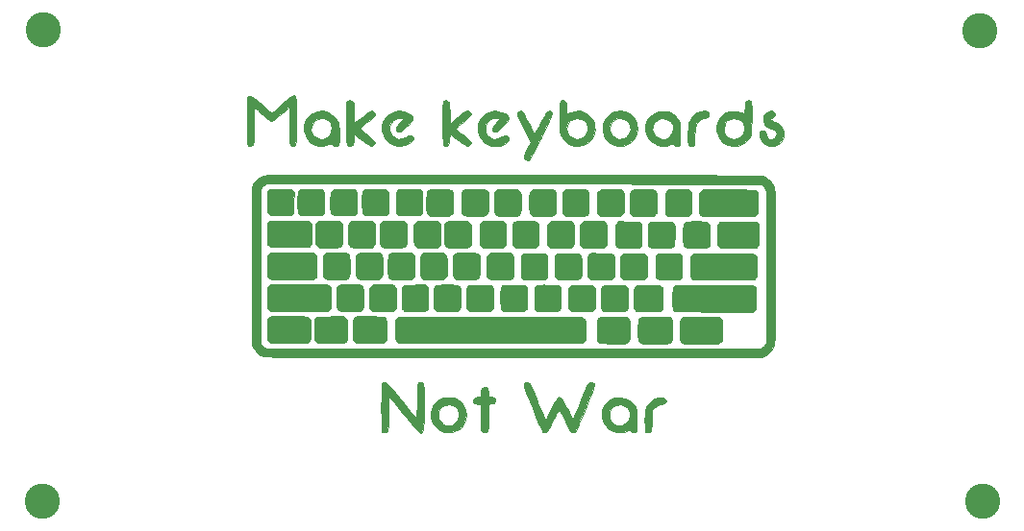
<source format=gbr>
%TF.GenerationSoftware,KiCad,Pcbnew,(5.1.6)-1*%
%TF.CreationDate,2020-10-14T00:51:24+03:00*%
%TF.ProjectId,aplx6.rev2.blank,61706c78-362e-4726-9576-322e626c616e,rev?*%
%TF.SameCoordinates,Original*%
%TF.FileFunction,Soldermask,Top*%
%TF.FilePolarity,Negative*%
%FSLAX46Y46*%
G04 Gerber Fmt 4.6, Leading zero omitted, Abs format (unit mm)*
G04 Created by KiCad (PCBNEW (5.1.6)-1) date 2020-10-14 00:51:24*
%MOMM*%
%LPD*%
G01*
G04 APERTURE LIST*
%ADD10C,0.010000*%
%ADD11C,3.100000*%
G04 APERTURE END LIST*
D10*
%TO.C,G\u002A\u002A\u002A*%
G36*
X161599398Y-93899084D02*
G01*
X161657386Y-93946357D01*
X161758903Y-94080009D01*
X161791316Y-94187096D01*
X161731594Y-94326814D01*
X161580660Y-94443724D01*
X161380862Y-94509238D01*
X161305960Y-94514737D01*
X161104827Y-94574131D01*
X160860935Y-94754435D01*
X160836227Y-94777136D01*
X160554737Y-95039534D01*
X160534158Y-95930162D01*
X160522712Y-96306253D01*
X160506760Y-96570241D01*
X160483430Y-96743697D01*
X160449848Y-96848194D01*
X160404409Y-96904343D01*
X160219407Y-96982597D01*
X160046831Y-96945080D01*
X159999947Y-96907685D01*
X159961922Y-96804735D01*
X159936223Y-96581357D01*
X159922466Y-96232805D01*
X159919737Y-95915566D01*
X159921737Y-95539319D01*
X159930206Y-95268005D01*
X159948846Y-95072904D01*
X159981357Y-94925292D01*
X160031441Y-94796449D01*
X160075223Y-94709066D01*
X160327150Y-94368161D01*
X160672315Y-94099588D01*
X161079694Y-93926383D01*
X161154530Y-93907715D01*
X161372422Y-93864604D01*
X161505903Y-93860589D01*
X161599398Y-93899084D01*
G37*
X161599398Y-93899084D02*
X161657386Y-93946357D01*
X161758903Y-94080009D01*
X161791316Y-94187096D01*
X161731594Y-94326814D01*
X161580660Y-94443724D01*
X161380862Y-94509238D01*
X161305960Y-94514737D01*
X161104827Y-94574131D01*
X160860935Y-94754435D01*
X160836227Y-94777136D01*
X160554737Y-95039534D01*
X160534158Y-95930162D01*
X160522712Y-96306253D01*
X160506760Y-96570241D01*
X160483430Y-96743697D01*
X160449848Y-96848194D01*
X160404409Y-96904343D01*
X160219407Y-96982597D01*
X160046831Y-96945080D01*
X159999947Y-96907685D01*
X159961922Y-96804735D01*
X159936223Y-96581357D01*
X159922466Y-96232805D01*
X159919737Y-95915566D01*
X159921737Y-95539319D01*
X159930206Y-95268005D01*
X159948846Y-95072904D01*
X159981357Y-94925292D01*
X160031441Y-94796449D01*
X160075223Y-94709066D01*
X160327150Y-94368161D01*
X160672315Y-94099588D01*
X161079694Y-93926383D01*
X161154530Y-93907715D01*
X161372422Y-93864604D01*
X161505903Y-93860589D01*
X161599398Y-93899084D01*
G36*
X158190933Y-93951134D02*
G01*
X158578669Y-94152936D01*
X158908044Y-94468234D01*
X158996017Y-94588459D01*
X159102561Y-94773353D01*
X159176436Y-94975567D01*
X159221731Y-95221378D01*
X159242538Y-95537061D01*
X159242947Y-95948894D01*
X159238348Y-96145251D01*
X159224859Y-96484266D01*
X159204557Y-96712378D01*
X159173806Y-96852331D01*
X159128973Y-96926868D01*
X159111267Y-96940488D01*
X158969471Y-96977812D01*
X158809857Y-96955152D01*
X158686340Y-96887473D01*
X158649737Y-96812365D01*
X158615329Y-96739951D01*
X158532763Y-96755824D01*
X158111022Y-96909799D01*
X157756120Y-96978579D01*
X157434779Y-96965558D01*
X157169331Y-96894923D01*
X156774335Y-96687781D01*
X156464778Y-96390056D01*
X156251389Y-96022022D01*
X156144898Y-95603955D01*
X156147429Y-95502137D01*
X156796769Y-95502137D01*
X156835030Y-95756791D01*
X156920050Y-95940930D01*
X157015216Y-96055353D01*
X157253382Y-96240096D01*
X157516900Y-96343283D01*
X157747368Y-96349285D01*
X157898445Y-96325190D01*
X157962279Y-96320387D01*
X158057774Y-96278614D01*
X158205551Y-96174031D01*
X158278847Y-96112842D01*
X158495524Y-95848356D01*
X158600202Y-95554850D01*
X158600523Y-95257305D01*
X158504130Y-94980704D01*
X158318665Y-94750026D01*
X158051771Y-94590253D01*
X157794984Y-94531206D01*
X157429011Y-94550691D01*
X157134664Y-94677555D01*
X156924302Y-94899777D01*
X156810282Y-95205337D01*
X156796769Y-95502137D01*
X156147429Y-95502137D01*
X156156033Y-95156131D01*
X156181641Y-95028373D01*
X156327129Y-94680698D01*
X156573496Y-94360741D01*
X156888019Y-94100891D01*
X157237973Y-93933536D01*
X157306950Y-93914584D01*
X157761478Y-93869470D01*
X158190933Y-93951134D01*
G37*
X158190933Y-93951134D02*
X158578669Y-94152936D01*
X158908044Y-94468234D01*
X158996017Y-94588459D01*
X159102561Y-94773353D01*
X159176436Y-94975567D01*
X159221731Y-95221378D01*
X159242538Y-95537061D01*
X159242947Y-95948894D01*
X159238348Y-96145251D01*
X159224859Y-96484266D01*
X159204557Y-96712378D01*
X159173806Y-96852331D01*
X159128973Y-96926868D01*
X159111267Y-96940488D01*
X158969471Y-96977812D01*
X158809857Y-96955152D01*
X158686340Y-96887473D01*
X158649737Y-96812365D01*
X158615329Y-96739951D01*
X158532763Y-96755824D01*
X158111022Y-96909799D01*
X157756120Y-96978579D01*
X157434779Y-96965558D01*
X157169331Y-96894923D01*
X156774335Y-96687781D01*
X156464778Y-96390056D01*
X156251389Y-96022022D01*
X156144898Y-95603955D01*
X156147429Y-95502137D01*
X156796769Y-95502137D01*
X156835030Y-95756791D01*
X156920050Y-95940930D01*
X157015216Y-96055353D01*
X157253382Y-96240096D01*
X157516900Y-96343283D01*
X157747368Y-96349285D01*
X157898445Y-96325190D01*
X157962279Y-96320387D01*
X158057774Y-96278614D01*
X158205551Y-96174031D01*
X158278847Y-96112842D01*
X158495524Y-95848356D01*
X158600202Y-95554850D01*
X158600523Y-95257305D01*
X158504130Y-94980704D01*
X158318665Y-94750026D01*
X158051771Y-94590253D01*
X157794984Y-94531206D01*
X157429011Y-94550691D01*
X157134664Y-94677555D01*
X156924302Y-94899777D01*
X156810282Y-95205337D01*
X156796769Y-95502137D01*
X156147429Y-95502137D01*
X156156033Y-95156131D01*
X156181641Y-95028373D01*
X156327129Y-94680698D01*
X156573496Y-94360741D01*
X156888019Y-94100891D01*
X157237973Y-93933536D01*
X157306950Y-93914584D01*
X157761478Y-93869470D01*
X158190933Y-93951134D01*
G36*
X155398133Y-92590232D02*
G01*
X155448983Y-92666713D01*
X155463181Y-92725491D01*
X155458202Y-92812673D01*
X155429571Y-92941335D01*
X155372811Y-93124554D01*
X155283448Y-93375406D01*
X155157008Y-93706966D01*
X154989014Y-94132311D01*
X154774992Y-94664516D01*
X154711928Y-94820342D01*
X154512139Y-95309373D01*
X154324458Y-95760845D01*
X154155621Y-96159163D01*
X154012363Y-96488730D01*
X153901421Y-96733953D01*
X153829529Y-96879233D01*
X153808983Y-96910979D01*
X153663182Y-96973666D01*
X153558306Y-96965966D01*
X153484528Y-96924508D01*
X153396936Y-96825190D01*
X153286022Y-96652859D01*
X153142275Y-96392362D01*
X152956189Y-96028546D01*
X152902719Y-95921247D01*
X152735621Y-95588883D01*
X152587826Y-95302870D01*
X152469816Y-95082862D01*
X152392075Y-94948514D01*
X152366452Y-94915790D01*
X152325833Y-94972565D01*
X152237770Y-95129346D01*
X152113075Y-95365814D01*
X151962560Y-95661651D01*
X151863356Y-95861225D01*
X151697604Y-96192082D01*
X151546149Y-96484370D01*
X151421309Y-96715071D01*
X151335399Y-96861163D01*
X151309041Y-96897278D01*
X151156629Y-96978679D01*
X150992497Y-96964423D01*
X150910129Y-96904343D01*
X150868924Y-96823915D01*
X150784385Y-96634890D01*
X150663038Y-96352705D01*
X150511412Y-95992800D01*
X150336035Y-95570612D01*
X150143435Y-95101580D01*
X150028338Y-94818916D01*
X149800266Y-94254501D01*
X149619612Y-93800409D01*
X149481932Y-93443745D01*
X149382785Y-93171614D01*
X149317729Y-92971124D01*
X149282323Y-92829380D01*
X149272125Y-92733487D01*
X149282693Y-92670553D01*
X149285749Y-92663258D01*
X149403242Y-92540225D01*
X149568315Y-92513598D01*
X149732240Y-92587070D01*
X149771607Y-92626448D01*
X149823271Y-92719086D01*
X149915989Y-92917734D01*
X150041807Y-93204023D01*
X150192772Y-93559587D01*
X150360928Y-93966057D01*
X150495243Y-94297500D01*
X150667365Y-94722248D01*
X150824464Y-95102736D01*
X150959432Y-95422326D01*
X151065161Y-95664380D01*
X151134540Y-95812258D01*
X151159214Y-95851579D01*
X151200841Y-95794874D01*
X151290465Y-95638076D01*
X151417304Y-95401166D01*
X151570582Y-95104121D01*
X151683446Y-94879914D01*
X151853626Y-94548996D01*
X152011453Y-94261195D01*
X152144480Y-94037787D01*
X152240257Y-93900045D01*
X152276331Y-93866645D01*
X152368582Y-93850229D01*
X152459898Y-93884180D01*
X152561268Y-93982336D01*
X152683683Y-94158539D01*
X152838132Y-94426629D01*
X153035605Y-94800445D01*
X153068421Y-94864165D01*
X153233085Y-95182203D01*
X153377803Y-95457169D01*
X153491018Y-95667456D01*
X153561172Y-95791454D01*
X153576805Y-95814665D01*
X153611844Y-95766657D01*
X153689001Y-95610613D01*
X153801085Y-95362755D01*
X153940905Y-95039305D01*
X154101271Y-94656485D01*
X154233842Y-94332420D01*
X154409572Y-93902064D01*
X154573796Y-93506435D01*
X154718388Y-93164593D01*
X154835221Y-92895601D01*
X154916171Y-92718520D01*
X154946867Y-92659869D01*
X155087038Y-92535862D01*
X155252769Y-92512858D01*
X155398133Y-92590232D01*
G37*
X155398133Y-92590232D02*
X155448983Y-92666713D01*
X155463181Y-92725491D01*
X155458202Y-92812673D01*
X155429571Y-92941335D01*
X155372811Y-93124554D01*
X155283448Y-93375406D01*
X155157008Y-93706966D01*
X154989014Y-94132311D01*
X154774992Y-94664516D01*
X154711928Y-94820342D01*
X154512139Y-95309373D01*
X154324458Y-95760845D01*
X154155621Y-96159163D01*
X154012363Y-96488730D01*
X153901421Y-96733953D01*
X153829529Y-96879233D01*
X153808983Y-96910979D01*
X153663182Y-96973666D01*
X153558306Y-96965966D01*
X153484528Y-96924508D01*
X153396936Y-96825190D01*
X153286022Y-96652859D01*
X153142275Y-96392362D01*
X152956189Y-96028546D01*
X152902719Y-95921247D01*
X152735621Y-95588883D01*
X152587826Y-95302870D01*
X152469816Y-95082862D01*
X152392075Y-94948514D01*
X152366452Y-94915790D01*
X152325833Y-94972565D01*
X152237770Y-95129346D01*
X152113075Y-95365814D01*
X151962560Y-95661651D01*
X151863356Y-95861225D01*
X151697604Y-96192082D01*
X151546149Y-96484370D01*
X151421309Y-96715071D01*
X151335399Y-96861163D01*
X151309041Y-96897278D01*
X151156629Y-96978679D01*
X150992497Y-96964423D01*
X150910129Y-96904343D01*
X150868924Y-96823915D01*
X150784385Y-96634890D01*
X150663038Y-96352705D01*
X150511412Y-95992800D01*
X150336035Y-95570612D01*
X150143435Y-95101580D01*
X150028338Y-94818916D01*
X149800266Y-94254501D01*
X149619612Y-93800409D01*
X149481932Y-93443745D01*
X149382785Y-93171614D01*
X149317729Y-92971124D01*
X149282323Y-92829380D01*
X149272125Y-92733487D01*
X149282693Y-92670553D01*
X149285749Y-92663258D01*
X149403242Y-92540225D01*
X149568315Y-92513598D01*
X149732240Y-92587070D01*
X149771607Y-92626448D01*
X149823271Y-92719086D01*
X149915989Y-92917734D01*
X150041807Y-93204023D01*
X150192772Y-93559587D01*
X150360928Y-93966057D01*
X150495243Y-94297500D01*
X150667365Y-94722248D01*
X150824464Y-95102736D01*
X150959432Y-95422326D01*
X151065161Y-95664380D01*
X151134540Y-95812258D01*
X151159214Y-95851579D01*
X151200841Y-95794874D01*
X151290465Y-95638076D01*
X151417304Y-95401166D01*
X151570582Y-95104121D01*
X151683446Y-94879914D01*
X151853626Y-94548996D01*
X152011453Y-94261195D01*
X152144480Y-94037787D01*
X152240257Y-93900045D01*
X152276331Y-93866645D01*
X152368582Y-93850229D01*
X152459898Y-93884180D01*
X152561268Y-93982336D01*
X152683683Y-94158539D01*
X152838132Y-94426629D01*
X153035605Y-94800445D01*
X153068421Y-94864165D01*
X153233085Y-95182203D01*
X153377803Y-95457169D01*
X153491018Y-95667456D01*
X153561172Y-95791454D01*
X153576805Y-95814665D01*
X153611844Y-95766657D01*
X153689001Y-95610613D01*
X153801085Y-95362755D01*
X153940905Y-95039305D01*
X154101271Y-94656485D01*
X154233842Y-94332420D01*
X154409572Y-93902064D01*
X154573796Y-93506435D01*
X154718388Y-93164593D01*
X154835221Y-92895601D01*
X154916171Y-92718520D01*
X154946867Y-92659869D01*
X155087038Y-92535862D01*
X155252769Y-92512858D01*
X155398133Y-92590232D01*
G36*
X145978152Y-92996595D02*
G01*
X146086851Y-93162264D01*
X146143792Y-93430398D01*
X146150263Y-93583299D01*
X146157872Y-93752696D01*
X146202907Y-93827280D01*
X146318680Y-93845860D01*
X146376026Y-93846316D01*
X146599233Y-93889432D01*
X146720264Y-94018737D01*
X146739961Y-94226616D01*
X146711741Y-94346699D01*
X146637020Y-94406015D01*
X146475825Y-94431823D01*
X146434342Y-94435028D01*
X146150263Y-94455582D01*
X146150263Y-95573181D01*
X146147972Y-96007288D01*
X146140003Y-96327750D01*
X146124716Y-96554546D01*
X146100467Y-96707654D01*
X146065616Y-96807054D01*
X146046210Y-96839338D01*
X145893149Y-96966149D01*
X145717950Y-96968290D01*
X145586880Y-96882858D01*
X145547786Y-96823630D01*
X145519440Y-96723182D01*
X145500260Y-96562382D01*
X145488662Y-96322095D01*
X145483064Y-95983190D01*
X145481842Y-95612858D01*
X145481842Y-94447895D01*
X145227842Y-94447895D01*
X144980659Y-94410596D01*
X144843372Y-94299377D01*
X144813421Y-94171933D01*
X144873532Y-94003932D01*
X145033308Y-93887796D01*
X145252669Y-93846316D01*
X145481842Y-93846316D01*
X145481842Y-93480226D01*
X145490849Y-93256117D01*
X145527563Y-93121761D01*
X145606524Y-93033873D01*
X145639529Y-93010814D01*
X145826207Y-92942931D01*
X145978152Y-92996595D01*
G37*
X145978152Y-92996595D02*
X146086851Y-93162264D01*
X146143792Y-93430398D01*
X146150263Y-93583299D01*
X146157872Y-93752696D01*
X146202907Y-93827280D01*
X146318680Y-93845860D01*
X146376026Y-93846316D01*
X146599233Y-93889432D01*
X146720264Y-94018737D01*
X146739961Y-94226616D01*
X146711741Y-94346699D01*
X146637020Y-94406015D01*
X146475825Y-94431823D01*
X146434342Y-94435028D01*
X146150263Y-94455582D01*
X146150263Y-95573181D01*
X146147972Y-96007288D01*
X146140003Y-96327750D01*
X146124716Y-96554546D01*
X146100467Y-96707654D01*
X146065616Y-96807054D01*
X146046210Y-96839338D01*
X145893149Y-96966149D01*
X145717950Y-96968290D01*
X145586880Y-96882858D01*
X145547786Y-96823630D01*
X145519440Y-96723182D01*
X145500260Y-96562382D01*
X145488662Y-96322095D01*
X145483064Y-95983190D01*
X145481842Y-95612858D01*
X145481842Y-94447895D01*
X145227842Y-94447895D01*
X144980659Y-94410596D01*
X144843372Y-94299377D01*
X144813421Y-94171933D01*
X144873532Y-94003932D01*
X145033308Y-93887796D01*
X145252669Y-93846316D01*
X145481842Y-93846316D01*
X145481842Y-93480226D01*
X145490849Y-93256117D01*
X145527563Y-93121761D01*
X145606524Y-93033873D01*
X145639529Y-93010814D01*
X145826207Y-92942931D01*
X145978152Y-92996595D01*
G36*
X143114755Y-93937265D02*
G01*
X143473632Y-94104233D01*
X143773490Y-94352653D01*
X144002445Y-94665802D01*
X144148614Y-95026954D01*
X144200112Y-95419386D01*
X144145056Y-95826373D01*
X143971564Y-96231191D01*
X143944665Y-96274986D01*
X143679401Y-96577599D01*
X143333532Y-96803125D01*
X142940080Y-96940212D01*
X142532067Y-96977503D01*
X142142515Y-96903645D01*
X142129858Y-96898996D01*
X141728736Y-96682926D01*
X141416965Y-96378561D01*
X141204850Y-96005414D01*
X141102694Y-95583001D01*
X141110875Y-95378678D01*
X141752926Y-95378678D01*
X141758191Y-95502137D01*
X141795424Y-95755732D01*
X141879022Y-95938776D01*
X141975743Y-96055353D01*
X142213908Y-96240096D01*
X142477426Y-96343283D01*
X142707895Y-96349285D01*
X142858971Y-96325190D01*
X142922806Y-96320387D01*
X143018300Y-96278614D01*
X143166077Y-96174031D01*
X143239373Y-96112842D01*
X143461019Y-95840207D01*
X143564748Y-95531927D01*
X143549824Y-95213966D01*
X143415513Y-94912286D01*
X143277955Y-94750507D01*
X143016363Y-94585821D01*
X142703867Y-94517921D01*
X142385342Y-94550332D01*
X142140711Y-94661184D01*
X141911842Y-94858627D01*
X141788214Y-95085406D01*
X141752926Y-95378678D01*
X141110875Y-95378678D01*
X141120799Y-95130834D01*
X141142167Y-95028373D01*
X141287655Y-94680698D01*
X141534022Y-94360741D01*
X141848545Y-94100891D01*
X142198500Y-93933536D01*
X142267476Y-93914584D01*
X142708742Y-93868474D01*
X143114755Y-93937265D01*
G37*
X143114755Y-93937265D02*
X143473632Y-94104233D01*
X143773490Y-94352653D01*
X144002445Y-94665802D01*
X144148614Y-95026954D01*
X144200112Y-95419386D01*
X144145056Y-95826373D01*
X143971564Y-96231191D01*
X143944665Y-96274986D01*
X143679401Y-96577599D01*
X143333532Y-96803125D01*
X142940080Y-96940212D01*
X142532067Y-96977503D01*
X142142515Y-96903645D01*
X142129858Y-96898996D01*
X141728736Y-96682926D01*
X141416965Y-96378561D01*
X141204850Y-96005414D01*
X141102694Y-95583001D01*
X141110875Y-95378678D01*
X141752926Y-95378678D01*
X141758191Y-95502137D01*
X141795424Y-95755732D01*
X141879022Y-95938776D01*
X141975743Y-96055353D01*
X142213908Y-96240096D01*
X142477426Y-96343283D01*
X142707895Y-96349285D01*
X142858971Y-96325190D01*
X142922806Y-96320387D01*
X143018300Y-96278614D01*
X143166077Y-96174031D01*
X143239373Y-96112842D01*
X143461019Y-95840207D01*
X143564748Y-95531927D01*
X143549824Y-95213966D01*
X143415513Y-94912286D01*
X143277955Y-94750507D01*
X143016363Y-94585821D01*
X142703867Y-94517921D01*
X142385342Y-94550332D01*
X142140711Y-94661184D01*
X141911842Y-94858627D01*
X141788214Y-95085406D01*
X141752926Y-95378678D01*
X141110875Y-95378678D01*
X141120799Y-95130834D01*
X141142167Y-95028373D01*
X141287655Y-94680698D01*
X141534022Y-94360741D01*
X141848545Y-94100891D01*
X142198500Y-93933536D01*
X142267476Y-93914584D01*
X142708742Y-93868474D01*
X143114755Y-93937265D01*
G36*
X137037067Y-92520041D02*
G01*
X137146189Y-92585836D01*
X137287408Y-92710770D01*
X137470379Y-92903623D01*
X137704757Y-93173175D01*
X138000196Y-93528208D01*
X138366352Y-93977502D01*
X138463106Y-94096974D01*
X138784923Y-94493024D01*
X139081114Y-94854432D01*
X139340928Y-95168322D01*
X139553609Y-95421816D01*
X139708405Y-95602039D01*
X139794561Y-95696113D01*
X139807444Y-95706755D01*
X139825150Y-95649617D01*
X139840567Y-95475245D01*
X139853043Y-95200082D01*
X139861929Y-94840568D01*
X139866572Y-94413143D01*
X139867105Y-94199465D01*
X139868216Y-93680830D01*
X139873363Y-93280592D01*
X139885264Y-92983470D01*
X139906640Y-92774184D01*
X139940211Y-92637452D01*
X139988695Y-92557995D01*
X140054814Y-92520531D01*
X140141286Y-92509780D01*
X140167895Y-92509474D01*
X140249664Y-92513480D01*
X140315094Y-92534429D01*
X140366004Y-92585716D01*
X140404214Y-92680737D01*
X140431544Y-92832887D01*
X140449813Y-93055562D01*
X140460840Y-93362158D01*
X140466446Y-93766071D01*
X140468450Y-94280695D01*
X140468684Y-94723858D01*
X140468435Y-95419261D01*
X140462685Y-95983841D01*
X140443928Y-96420443D01*
X140404658Y-96731913D01*
X140337370Y-96921098D01*
X140234557Y-96990841D01*
X140088715Y-96943991D01*
X139892337Y-96783391D01*
X139637917Y-96511889D01*
X139317951Y-96132329D01*
X138924932Y-95647558D01*
X138716175Y-95388316D01*
X138394880Y-94991352D01*
X138099602Y-94629984D01*
X137840922Y-94316893D01*
X137629423Y-94064755D01*
X137475686Y-93886249D01*
X137390294Y-93794054D01*
X137377237Y-93784105D01*
X137362972Y-93846474D01*
X137350287Y-94023925D01*
X137339789Y-94297861D01*
X137332089Y-94649682D01*
X137327795Y-95060792D01*
X137327105Y-95314491D01*
X137326524Y-95807019D01*
X137323878Y-96182672D01*
X137317812Y-96458257D01*
X137306972Y-96650581D01*
X137290003Y-96776451D01*
X137265551Y-96852673D01*
X137232260Y-96896056D01*
X137197815Y-96918701D01*
X136990473Y-96984205D01*
X136829615Y-96929291D01*
X136805737Y-96907685D01*
X136781906Y-96818446D01*
X136761932Y-96615586D01*
X136745815Y-96319113D01*
X136733555Y-95949034D01*
X136725151Y-95525356D01*
X136720604Y-95068088D01*
X136719914Y-94597237D01*
X136723081Y-94132810D01*
X136730105Y-93694814D01*
X136740985Y-93303258D01*
X136755722Y-92978150D01*
X136774316Y-92739495D01*
X136796767Y-92607303D01*
X136805737Y-92589685D01*
X136876495Y-92530746D01*
X136950387Y-92504605D01*
X137037067Y-92520041D01*
G37*
X137037067Y-92520041D02*
X137146189Y-92585836D01*
X137287408Y-92710770D01*
X137470379Y-92903623D01*
X137704757Y-93173175D01*
X138000196Y-93528208D01*
X138366352Y-93977502D01*
X138463106Y-94096974D01*
X138784923Y-94493024D01*
X139081114Y-94854432D01*
X139340928Y-95168322D01*
X139553609Y-95421816D01*
X139708405Y-95602039D01*
X139794561Y-95696113D01*
X139807444Y-95706755D01*
X139825150Y-95649617D01*
X139840567Y-95475245D01*
X139853043Y-95200082D01*
X139861929Y-94840568D01*
X139866572Y-94413143D01*
X139867105Y-94199465D01*
X139868216Y-93680830D01*
X139873363Y-93280592D01*
X139885264Y-92983470D01*
X139906640Y-92774184D01*
X139940211Y-92637452D01*
X139988695Y-92557995D01*
X140054814Y-92520531D01*
X140141286Y-92509780D01*
X140167895Y-92509474D01*
X140249664Y-92513480D01*
X140315094Y-92534429D01*
X140366004Y-92585716D01*
X140404214Y-92680737D01*
X140431544Y-92832887D01*
X140449813Y-93055562D01*
X140460840Y-93362158D01*
X140466446Y-93766071D01*
X140468450Y-94280695D01*
X140468684Y-94723858D01*
X140468435Y-95419261D01*
X140462685Y-95983841D01*
X140443928Y-96420443D01*
X140404658Y-96731913D01*
X140337370Y-96921098D01*
X140234557Y-96990841D01*
X140088715Y-96943991D01*
X139892337Y-96783391D01*
X139637917Y-96511889D01*
X139317951Y-96132329D01*
X138924932Y-95647558D01*
X138716175Y-95388316D01*
X138394880Y-94991352D01*
X138099602Y-94629984D01*
X137840922Y-94316893D01*
X137629423Y-94064755D01*
X137475686Y-93886249D01*
X137390294Y-93794054D01*
X137377237Y-93784105D01*
X137362972Y-93846474D01*
X137350287Y-94023925D01*
X137339789Y-94297861D01*
X137332089Y-94649682D01*
X137327795Y-95060792D01*
X137327105Y-95314491D01*
X137326524Y-95807019D01*
X137323878Y-96182672D01*
X137317812Y-96458257D01*
X137306972Y-96650581D01*
X137290003Y-96776451D01*
X137265551Y-96852673D01*
X137232260Y-96896056D01*
X137197815Y-96918701D01*
X136990473Y-96984205D01*
X136829615Y-96929291D01*
X136805737Y-96907685D01*
X136781906Y-96818446D01*
X136761932Y-96615586D01*
X136745815Y-96319113D01*
X136733555Y-95949034D01*
X136725151Y-95525356D01*
X136720604Y-95068088D01*
X136719914Y-94597237D01*
X136723081Y-94132810D01*
X136730105Y-93694814D01*
X136740985Y-93303258D01*
X136755722Y-92978150D01*
X136774316Y-92739495D01*
X136796767Y-92607303D01*
X136805737Y-92589685D01*
X136876495Y-92530746D01*
X136950387Y-92504605D01*
X137037067Y-92520041D01*
G36*
X171256713Y-68663955D02*
G01*
X171366124Y-68796741D01*
X171376236Y-68829201D01*
X171370681Y-69025155D01*
X171245683Y-69164808D01*
X171095238Y-69224198D01*
X170961324Y-69289740D01*
X170946521Y-69377164D01*
X171041688Y-69470631D01*
X171237682Y-69554307D01*
X171294978Y-69570226D01*
X171640734Y-69714960D01*
X171903794Y-69936901D01*
X172080926Y-70213085D01*
X172168899Y-70520548D01*
X172164483Y-70836326D01*
X172064444Y-71137455D01*
X171865552Y-71400971D01*
X171580113Y-71596520D01*
X171203403Y-71716676D01*
X170843682Y-71704516D01*
X170613112Y-71622535D01*
X170339719Y-71421289D01*
X170131223Y-71138574D01*
X170020802Y-70820130D01*
X170018208Y-70802299D01*
X170021670Y-70546173D01*
X170112516Y-70388240D01*
X170289009Y-70331399D01*
X170300316Y-70331263D01*
X170460965Y-70371632D01*
X170568322Y-70506337D01*
X170631105Y-70710986D01*
X170733817Y-70944346D01*
X170904156Y-71080193D01*
X171113898Y-71107328D01*
X171334815Y-71014550D01*
X171355972Y-70998611D01*
X171508956Y-70810861D01*
X171546531Y-70603302D01*
X171477610Y-70405271D01*
X171311105Y-70246110D01*
X171102421Y-70163932D01*
X170781034Y-70072211D01*
X170567710Y-69956368D01*
X170437205Y-69802366D01*
X170430848Y-69790430D01*
X170347769Y-69523207D01*
X170344374Y-69236427D01*
X170418513Y-68985154D01*
X170465156Y-68912219D01*
X170653287Y-68738969D01*
X170868872Y-68637932D01*
X171080489Y-68611974D01*
X171256713Y-68663955D01*
G37*
X171256713Y-68663955D02*
X171366124Y-68796741D01*
X171376236Y-68829201D01*
X171370681Y-69025155D01*
X171245683Y-69164808D01*
X171095238Y-69224198D01*
X170961324Y-69289740D01*
X170946521Y-69377164D01*
X171041688Y-69470631D01*
X171237682Y-69554307D01*
X171294978Y-69570226D01*
X171640734Y-69714960D01*
X171903794Y-69936901D01*
X172080926Y-70213085D01*
X172168899Y-70520548D01*
X172164483Y-70836326D01*
X172064444Y-71137455D01*
X171865552Y-71400971D01*
X171580113Y-71596520D01*
X171203403Y-71716676D01*
X170843682Y-71704516D01*
X170613112Y-71622535D01*
X170339719Y-71421289D01*
X170131223Y-71138574D01*
X170020802Y-70820130D01*
X170018208Y-70802299D01*
X170021670Y-70546173D01*
X170112516Y-70388240D01*
X170289009Y-70331399D01*
X170300316Y-70331263D01*
X170460965Y-70371632D01*
X170568322Y-70506337D01*
X170631105Y-70710986D01*
X170733817Y-70944346D01*
X170904156Y-71080193D01*
X171113898Y-71107328D01*
X171334815Y-71014550D01*
X171355972Y-70998611D01*
X171508956Y-70810861D01*
X171546531Y-70603302D01*
X171477610Y-70405271D01*
X171311105Y-70246110D01*
X171102421Y-70163932D01*
X170781034Y-70072211D01*
X170567710Y-69956368D01*
X170437205Y-69802366D01*
X170430848Y-69790430D01*
X170347769Y-69523207D01*
X170344374Y-69236427D01*
X170418513Y-68985154D01*
X170465156Y-68912219D01*
X170653287Y-68738969D01*
X170868872Y-68637932D01*
X171080489Y-68611974D01*
X171256713Y-68663955D01*
G36*
X169188966Y-67719896D02*
G01*
X169237586Y-67751102D01*
X169273628Y-67797557D01*
X169298966Y-67877667D01*
X169315472Y-68009843D01*
X169325018Y-68212493D01*
X169329477Y-68504028D01*
X169330721Y-68902855D01*
X169330733Y-69113746D01*
X169327356Y-69536457D01*
X169318176Y-69927741D01*
X169304258Y-70262391D01*
X169286664Y-70515200D01*
X169266459Y-70660961D01*
X169265265Y-70665473D01*
X169101135Y-71020208D01*
X168837402Y-71315253D01*
X168499391Y-71538498D01*
X168112428Y-71677833D01*
X167701840Y-71721149D01*
X167292953Y-71656336D01*
X167233919Y-71636749D01*
X166861556Y-71436516D01*
X166567151Y-71139036D01*
X166363708Y-70763904D01*
X166264228Y-70330715D01*
X166256369Y-70163501D01*
X166265668Y-70084644D01*
X166873117Y-70084644D01*
X166891864Y-70411233D01*
X167015246Y-70702284D01*
X167232700Y-70931705D01*
X167502476Y-71064640D01*
X167695326Y-71114038D01*
X167843266Y-71117192D01*
X168012532Y-71069953D01*
X168127457Y-71025502D01*
X168420402Y-70846478D01*
X168613773Y-70599452D01*
X168703896Y-70309561D01*
X168687095Y-70001942D01*
X168559697Y-69701732D01*
X168355488Y-69465656D01*
X168080125Y-69304437D01*
X167773898Y-69253740D01*
X167469359Y-69306920D01*
X167199061Y-69457331D01*
X166995553Y-69698329D01*
X166969572Y-69748605D01*
X166873117Y-70084644D01*
X166265668Y-70084644D01*
X166310720Y-69702601D01*
X166475693Y-69316057D01*
X166754170Y-68999084D01*
X167091895Y-68775727D01*
X167374168Y-68679113D01*
X167715111Y-68635491D01*
X168061123Y-68645952D01*
X168358605Y-68711588D01*
X168442128Y-68748213D01*
X168592723Y-68822576D01*
X168686098Y-68859760D01*
X168692786Y-68860736D01*
X168709829Y-68799167D01*
X168722671Y-68635521D01*
X168729148Y-68401388D01*
X168729527Y-68324566D01*
X168732467Y-68055686D01*
X168746698Y-67889319D01*
X168780340Y-67794332D01*
X168841509Y-67739592D01*
X168888177Y-67716111D01*
X169070551Y-67679457D01*
X169188966Y-67719896D01*
G37*
X169188966Y-67719896D02*
X169237586Y-67751102D01*
X169273628Y-67797557D01*
X169298966Y-67877667D01*
X169315472Y-68009843D01*
X169325018Y-68212493D01*
X169329477Y-68504028D01*
X169330721Y-68902855D01*
X169330733Y-69113746D01*
X169327356Y-69536457D01*
X169318176Y-69927741D01*
X169304258Y-70262391D01*
X169286664Y-70515200D01*
X169266459Y-70660961D01*
X169265265Y-70665473D01*
X169101135Y-71020208D01*
X168837402Y-71315253D01*
X168499391Y-71538498D01*
X168112428Y-71677833D01*
X167701840Y-71721149D01*
X167292953Y-71656336D01*
X167233919Y-71636749D01*
X166861556Y-71436516D01*
X166567151Y-71139036D01*
X166363708Y-70763904D01*
X166264228Y-70330715D01*
X166256369Y-70163501D01*
X166265668Y-70084644D01*
X166873117Y-70084644D01*
X166891864Y-70411233D01*
X167015246Y-70702284D01*
X167232700Y-70931705D01*
X167502476Y-71064640D01*
X167695326Y-71114038D01*
X167843266Y-71117192D01*
X168012532Y-71069953D01*
X168127457Y-71025502D01*
X168420402Y-70846478D01*
X168613773Y-70599452D01*
X168703896Y-70309561D01*
X168687095Y-70001942D01*
X168559697Y-69701732D01*
X168355488Y-69465656D01*
X168080125Y-69304437D01*
X167773898Y-69253740D01*
X167469359Y-69306920D01*
X167199061Y-69457331D01*
X166995553Y-69698329D01*
X166969572Y-69748605D01*
X166873117Y-70084644D01*
X166265668Y-70084644D01*
X166310720Y-69702601D01*
X166475693Y-69316057D01*
X166754170Y-68999084D01*
X167091895Y-68775727D01*
X167374168Y-68679113D01*
X167715111Y-68635491D01*
X168061123Y-68645952D01*
X168358605Y-68711588D01*
X168442128Y-68748213D01*
X168592723Y-68822576D01*
X168686098Y-68859760D01*
X168692786Y-68860736D01*
X168709829Y-68799167D01*
X168722671Y-68635521D01*
X168729148Y-68401388D01*
X168729527Y-68324566D01*
X168732467Y-68055686D01*
X168746698Y-67889319D01*
X168780340Y-67794332D01*
X168841509Y-67739592D01*
X168888177Y-67716111D01*
X169070551Y-67679457D01*
X169188966Y-67719896D01*
G36*
X165432635Y-68656431D02*
G01*
X165549417Y-68792588D01*
X165561431Y-68831027D01*
X165552048Y-69025280D01*
X165424900Y-69174617D01*
X165191721Y-69267316D01*
X165110757Y-69281295D01*
X164886577Y-69345325D01*
X164691954Y-69455113D01*
X164670395Y-69473547D01*
X164525607Y-69633472D01*
X164424907Y-69819139D01*
X164361358Y-70056994D01*
X164328023Y-70373480D01*
X164317964Y-70795043D01*
X164317948Y-70817063D01*
X164312568Y-71189287D01*
X164292534Y-71447553D01*
X164252003Y-71611295D01*
X164185131Y-71699948D01*
X164086075Y-71732948D01*
X164041985Y-71734947D01*
X163904616Y-71690124D01*
X163815244Y-71623747D01*
X163770007Y-71560890D01*
X163740228Y-71464226D01*
X163723910Y-71310718D01*
X163719059Y-71077329D01*
X163723677Y-70741023D01*
X163726917Y-70604405D01*
X163738044Y-70232375D01*
X163752777Y-69965118D01*
X163775938Y-69773727D01*
X163812348Y-69629297D01*
X163866831Y-69502922D01*
X163929379Y-69390782D01*
X164206678Y-69046914D01*
X164573598Y-68789929D01*
X164911792Y-68660366D01*
X165220401Y-68612437D01*
X165432635Y-68656431D01*
G37*
X165432635Y-68656431D02*
X165549417Y-68792588D01*
X165561431Y-68831027D01*
X165552048Y-69025280D01*
X165424900Y-69174617D01*
X165191721Y-69267316D01*
X165110757Y-69281295D01*
X164886577Y-69345325D01*
X164691954Y-69455113D01*
X164670395Y-69473547D01*
X164525607Y-69633472D01*
X164424907Y-69819139D01*
X164361358Y-70056994D01*
X164328023Y-70373480D01*
X164317964Y-70795043D01*
X164317948Y-70817063D01*
X164312568Y-71189287D01*
X164292534Y-71447553D01*
X164252003Y-71611295D01*
X164185131Y-71699948D01*
X164086075Y-71732948D01*
X164041985Y-71734947D01*
X163904616Y-71690124D01*
X163815244Y-71623747D01*
X163770007Y-71560890D01*
X163740228Y-71464226D01*
X163723910Y-71310718D01*
X163719059Y-71077329D01*
X163723677Y-70741023D01*
X163726917Y-70604405D01*
X163738044Y-70232375D01*
X163752777Y-69965118D01*
X163775938Y-69773727D01*
X163812348Y-69629297D01*
X163866831Y-69502922D01*
X163929379Y-69390782D01*
X164206678Y-69046914D01*
X164573598Y-68789929D01*
X164911792Y-68660366D01*
X165220401Y-68612437D01*
X165432635Y-68656431D01*
G36*
X161958000Y-68686511D02*
G01*
X162337852Y-68842631D01*
X162652898Y-69108251D01*
X162682037Y-69141884D01*
X162819807Y-69320205D01*
X162918479Y-69495156D01*
X162984341Y-69693905D01*
X163023681Y-69943622D01*
X163042786Y-70271476D01*
X163047943Y-70704634D01*
X163047948Y-70723017D01*
X163045865Y-71101099D01*
X163038132Y-71365991D01*
X163022524Y-71538147D01*
X162996814Y-71638017D01*
X162958775Y-71686054D01*
X162942218Y-71694374D01*
X162713136Y-71731469D01*
X162537416Y-71651905D01*
X162493959Y-71601208D01*
X162424571Y-71518116D01*
X162349730Y-71504785D01*
X162219351Y-71558103D01*
X162172669Y-71581253D01*
X161799089Y-71699412D01*
X161388204Y-71715308D01*
X160988777Y-71628970D01*
X160872848Y-71580473D01*
X160479493Y-71330642D01*
X160199798Y-71010441D01*
X160033825Y-70619977D01*
X159996097Y-70286984D01*
X160592178Y-70286984D01*
X160696812Y-70602011D01*
X160906033Y-70858652D01*
X161205721Y-71031326D01*
X161209790Y-71032778D01*
X161413884Y-71100525D01*
X161553894Y-71120149D01*
X161691441Y-71089025D01*
X161888145Y-71004527D01*
X161889711Y-71003817D01*
X162176564Y-70807704D01*
X162362261Y-70539995D01*
X162437466Y-70226253D01*
X162392842Y-69892045D01*
X162342297Y-69764521D01*
X162145733Y-69491317D01*
X161867549Y-69322828D01*
X161513034Y-69262184D01*
X161494061Y-69262039D01*
X161279982Y-69277242D01*
X161115631Y-69340647D01*
X160937257Y-69478333D01*
X160913687Y-69499454D01*
X160751225Y-69676930D01*
X160635221Y-69859961D01*
X160606247Y-69939153D01*
X160592178Y-70286984D01*
X159996097Y-70286984D01*
X159981636Y-70159356D01*
X159985192Y-70052764D01*
X160060484Y-69625228D01*
X160240190Y-69269879D01*
X160534592Y-68969948D01*
X160733951Y-68831846D01*
X160942105Y-68717218D01*
X161131551Y-68657128D01*
X161364008Y-68635678D01*
X161500568Y-68634403D01*
X161958000Y-68686511D01*
G37*
X161958000Y-68686511D02*
X162337852Y-68842631D01*
X162652898Y-69108251D01*
X162682037Y-69141884D01*
X162819807Y-69320205D01*
X162918479Y-69495156D01*
X162984341Y-69693905D01*
X163023681Y-69943622D01*
X163042786Y-70271476D01*
X163047943Y-70704634D01*
X163047948Y-70723017D01*
X163045865Y-71101099D01*
X163038132Y-71365991D01*
X163022524Y-71538147D01*
X162996814Y-71638017D01*
X162958775Y-71686054D01*
X162942218Y-71694374D01*
X162713136Y-71731469D01*
X162537416Y-71651905D01*
X162493959Y-71601208D01*
X162424571Y-71518116D01*
X162349730Y-71504785D01*
X162219351Y-71558103D01*
X162172669Y-71581253D01*
X161799089Y-71699412D01*
X161388204Y-71715308D01*
X160988777Y-71628970D01*
X160872848Y-71580473D01*
X160479493Y-71330642D01*
X160199798Y-71010441D01*
X160033825Y-70619977D01*
X159996097Y-70286984D01*
X160592178Y-70286984D01*
X160696812Y-70602011D01*
X160906033Y-70858652D01*
X161205721Y-71031326D01*
X161209790Y-71032778D01*
X161413884Y-71100525D01*
X161553894Y-71120149D01*
X161691441Y-71089025D01*
X161888145Y-71004527D01*
X161889711Y-71003817D01*
X162176564Y-70807704D01*
X162362261Y-70539995D01*
X162437466Y-70226253D01*
X162392842Y-69892045D01*
X162342297Y-69764521D01*
X162145733Y-69491317D01*
X161867549Y-69322828D01*
X161513034Y-69262184D01*
X161494061Y-69262039D01*
X161279982Y-69277242D01*
X161115631Y-69340647D01*
X160937257Y-69478333D01*
X160913687Y-69499454D01*
X160751225Y-69676930D01*
X160635221Y-69859961D01*
X160606247Y-69939153D01*
X160592178Y-70286984D01*
X159996097Y-70286984D01*
X159981636Y-70159356D01*
X159985192Y-70052764D01*
X160060484Y-69625228D01*
X160240190Y-69269879D01*
X160534592Y-68969948D01*
X160733951Y-68831846D01*
X160942105Y-68717218D01*
X161131551Y-68657128D01*
X161364008Y-68635678D01*
X161500568Y-68634403D01*
X161958000Y-68686511D01*
G36*
X158207703Y-68684316D02*
G01*
X158566580Y-68851284D01*
X158866438Y-69099705D01*
X159095393Y-69412854D01*
X159241561Y-69774006D01*
X159293060Y-70166438D01*
X159238004Y-70573425D01*
X159064511Y-70978243D01*
X159037613Y-71022037D01*
X158772349Y-71324650D01*
X158426480Y-71550177D01*
X158033028Y-71687263D01*
X157625015Y-71724554D01*
X157235463Y-71650696D01*
X157222806Y-71646047D01*
X156821683Y-71429977D01*
X156509913Y-71125612D01*
X156297798Y-70752466D01*
X156195641Y-70330052D01*
X156203822Y-70125730D01*
X156845874Y-70125730D01*
X156851139Y-70249189D01*
X156888371Y-70502784D01*
X156971970Y-70685827D01*
X157068690Y-70802405D01*
X157306856Y-70987148D01*
X157570374Y-71090335D01*
X157800842Y-71096337D01*
X157951919Y-71072242D01*
X158015753Y-71067439D01*
X158111248Y-71025666D01*
X158259025Y-70921083D01*
X158332321Y-70859894D01*
X158553967Y-70587258D01*
X158657696Y-70278979D01*
X158642772Y-69961017D01*
X158508461Y-69659338D01*
X158370902Y-69497559D01*
X158109311Y-69332872D01*
X157796815Y-69264973D01*
X157478290Y-69297384D01*
X157233658Y-69408236D01*
X157004790Y-69605679D01*
X156881162Y-69832458D01*
X156845874Y-70125730D01*
X156203822Y-70125730D01*
X156213747Y-69877885D01*
X156235115Y-69775424D01*
X156380603Y-69427750D01*
X156626970Y-69107793D01*
X156941493Y-68847943D01*
X157291447Y-68680588D01*
X157360424Y-68661636D01*
X157801689Y-68615526D01*
X158207703Y-68684316D01*
G37*
X158207703Y-68684316D02*
X158566580Y-68851284D01*
X158866438Y-69099705D01*
X159095393Y-69412854D01*
X159241561Y-69774006D01*
X159293060Y-70166438D01*
X159238004Y-70573425D01*
X159064511Y-70978243D01*
X159037613Y-71022037D01*
X158772349Y-71324650D01*
X158426480Y-71550177D01*
X158033028Y-71687263D01*
X157625015Y-71724554D01*
X157235463Y-71650696D01*
X157222806Y-71646047D01*
X156821683Y-71429977D01*
X156509913Y-71125612D01*
X156297798Y-70752466D01*
X156195641Y-70330052D01*
X156203822Y-70125730D01*
X156845874Y-70125730D01*
X156851139Y-70249189D01*
X156888371Y-70502784D01*
X156971970Y-70685827D01*
X157068690Y-70802405D01*
X157306856Y-70987148D01*
X157570374Y-71090335D01*
X157800842Y-71096337D01*
X157951919Y-71072242D01*
X158015753Y-71067439D01*
X158111248Y-71025666D01*
X158259025Y-70921083D01*
X158332321Y-70859894D01*
X158553967Y-70587258D01*
X158657696Y-70278979D01*
X158642772Y-69961017D01*
X158508461Y-69659338D01*
X158370902Y-69497559D01*
X158109311Y-69332872D01*
X157796815Y-69264973D01*
X157478290Y-69297384D01*
X157233658Y-69408236D01*
X157004790Y-69605679D01*
X156881162Y-69832458D01*
X156845874Y-70125730D01*
X156203822Y-70125730D01*
X156213747Y-69877885D01*
X156235115Y-69775424D01*
X156380603Y-69427750D01*
X156626970Y-69107793D01*
X156941493Y-68847943D01*
X157291447Y-68680588D01*
X157360424Y-68661636D01*
X157801689Y-68615526D01*
X158207703Y-68684316D01*
G36*
X152789604Y-67679282D02*
G01*
X152892342Y-67726772D01*
X152957899Y-67779438D01*
X152996995Y-67870977D01*
X153016074Y-68031646D01*
X153021578Y-68291702D01*
X153021632Y-68333921D01*
X153027052Y-68612163D01*
X153045224Y-68774359D01*
X153079018Y-68837784D01*
X153105185Y-68836875D01*
X153457870Y-68713286D01*
X153800266Y-68635914D01*
X154088074Y-68613706D01*
X154172514Y-68621365D01*
X154612590Y-68752985D01*
X154981299Y-68986399D01*
X155264515Y-69305416D01*
X155448113Y-69693841D01*
X155517970Y-70135481D01*
X155518237Y-70164157D01*
X155457004Y-70620549D01*
X155279356Y-71024371D01*
X154995435Y-71358631D01*
X154674753Y-71577114D01*
X154405748Y-71666504D01*
X154072300Y-71708845D01*
X153736332Y-71700711D01*
X153472680Y-71643652D01*
X153067486Y-71427202D01*
X152749590Y-71118625D01*
X152580618Y-70840401D01*
X152525704Y-70715437D01*
X152485074Y-70595293D01*
X152456573Y-70457641D01*
X152438048Y-70280150D01*
X152435332Y-70219320D01*
X153046843Y-70219320D01*
X153126917Y-70514564D01*
X153304796Y-70778002D01*
X153563045Y-70985519D01*
X153884233Y-71113004D01*
X153957421Y-71127250D01*
X154037739Y-71114535D01*
X154193001Y-71076301D01*
X154228590Y-71066576D01*
X154534552Y-70919075D01*
X154748718Y-70678035D01*
X154862024Y-70354921D01*
X154874599Y-70249189D01*
X154875144Y-69984402D01*
X154821949Y-69785359D01*
X154766204Y-69682797D01*
X154546073Y-69442311D01*
X154272024Y-69304043D01*
X153971554Y-69264181D01*
X153672162Y-69318911D01*
X153401345Y-69464418D01*
X153186600Y-69696890D01*
X153082007Y-69916385D01*
X153046843Y-70219320D01*
X152435332Y-70219320D01*
X152427344Y-70040492D01*
X152422306Y-69716336D01*
X152420780Y-69285353D01*
X152420706Y-69183011D01*
X152421956Y-68719099D01*
X152427110Y-68370892D01*
X152437488Y-68120432D01*
X152454408Y-67949765D01*
X152479192Y-67840934D01*
X152513157Y-67775985D01*
X152525091Y-67762616D01*
X152653578Y-67670806D01*
X152789604Y-67679282D01*
G37*
X152789604Y-67679282D02*
X152892342Y-67726772D01*
X152957899Y-67779438D01*
X152996995Y-67870977D01*
X153016074Y-68031646D01*
X153021578Y-68291702D01*
X153021632Y-68333921D01*
X153027052Y-68612163D01*
X153045224Y-68774359D01*
X153079018Y-68837784D01*
X153105185Y-68836875D01*
X153457870Y-68713286D01*
X153800266Y-68635914D01*
X154088074Y-68613706D01*
X154172514Y-68621365D01*
X154612590Y-68752985D01*
X154981299Y-68986399D01*
X155264515Y-69305416D01*
X155448113Y-69693841D01*
X155517970Y-70135481D01*
X155518237Y-70164157D01*
X155457004Y-70620549D01*
X155279356Y-71024371D01*
X154995435Y-71358631D01*
X154674753Y-71577114D01*
X154405748Y-71666504D01*
X154072300Y-71708845D01*
X153736332Y-71700711D01*
X153472680Y-71643652D01*
X153067486Y-71427202D01*
X152749590Y-71118625D01*
X152580618Y-70840401D01*
X152525704Y-70715437D01*
X152485074Y-70595293D01*
X152456573Y-70457641D01*
X152438048Y-70280150D01*
X152435332Y-70219320D01*
X153046843Y-70219320D01*
X153126917Y-70514564D01*
X153304796Y-70778002D01*
X153563045Y-70985519D01*
X153884233Y-71113004D01*
X153957421Y-71127250D01*
X154037739Y-71114535D01*
X154193001Y-71076301D01*
X154228590Y-71066576D01*
X154534552Y-70919075D01*
X154748718Y-70678035D01*
X154862024Y-70354921D01*
X154874599Y-70249189D01*
X154875144Y-69984402D01*
X154821949Y-69785359D01*
X154766204Y-69682797D01*
X154546073Y-69442311D01*
X154272024Y-69304043D01*
X153971554Y-69264181D01*
X153672162Y-69318911D01*
X153401345Y-69464418D01*
X153186600Y-69696890D01*
X153082007Y-69916385D01*
X153046843Y-70219320D01*
X152435332Y-70219320D01*
X152427344Y-70040492D01*
X152422306Y-69716336D01*
X152420780Y-69285353D01*
X152420706Y-69183011D01*
X152421956Y-68719099D01*
X152427110Y-68370892D01*
X152437488Y-68120432D01*
X152454408Y-67949765D01*
X152479192Y-67840934D01*
X152513157Y-67775985D01*
X152525091Y-67762616D01*
X152653578Y-67670806D01*
X152789604Y-67679282D01*
G36*
X147024062Y-68627567D02*
G01*
X147302833Y-68715220D01*
X147566781Y-68833913D01*
X147757017Y-68961230D01*
X147757816Y-68961974D01*
X147880345Y-69098725D01*
X147930497Y-69230112D01*
X147901490Y-69375864D01*
X147786537Y-69555706D01*
X147578857Y-69789366D01*
X147416708Y-69953875D01*
X147175933Y-70187887D01*
X147003326Y-70338987D01*
X146876588Y-70422684D01*
X146773419Y-70454488D01*
X146698156Y-70453623D01*
X146551977Y-70410192D01*
X146491218Y-70295978D01*
X146482487Y-70238497D01*
X146488827Y-70114417D01*
X146550433Y-69985568D01*
X146685920Y-69820548D01*
X146801711Y-69699914D01*
X146961314Y-69526547D01*
X147067154Y-69388350D01*
X147099076Y-69312097D01*
X147096689Y-69308074D01*
X146970804Y-69260982D01*
X146769814Y-69260463D01*
X146541483Y-69300424D01*
X146333580Y-69374773D01*
X146264727Y-69414190D01*
X146039144Y-69609399D01*
X145917568Y-69837515D01*
X145883901Y-70134315D01*
X145889033Y-70249189D01*
X145926350Y-70503051D01*
X146010083Y-70686215D01*
X146105912Y-70801702D01*
X146386360Y-71007213D01*
X146703239Y-71092237D01*
X147032429Y-71055476D01*
X147349810Y-70895629D01*
X147382859Y-70870559D01*
X147594358Y-70756046D01*
X147771458Y-70754230D01*
X147892031Y-70855414D01*
X147933951Y-71049900D01*
X147929751Y-71110237D01*
X147845559Y-71295770D01*
X147657286Y-71458451D01*
X147393844Y-71588999D01*
X147084147Y-71678131D01*
X146757107Y-71716566D01*
X146441637Y-71695021D01*
X146260700Y-71646047D01*
X145859578Y-71429977D01*
X145547808Y-71125612D01*
X145335693Y-70752466D01*
X145233536Y-70330052D01*
X145251642Y-69877885D01*
X145273010Y-69775424D01*
X145422679Y-69418993D01*
X145675802Y-69099620D01*
X146002888Y-68840292D01*
X146374450Y-68663997D01*
X146760998Y-68593724D01*
X146789362Y-68593368D01*
X147024062Y-68627567D01*
G37*
X147024062Y-68627567D02*
X147302833Y-68715220D01*
X147566781Y-68833913D01*
X147757017Y-68961230D01*
X147757816Y-68961974D01*
X147880345Y-69098725D01*
X147930497Y-69230112D01*
X147901490Y-69375864D01*
X147786537Y-69555706D01*
X147578857Y-69789366D01*
X147416708Y-69953875D01*
X147175933Y-70187887D01*
X147003326Y-70338987D01*
X146876588Y-70422684D01*
X146773419Y-70454488D01*
X146698156Y-70453623D01*
X146551977Y-70410192D01*
X146491218Y-70295978D01*
X146482487Y-70238497D01*
X146488827Y-70114417D01*
X146550433Y-69985568D01*
X146685920Y-69820548D01*
X146801711Y-69699914D01*
X146961314Y-69526547D01*
X147067154Y-69388350D01*
X147099076Y-69312097D01*
X147096689Y-69308074D01*
X146970804Y-69260982D01*
X146769814Y-69260463D01*
X146541483Y-69300424D01*
X146333580Y-69374773D01*
X146264727Y-69414190D01*
X146039144Y-69609399D01*
X145917568Y-69837515D01*
X145883901Y-70134315D01*
X145889033Y-70249189D01*
X145926350Y-70503051D01*
X146010083Y-70686215D01*
X146105912Y-70801702D01*
X146386360Y-71007213D01*
X146703239Y-71092237D01*
X147032429Y-71055476D01*
X147349810Y-70895629D01*
X147382859Y-70870559D01*
X147594358Y-70756046D01*
X147771458Y-70754230D01*
X147892031Y-70855414D01*
X147933951Y-71049900D01*
X147929751Y-71110237D01*
X147845559Y-71295770D01*
X147657286Y-71458451D01*
X147393844Y-71588999D01*
X147084147Y-71678131D01*
X146757107Y-71716566D01*
X146441637Y-71695021D01*
X146260700Y-71646047D01*
X145859578Y-71429977D01*
X145547808Y-71125612D01*
X145335693Y-70752466D01*
X145233536Y-70330052D01*
X145251642Y-69877885D01*
X145273010Y-69775424D01*
X145422679Y-69418993D01*
X145675802Y-69099620D01*
X146002888Y-68840292D01*
X146374450Y-68663997D01*
X146760998Y-68593724D01*
X146789362Y-68593368D01*
X147024062Y-68627567D01*
G36*
X142552391Y-67746259D02*
G01*
X142563492Y-67753431D01*
X142627308Y-67800989D01*
X142672116Y-67861211D01*
X142701889Y-67957150D01*
X142720600Y-68111857D01*
X142732221Y-68348385D01*
X142740726Y-68689785D01*
X142742825Y-68793917D01*
X142761369Y-69729050D01*
X143463211Y-69163776D01*
X143730550Y-68954706D01*
X143968496Y-68780170D01*
X144154294Y-68656040D01*
X144265189Y-68598191D01*
X144277252Y-68595935D01*
X144432857Y-68650002D01*
X144556632Y-68784840D01*
X144599527Y-68929068D01*
X144546050Y-69028903D01*
X144392299Y-69194288D01*
X144148291Y-69415226D01*
X143931106Y-69596000D01*
X143680760Y-69800702D01*
X143473115Y-69974231D01*
X143327687Y-70100000D01*
X143263988Y-70161422D01*
X143262685Y-70164157D01*
X143311604Y-70213831D01*
X143445354Y-70330486D01*
X143644419Y-70497537D01*
X143889285Y-70698395D01*
X143931106Y-70732315D01*
X144231880Y-70985942D01*
X144449354Y-71190954D01*
X144573507Y-71337357D01*
X144599527Y-71399247D01*
X144544346Y-71563214D01*
X144412488Y-71692099D01*
X144277252Y-71734778D01*
X144185696Y-71694654D01*
X144014093Y-71584920D01*
X143785273Y-71421336D01*
X143522065Y-71219659D01*
X143463211Y-71172863D01*
X142761369Y-70611117D01*
X142727948Y-71108781D01*
X142695949Y-71409455D01*
X142640827Y-71599023D01*
X142550644Y-71699598D01*
X142413461Y-71733290D01*
X142390395Y-71733923D01*
X142253444Y-71690490D01*
X142206579Y-71654736D01*
X142180960Y-71587556D01*
X142160767Y-71436530D01*
X142145608Y-71192037D01*
X142135092Y-70844460D01*
X142128828Y-70384179D01*
X142126422Y-69801575D01*
X142126369Y-69685246D01*
X142126677Y-69133533D01*
X142128309Y-68700411D01*
X142132327Y-68370785D01*
X142139794Y-68129562D01*
X142151772Y-67961649D01*
X142169323Y-67851952D01*
X142193509Y-67785377D01*
X142225393Y-67746831D01*
X142264535Y-67722022D01*
X142403310Y-67685120D01*
X142552391Y-67746259D01*
G37*
X142552391Y-67746259D02*
X142563492Y-67753431D01*
X142627308Y-67800989D01*
X142672116Y-67861211D01*
X142701889Y-67957150D01*
X142720600Y-68111857D01*
X142732221Y-68348385D01*
X142740726Y-68689785D01*
X142742825Y-68793917D01*
X142761369Y-69729050D01*
X143463211Y-69163776D01*
X143730550Y-68954706D01*
X143968496Y-68780170D01*
X144154294Y-68656040D01*
X144265189Y-68598191D01*
X144277252Y-68595935D01*
X144432857Y-68650002D01*
X144556632Y-68784840D01*
X144599527Y-68929068D01*
X144546050Y-69028903D01*
X144392299Y-69194288D01*
X144148291Y-69415226D01*
X143931106Y-69596000D01*
X143680760Y-69800702D01*
X143473115Y-69974231D01*
X143327687Y-70100000D01*
X143263988Y-70161422D01*
X143262685Y-70164157D01*
X143311604Y-70213831D01*
X143445354Y-70330486D01*
X143644419Y-70497537D01*
X143889285Y-70698395D01*
X143931106Y-70732315D01*
X144231880Y-70985942D01*
X144449354Y-71190954D01*
X144573507Y-71337357D01*
X144599527Y-71399247D01*
X144544346Y-71563214D01*
X144412488Y-71692099D01*
X144277252Y-71734778D01*
X144185696Y-71694654D01*
X144014093Y-71584920D01*
X143785273Y-71421336D01*
X143522065Y-71219659D01*
X143463211Y-71172863D01*
X142761369Y-70611117D01*
X142727948Y-71108781D01*
X142695949Y-71409455D01*
X142640827Y-71599023D01*
X142550644Y-71699598D01*
X142413461Y-71733290D01*
X142390395Y-71733923D01*
X142253444Y-71690490D01*
X142206579Y-71654736D01*
X142180960Y-71587556D01*
X142160767Y-71436530D01*
X142145608Y-71192037D01*
X142135092Y-70844460D01*
X142128828Y-70384179D01*
X142126422Y-69801575D01*
X142126369Y-69685246D01*
X142126677Y-69133533D01*
X142128309Y-68700411D01*
X142132327Y-68370785D01*
X142139794Y-68129562D01*
X142151772Y-67961649D01*
X142169323Y-67851952D01*
X142193509Y-67785377D01*
X142225393Y-67746831D01*
X142264535Y-67722022D01*
X142403310Y-67685120D01*
X142552391Y-67746259D01*
G36*
X138701511Y-68649678D02*
G01*
X139072831Y-68797407D01*
X139369132Y-69013891D01*
X139474997Y-69136507D01*
X139509003Y-69261949D01*
X139463793Y-69408841D01*
X139332013Y-69595808D01*
X139106307Y-69841475D01*
X139000022Y-69948489D01*
X138698097Y-70229340D01*
X138461182Y-70403199D01*
X138279661Y-70473991D01*
X138143918Y-70445641D01*
X138051352Y-70335657D01*
X137999857Y-70216581D01*
X137999632Y-70111679D01*
X138063329Y-69990720D01*
X138203603Y-69823477D01*
X138316369Y-69702513D01*
X138479354Y-69524599D01*
X138598331Y-69384081D01*
X138650004Y-69308637D01*
X138650579Y-69305462D01*
X138590455Y-69280469D01*
X138436838Y-69264665D01*
X138318695Y-69261789D01*
X138083266Y-69279039D01*
X137908320Y-69347811D01*
X137754618Y-69465656D01*
X137518443Y-69745748D01*
X137410500Y-70049826D01*
X137431816Y-70363672D01*
X137583418Y-70673067D01*
X137660455Y-70769769D01*
X137932849Y-70989501D01*
X138244322Y-71089146D01*
X138571667Y-71066907D01*
X138891674Y-70920983D01*
X138960754Y-70870559D01*
X139170322Y-70756693D01*
X139348753Y-70752339D01*
X139472877Y-70850311D01*
X139519526Y-71043423D01*
X139519527Y-71043869D01*
X139457441Y-71240188D01*
X139289115Y-71414872D01*
X139041447Y-71558365D01*
X138741335Y-71661108D01*
X138415676Y-71713543D01*
X138091369Y-71706112D01*
X137831628Y-71643652D01*
X137421403Y-71424927D01*
X137104125Y-71110851D01*
X136929472Y-70815026D01*
X136801436Y-70400639D01*
X136790679Y-70003087D01*
X136881754Y-69633776D01*
X137059211Y-69304112D01*
X137307601Y-69025499D01*
X137611474Y-68809344D01*
X137955383Y-68667051D01*
X138323878Y-68610027D01*
X138701511Y-68649678D01*
G37*
X138701511Y-68649678D02*
X139072831Y-68797407D01*
X139369132Y-69013891D01*
X139474997Y-69136507D01*
X139509003Y-69261949D01*
X139463793Y-69408841D01*
X139332013Y-69595808D01*
X139106307Y-69841475D01*
X139000022Y-69948489D01*
X138698097Y-70229340D01*
X138461182Y-70403199D01*
X138279661Y-70473991D01*
X138143918Y-70445641D01*
X138051352Y-70335657D01*
X137999857Y-70216581D01*
X137999632Y-70111679D01*
X138063329Y-69990720D01*
X138203603Y-69823477D01*
X138316369Y-69702513D01*
X138479354Y-69524599D01*
X138598331Y-69384081D01*
X138650004Y-69308637D01*
X138650579Y-69305462D01*
X138590455Y-69280469D01*
X138436838Y-69264665D01*
X138318695Y-69261789D01*
X138083266Y-69279039D01*
X137908320Y-69347811D01*
X137754618Y-69465656D01*
X137518443Y-69745748D01*
X137410500Y-70049826D01*
X137431816Y-70363672D01*
X137583418Y-70673067D01*
X137660455Y-70769769D01*
X137932849Y-70989501D01*
X138244322Y-71089146D01*
X138571667Y-71066907D01*
X138891674Y-70920983D01*
X138960754Y-70870559D01*
X139170322Y-70756693D01*
X139348753Y-70752339D01*
X139472877Y-70850311D01*
X139519526Y-71043423D01*
X139519527Y-71043869D01*
X139457441Y-71240188D01*
X139289115Y-71414872D01*
X139041447Y-71558365D01*
X138741335Y-71661108D01*
X138415676Y-71713543D01*
X138091369Y-71706112D01*
X137831628Y-71643652D01*
X137421403Y-71424927D01*
X137104125Y-71110851D01*
X136929472Y-70815026D01*
X136801436Y-70400639D01*
X136790679Y-70003087D01*
X136881754Y-69633776D01*
X137059211Y-69304112D01*
X137307601Y-69025499D01*
X137611474Y-68809344D01*
X137955383Y-68667051D01*
X138323878Y-68610027D01*
X138701511Y-68649678D01*
G36*
X134089520Y-67716114D02*
G01*
X134100045Y-67721599D01*
X134176266Y-67774263D01*
X134231464Y-67852061D01*
X134269612Y-67976079D01*
X134294685Y-68167407D01*
X134310655Y-68447133D01*
X134321498Y-68836346D01*
X134322903Y-68904256D01*
X134339264Y-69716460D01*
X135041106Y-69155082D01*
X135309069Y-68947327D01*
X135547916Y-68774292D01*
X135734695Y-68651747D01*
X135846454Y-68595463D01*
X135858380Y-68593537D01*
X135984401Y-68650072D01*
X136093720Y-68782832D01*
X136148651Y-68936017D01*
X136140892Y-69011839D01*
X136075445Y-69090901D01*
X135925554Y-69231850D01*
X135712934Y-69415323D01*
X135459297Y-69621952D01*
X135437070Y-69639547D01*
X135152020Y-69870006D01*
X134965767Y-70034805D01*
X134867590Y-70144950D01*
X134846770Y-70211446D01*
X134860985Y-70231000D01*
X135218623Y-70508096D01*
X135539945Y-70768467D01*
X135809025Y-70998292D01*
X136009934Y-71183749D01*
X136126747Y-71311018D01*
X136148582Y-71348331D01*
X136135645Y-71498773D01*
X136036784Y-71642190D01*
X135892442Y-71727932D01*
X135839870Y-71734947D01*
X135747082Y-71694728D01*
X135574420Y-71584553D01*
X135344631Y-71420139D01*
X135080462Y-71217207D01*
X135014704Y-71164704D01*
X134305842Y-70594461D01*
X134305842Y-71054081D01*
X134297225Y-71323670D01*
X134266461Y-71494762D01*
X134206185Y-71601720D01*
X134183606Y-71624324D01*
X134006895Y-71724954D01*
X133841650Y-71692887D01*
X133748044Y-71612710D01*
X133714687Y-71562622D01*
X133688681Y-71484514D01*
X133669142Y-71362879D01*
X133655184Y-71182207D01*
X133645921Y-70926992D01*
X133640467Y-70581725D01*
X133637936Y-70130896D01*
X133637421Y-69675830D01*
X133637421Y-67861187D01*
X133800044Y-67754632D01*
X133952783Y-67686324D01*
X134089520Y-67716114D01*
G37*
X134089520Y-67716114D02*
X134100045Y-67721599D01*
X134176266Y-67774263D01*
X134231464Y-67852061D01*
X134269612Y-67976079D01*
X134294685Y-68167407D01*
X134310655Y-68447133D01*
X134321498Y-68836346D01*
X134322903Y-68904256D01*
X134339264Y-69716460D01*
X135041106Y-69155082D01*
X135309069Y-68947327D01*
X135547916Y-68774292D01*
X135734695Y-68651747D01*
X135846454Y-68595463D01*
X135858380Y-68593537D01*
X135984401Y-68650072D01*
X136093720Y-68782832D01*
X136148651Y-68936017D01*
X136140892Y-69011839D01*
X136075445Y-69090901D01*
X135925554Y-69231850D01*
X135712934Y-69415323D01*
X135459297Y-69621952D01*
X135437070Y-69639547D01*
X135152020Y-69870006D01*
X134965767Y-70034805D01*
X134867590Y-70144950D01*
X134846770Y-70211446D01*
X134860985Y-70231000D01*
X135218623Y-70508096D01*
X135539945Y-70768467D01*
X135809025Y-70998292D01*
X136009934Y-71183749D01*
X136126747Y-71311018D01*
X136148582Y-71348331D01*
X136135645Y-71498773D01*
X136036784Y-71642190D01*
X135892442Y-71727932D01*
X135839870Y-71734947D01*
X135747082Y-71694728D01*
X135574420Y-71584553D01*
X135344631Y-71420139D01*
X135080462Y-71217207D01*
X135014704Y-71164704D01*
X134305842Y-70594461D01*
X134305842Y-71054081D01*
X134297225Y-71323670D01*
X134266461Y-71494762D01*
X134206185Y-71601720D01*
X134183606Y-71624324D01*
X134006895Y-71724954D01*
X133841650Y-71692887D01*
X133748044Y-71612710D01*
X133714687Y-71562622D01*
X133688681Y-71484514D01*
X133669142Y-71362879D01*
X133655184Y-71182207D01*
X133645921Y-70926992D01*
X133640467Y-70581725D01*
X133637936Y-70130896D01*
X133637421Y-69675830D01*
X133637421Y-67861187D01*
X133800044Y-67754632D01*
X133952783Y-67686324D01*
X134089520Y-67716114D01*
G36*
X131927342Y-68691348D02*
G01*
X132307327Y-68881900D01*
X132635235Y-69175113D01*
X132874216Y-69529157D01*
X132934737Y-69710682D01*
X132982204Y-69976663D01*
X133015674Y-70296287D01*
X133034207Y-70638738D01*
X133036859Y-70973201D01*
X133022691Y-71268862D01*
X132990758Y-71494905D01*
X132940121Y-71620516D01*
X132938192Y-71622522D01*
X132770266Y-71717872D01*
X132586542Y-71720274D01*
X132439962Y-71631399D01*
X132421866Y-71606250D01*
X132356018Y-71524061D01*
X132276458Y-71519133D01*
X132143093Y-71580150D01*
X131879581Y-71667212D01*
X131550646Y-71708683D01*
X131217671Y-71701305D01*
X130946891Y-71643652D01*
X130536666Y-71424927D01*
X130219388Y-71110851D01*
X130044735Y-70815026D01*
X129917348Y-70390299D01*
X129915799Y-70248839D01*
X130536421Y-70248839D01*
X130617914Y-70544516D01*
X130787595Y-70792456D01*
X131023609Y-70976370D01*
X131304102Y-71079969D01*
X131607219Y-71086967D01*
X131911103Y-70981074D01*
X131952849Y-70956070D01*
X132176342Y-70740886D01*
X132315031Y-70454425D01*
X132360329Y-70135241D01*
X132303648Y-69821884D01*
X132236443Y-69682797D01*
X132013498Y-69438734D01*
X131708408Y-69297853D01*
X131403856Y-69261789D01*
X131097431Y-69324302D01*
X130829773Y-69494822D01*
X130633332Y-69747823D01*
X130564973Y-69921713D01*
X130536421Y-70248839D01*
X129915799Y-70248839D01*
X129912728Y-69968471D01*
X130021075Y-69569670D01*
X130232586Y-69214024D01*
X130537461Y-68921662D01*
X130925897Y-68712710D01*
X131094613Y-68659039D01*
X131516149Y-68613661D01*
X131927342Y-68691348D01*
G37*
X131927342Y-68691348D02*
X132307327Y-68881900D01*
X132635235Y-69175113D01*
X132874216Y-69529157D01*
X132934737Y-69710682D01*
X132982204Y-69976663D01*
X133015674Y-70296287D01*
X133034207Y-70638738D01*
X133036859Y-70973201D01*
X133022691Y-71268862D01*
X132990758Y-71494905D01*
X132940121Y-71620516D01*
X132938192Y-71622522D01*
X132770266Y-71717872D01*
X132586542Y-71720274D01*
X132439962Y-71631399D01*
X132421866Y-71606250D01*
X132356018Y-71524061D01*
X132276458Y-71519133D01*
X132143093Y-71580150D01*
X131879581Y-71667212D01*
X131550646Y-71708683D01*
X131217671Y-71701305D01*
X130946891Y-71643652D01*
X130536666Y-71424927D01*
X130219388Y-71110851D01*
X130044735Y-70815026D01*
X129917348Y-70390299D01*
X129915799Y-70248839D01*
X130536421Y-70248839D01*
X130617914Y-70544516D01*
X130787595Y-70792456D01*
X131023609Y-70976370D01*
X131304102Y-71079969D01*
X131607219Y-71086967D01*
X131911103Y-70981074D01*
X131952849Y-70956070D01*
X132176342Y-70740886D01*
X132315031Y-70454425D01*
X132360329Y-70135241D01*
X132303648Y-69821884D01*
X132236443Y-69682797D01*
X132013498Y-69438734D01*
X131708408Y-69297853D01*
X131403856Y-69261789D01*
X131097431Y-69324302D01*
X130829773Y-69494822D01*
X130633332Y-69747823D01*
X130564973Y-69921713D01*
X130536421Y-70248839D01*
X129915799Y-70248839D01*
X129912728Y-69968471D01*
X130021075Y-69569670D01*
X130232586Y-69214024D01*
X130537461Y-68921662D01*
X130925897Y-68712710D01*
X131094613Y-68659039D01*
X131516149Y-68613661D01*
X131927342Y-68691348D01*
G36*
X129117436Y-67311453D02*
G01*
X129145632Y-67336736D01*
X129169463Y-67425975D01*
X129189436Y-67628835D01*
X129205554Y-67925308D01*
X129217814Y-68295387D01*
X129226217Y-68719064D01*
X129230764Y-69176333D01*
X129231454Y-69647184D01*
X129228287Y-70111611D01*
X129221264Y-70549607D01*
X129210384Y-70941163D01*
X129195646Y-71266271D01*
X129177053Y-71504926D01*
X129154602Y-71637118D01*
X129145632Y-71654736D01*
X128987655Y-71729933D01*
X128810955Y-71691727D01*
X128729301Y-71629909D01*
X128695938Y-71580166D01*
X128670300Y-71495380D01*
X128651426Y-71359573D01*
X128638351Y-71156765D01*
X128630112Y-70870979D01*
X128625746Y-70486236D01*
X128624291Y-69986557D01*
X128624264Y-69887480D01*
X128624264Y-68250088D01*
X127905711Y-68889398D01*
X127642009Y-69118057D01*
X127407321Y-69310483D01*
X127222259Y-69450593D01*
X127107433Y-69522306D01*
X127086895Y-69528284D01*
X126993274Y-69497959D01*
X126841553Y-69402636D01*
X126621970Y-69234931D01*
X126324762Y-68987459D01*
X126005478Y-68710342D01*
X125804319Y-68537597D01*
X125641286Y-68405091D01*
X125541844Y-68333212D01*
X125525403Y-68326000D01*
X125513605Y-68389825D01*
X125503056Y-68569241D01*
X125494228Y-68846154D01*
X125487594Y-69202474D01*
X125483626Y-69620107D01*
X125482685Y-69961279D01*
X125482164Y-70471410D01*
X125479781Y-70864100D01*
X125474304Y-71155593D01*
X125464500Y-71362132D01*
X125449137Y-71499958D01*
X125426984Y-71585314D01*
X125396809Y-71634443D01*
X125357378Y-71663588D01*
X125353395Y-71665753D01*
X125146053Y-71731257D01*
X124985195Y-71676343D01*
X124961316Y-71654736D01*
X124937485Y-71565498D01*
X124917512Y-71362638D01*
X124901395Y-71066165D01*
X124889134Y-70696086D01*
X124880731Y-70272408D01*
X124876184Y-69815140D01*
X124875494Y-69344288D01*
X124878661Y-68879861D01*
X124885684Y-68441866D01*
X124896565Y-68050310D01*
X124911302Y-67725201D01*
X124929896Y-67486547D01*
X124952346Y-67354355D01*
X124961316Y-67336736D01*
X125047720Y-67277887D01*
X125152980Y-67270156D01*
X125291319Y-67321618D01*
X125476959Y-67440349D01*
X125724121Y-67634424D01*
X126047029Y-67911920D01*
X126176839Y-68026920D01*
X126458653Y-68277129D01*
X126703587Y-68493163D01*
X126895210Y-68660645D01*
X127017092Y-68765199D01*
X127053474Y-68793894D01*
X127105828Y-68751739D01*
X127241410Y-68634855D01*
X127443791Y-68457620D01*
X127696539Y-68234407D01*
X127930109Y-68026920D01*
X128282063Y-67719168D01*
X128553427Y-67497586D01*
X128758425Y-67354099D01*
X128911277Y-67280632D01*
X129026207Y-67269108D01*
X129117436Y-67311453D01*
G37*
X129117436Y-67311453D02*
X129145632Y-67336736D01*
X129169463Y-67425975D01*
X129189436Y-67628835D01*
X129205554Y-67925308D01*
X129217814Y-68295387D01*
X129226217Y-68719064D01*
X129230764Y-69176333D01*
X129231454Y-69647184D01*
X129228287Y-70111611D01*
X129221264Y-70549607D01*
X129210384Y-70941163D01*
X129195646Y-71266271D01*
X129177053Y-71504926D01*
X129154602Y-71637118D01*
X129145632Y-71654736D01*
X128987655Y-71729933D01*
X128810955Y-71691727D01*
X128729301Y-71629909D01*
X128695938Y-71580166D01*
X128670300Y-71495380D01*
X128651426Y-71359573D01*
X128638351Y-71156765D01*
X128630112Y-70870979D01*
X128625746Y-70486236D01*
X128624291Y-69986557D01*
X128624264Y-69887480D01*
X128624264Y-68250088D01*
X127905711Y-68889398D01*
X127642009Y-69118057D01*
X127407321Y-69310483D01*
X127222259Y-69450593D01*
X127107433Y-69522306D01*
X127086895Y-69528284D01*
X126993274Y-69497959D01*
X126841553Y-69402636D01*
X126621970Y-69234931D01*
X126324762Y-68987459D01*
X126005478Y-68710342D01*
X125804319Y-68537597D01*
X125641286Y-68405091D01*
X125541844Y-68333212D01*
X125525403Y-68326000D01*
X125513605Y-68389825D01*
X125503056Y-68569241D01*
X125494228Y-68846154D01*
X125487594Y-69202474D01*
X125483626Y-69620107D01*
X125482685Y-69961279D01*
X125482164Y-70471410D01*
X125479781Y-70864100D01*
X125474304Y-71155593D01*
X125464500Y-71362132D01*
X125449137Y-71499958D01*
X125426984Y-71585314D01*
X125396809Y-71634443D01*
X125357378Y-71663588D01*
X125353395Y-71665753D01*
X125146053Y-71731257D01*
X124985195Y-71676343D01*
X124961316Y-71654736D01*
X124937485Y-71565498D01*
X124917512Y-71362638D01*
X124901395Y-71066165D01*
X124889134Y-70696086D01*
X124880731Y-70272408D01*
X124876184Y-69815140D01*
X124875494Y-69344288D01*
X124878661Y-68879861D01*
X124885684Y-68441866D01*
X124896565Y-68050310D01*
X124911302Y-67725201D01*
X124929896Y-67486547D01*
X124952346Y-67354355D01*
X124961316Y-67336736D01*
X125047720Y-67277887D01*
X125152980Y-67270156D01*
X125291319Y-67321618D01*
X125476959Y-67440349D01*
X125724121Y-67634424D01*
X126047029Y-67911920D01*
X126176839Y-68026920D01*
X126458653Y-68277129D01*
X126703587Y-68493163D01*
X126895210Y-68660645D01*
X127017092Y-68765199D01*
X127053474Y-68793894D01*
X127105828Y-68751739D01*
X127241410Y-68634855D01*
X127443791Y-68457620D01*
X127696539Y-68234407D01*
X127930109Y-68026920D01*
X128282063Y-67719168D01*
X128553427Y-67497586D01*
X128758425Y-67354099D01*
X128911277Y-67280632D01*
X129026207Y-67269108D01*
X129117436Y-67311453D01*
G36*
X151553692Y-68609049D02*
G01*
X151601237Y-68633873D01*
X151669614Y-68688311D01*
X151711542Y-68759285D01*
X151722831Y-68858941D01*
X151699290Y-68999424D01*
X151636727Y-69192880D01*
X151530952Y-69451453D01*
X151377774Y-69787290D01*
X151173001Y-70212535D01*
X150912444Y-70739336D01*
X150790331Y-70983873D01*
X150502367Y-71556583D01*
X150265442Y-72018358D01*
X150072550Y-72378686D01*
X149916689Y-72647060D01*
X149790855Y-72832969D01*
X149688044Y-72945904D01*
X149601253Y-72995356D01*
X149523478Y-72990816D01*
X149447715Y-72941774D01*
X149389097Y-72882710D01*
X149302971Y-72757745D01*
X149278474Y-72680848D01*
X149307006Y-72590314D01*
X149383846Y-72410672D01*
X149495861Y-72171541D01*
X149579775Y-72001297D01*
X149881075Y-71401372D01*
X149278985Y-70198600D01*
X149094812Y-69824329D01*
X148933399Y-69484157D01*
X148803941Y-69198472D01*
X148715636Y-68987665D01*
X148677681Y-68872123D01*
X148676895Y-68863792D01*
X148734727Y-68727226D01*
X148872970Y-68633713D01*
X149038745Y-68616053D01*
X149065404Y-68622808D01*
X149136410Y-68694966D01*
X149252886Y-68871480D01*
X149404671Y-69135142D01*
X149581606Y-69468749D01*
X149679389Y-69662563D01*
X149846147Y-69994446D01*
X149993414Y-70279952D01*
X150110729Y-70499409D01*
X150187635Y-70633144D01*
X150212483Y-70665357D01*
X150253012Y-70608870D01*
X150342772Y-70452638D01*
X150470998Y-70216380D01*
X150626925Y-69919816D01*
X150749000Y-69682569D01*
X150962311Y-69272267D01*
X151130415Y-68971165D01*
X151263458Y-68766777D01*
X151371587Y-68646619D01*
X151464950Y-68598205D01*
X151553692Y-68609049D01*
G37*
X151553692Y-68609049D02*
X151601237Y-68633873D01*
X151669614Y-68688311D01*
X151711542Y-68759285D01*
X151722831Y-68858941D01*
X151699290Y-68999424D01*
X151636727Y-69192880D01*
X151530952Y-69451453D01*
X151377774Y-69787290D01*
X151173001Y-70212535D01*
X150912444Y-70739336D01*
X150790331Y-70983873D01*
X150502367Y-71556583D01*
X150265442Y-72018358D01*
X150072550Y-72378686D01*
X149916689Y-72647060D01*
X149790855Y-72832969D01*
X149688044Y-72945904D01*
X149601253Y-72995356D01*
X149523478Y-72990816D01*
X149447715Y-72941774D01*
X149389097Y-72882710D01*
X149302971Y-72757745D01*
X149278474Y-72680848D01*
X149307006Y-72590314D01*
X149383846Y-72410672D01*
X149495861Y-72171541D01*
X149579775Y-72001297D01*
X149881075Y-71401372D01*
X149278985Y-70198600D01*
X149094812Y-69824329D01*
X148933399Y-69484157D01*
X148803941Y-69198472D01*
X148715636Y-68987665D01*
X148677681Y-68872123D01*
X148676895Y-68863792D01*
X148734727Y-68727226D01*
X148872970Y-68633713D01*
X149038745Y-68616053D01*
X149065404Y-68622808D01*
X149136410Y-68694966D01*
X149252886Y-68871480D01*
X149404671Y-69135142D01*
X149581606Y-69468749D01*
X149679389Y-69662563D01*
X149846147Y-69994446D01*
X149993414Y-70279952D01*
X150110729Y-70499409D01*
X150187635Y-70633144D01*
X150212483Y-70665357D01*
X150253012Y-70608870D01*
X150342772Y-70452638D01*
X150470998Y-70216380D01*
X150626925Y-69919816D01*
X150749000Y-69682569D01*
X150962311Y-69272267D01*
X151130415Y-68971165D01*
X151263458Y-68766777D01*
X151371587Y-68646619D01*
X151464950Y-68598205D01*
X151553692Y-68609049D01*
G36*
X131584060Y-74258640D02*
G01*
X132145464Y-74258724D01*
X132740681Y-74258883D01*
X133370202Y-74259119D01*
X134034521Y-74259430D01*
X134734129Y-74259817D01*
X135469520Y-74260280D01*
X136241185Y-74260819D01*
X137049617Y-74261434D01*
X137895308Y-74262125D01*
X138778752Y-74262892D01*
X139700440Y-74263736D01*
X140660864Y-74264655D01*
X141660518Y-74265650D01*
X142699893Y-74266721D01*
X143779482Y-74267868D01*
X144899777Y-74269091D01*
X146061271Y-74270391D01*
X147264457Y-74271766D01*
X147638298Y-74272199D01*
X148583665Y-74273303D01*
X149520195Y-74274407D01*
X150446943Y-74275510D01*
X151362962Y-74276611D01*
X152267306Y-74277708D01*
X153159027Y-74278800D01*
X154037181Y-74279887D01*
X154900820Y-74280965D01*
X155748999Y-74282035D01*
X156580771Y-74283095D01*
X157395189Y-74284143D01*
X158191307Y-74285178D01*
X158968179Y-74286199D01*
X159724859Y-74287205D01*
X160460400Y-74288193D01*
X161173856Y-74289164D01*
X161864280Y-74290114D01*
X162530726Y-74291044D01*
X163172248Y-74291952D01*
X163787900Y-74292837D01*
X164376735Y-74293696D01*
X164937806Y-74294529D01*
X165470168Y-74295335D01*
X165972874Y-74296111D01*
X166444977Y-74296858D01*
X166885532Y-74297573D01*
X167293592Y-74298255D01*
X167668211Y-74298903D01*
X168008442Y-74299516D01*
X168313339Y-74300091D01*
X168581955Y-74300628D01*
X168813345Y-74301126D01*
X169006561Y-74301583D01*
X169160659Y-74301998D01*
X169274690Y-74302369D01*
X169347709Y-74302695D01*
X169365083Y-74302812D01*
X169569574Y-74304573D01*
X169736629Y-74306433D01*
X169871143Y-74308669D01*
X169978015Y-74311562D01*
X170062139Y-74315388D01*
X170128414Y-74320428D01*
X170181735Y-74326960D01*
X170226998Y-74335263D01*
X170269101Y-74345615D01*
X170306654Y-74356411D01*
X170540418Y-74447102D01*
X170751694Y-74571276D01*
X170937388Y-74725691D01*
X171094411Y-74907109D01*
X171219670Y-75112290D01*
X171310074Y-75337995D01*
X171336280Y-75435425D01*
X171339368Y-75451934D01*
X171342255Y-75474913D01*
X171344946Y-75505729D01*
X171347447Y-75545748D01*
X171349765Y-75596334D01*
X171351905Y-75658855D01*
X171353873Y-75734675D01*
X171355675Y-75825160D01*
X171357317Y-75931676D01*
X171358805Y-76055589D01*
X171360145Y-76198264D01*
X171361343Y-76361068D01*
X171362404Y-76545365D01*
X171363336Y-76752522D01*
X171364143Y-76983904D01*
X171364832Y-77240877D01*
X171365408Y-77524806D01*
X171365878Y-77837059D01*
X171366247Y-78178999D01*
X171366522Y-78551993D01*
X171366709Y-78957407D01*
X171366812Y-79396606D01*
X171366839Y-79870956D01*
X171366795Y-80381822D01*
X171366686Y-80930571D01*
X171366518Y-81518569D01*
X171366298Y-82147180D01*
X171366233Y-82316781D01*
X171365970Y-82954918D01*
X171365691Y-83552099D01*
X171365388Y-84109698D01*
X171365054Y-84629092D01*
X171364681Y-85111658D01*
X171364263Y-85558771D01*
X171363792Y-85971808D01*
X171363261Y-86352144D01*
X171362662Y-86701156D01*
X171361989Y-87020221D01*
X171361235Y-87310714D01*
X171360391Y-87574011D01*
X171359450Y-87811488D01*
X171358406Y-88024522D01*
X171357252Y-88214489D01*
X171355979Y-88382766D01*
X171354581Y-88530727D01*
X171353050Y-88659749D01*
X171351380Y-88771209D01*
X171349563Y-88866483D01*
X171347591Y-88946946D01*
X171345458Y-89013976D01*
X171343155Y-89068947D01*
X171340677Y-89113237D01*
X171338016Y-89148221D01*
X171335164Y-89175275D01*
X171332114Y-89195776D01*
X171329957Y-89206531D01*
X171256605Y-89436966D01*
X171146582Y-89649865D01*
X171003211Y-89841565D01*
X170829816Y-90008406D01*
X170629720Y-90146725D01*
X170406248Y-90252861D01*
X170367372Y-90267022D01*
X170190583Y-90328750D01*
X155373916Y-90328903D01*
X154527350Y-90328895D01*
X153670688Y-90328852D01*
X152805798Y-90328775D01*
X151934546Y-90328667D01*
X151058802Y-90328526D01*
X150180431Y-90328355D01*
X149301302Y-90328155D01*
X148423283Y-90327926D01*
X147548240Y-90327669D01*
X146678043Y-90327385D01*
X145814557Y-90327075D01*
X144959652Y-90326740D01*
X144115194Y-90326381D01*
X143283051Y-90325999D01*
X142465090Y-90325594D01*
X141663180Y-90325168D01*
X140879187Y-90324722D01*
X140114981Y-90324257D01*
X139372427Y-90323772D01*
X138653393Y-90323271D01*
X137959748Y-90322752D01*
X137293359Y-90322218D01*
X136656094Y-90321669D01*
X136049819Y-90321106D01*
X135476403Y-90320530D01*
X134937713Y-90319942D01*
X134435617Y-90319343D01*
X133971983Y-90318733D01*
X133548678Y-90318115D01*
X133519333Y-90318069D01*
X132869491Y-90317045D01*
X132260630Y-90316060D01*
X131691396Y-90315107D01*
X131160437Y-90314176D01*
X130666400Y-90313258D01*
X130207932Y-90312344D01*
X129783680Y-90311426D01*
X129392291Y-90310494D01*
X129032413Y-90309540D01*
X128702692Y-90308555D01*
X128401775Y-90307529D01*
X128128311Y-90306455D01*
X127880945Y-90305322D01*
X127658326Y-90304123D01*
X127459099Y-90302848D01*
X127281913Y-90301488D01*
X127125414Y-90300034D01*
X126988250Y-90298478D01*
X126869067Y-90296811D01*
X126766513Y-90295024D01*
X126679235Y-90293107D01*
X126605881Y-90291052D01*
X126545096Y-90288850D01*
X126495529Y-90286492D01*
X126455826Y-90283969D01*
X126424635Y-90281273D01*
X126400603Y-90278394D01*
X126382376Y-90275323D01*
X126368603Y-90272052D01*
X126365000Y-90270988D01*
X126129797Y-90177018D01*
X125917119Y-90049103D01*
X125730278Y-89890036D01*
X125572588Y-89702611D01*
X125453989Y-89503250D01*
X125439660Y-89475706D01*
X125426240Y-89452220D01*
X125413702Y-89431398D01*
X125402016Y-89411849D01*
X125391154Y-89392179D01*
X125381087Y-89370995D01*
X125371787Y-89346905D01*
X125363225Y-89318516D01*
X125355372Y-89284435D01*
X125348199Y-89243269D01*
X125341679Y-89193625D01*
X125335782Y-89134111D01*
X125330479Y-89063334D01*
X125327085Y-89003547D01*
X126068405Y-89003547D01*
X126112481Y-89121351D01*
X126175869Y-89240654D01*
X126269933Y-89353733D01*
X126383416Y-89448536D01*
X126460250Y-89493669D01*
X126566083Y-89545583D01*
X132461000Y-89556306D01*
X132801025Y-89556882D01*
X133181770Y-89557451D01*
X133601619Y-89558011D01*
X134058956Y-89558561D01*
X134552169Y-89559100D01*
X135079641Y-89559628D01*
X135639759Y-89560145D01*
X136230907Y-89560648D01*
X136851471Y-89561138D01*
X137499836Y-89561613D01*
X138174388Y-89562073D01*
X138873511Y-89562518D01*
X139595592Y-89562945D01*
X140339015Y-89563355D01*
X141102166Y-89563747D01*
X141883429Y-89564119D01*
X142681192Y-89564472D01*
X143493838Y-89564804D01*
X144319753Y-89565114D01*
X145157322Y-89565403D01*
X146004931Y-89565668D01*
X146860965Y-89565909D01*
X147723809Y-89566126D01*
X148591849Y-89566318D01*
X149463469Y-89566483D01*
X150337056Y-89566621D01*
X151210995Y-89566732D01*
X152083670Y-89566814D01*
X152953468Y-89566866D01*
X153818773Y-89566889D01*
X154230916Y-89566889D01*
X170105916Y-89566750D01*
X170211197Y-89514942D01*
X170341692Y-89429919D01*
X170455937Y-89315669D01*
X170540942Y-89185197D01*
X170592750Y-89079916D01*
X170607217Y-82444166D01*
X170608337Y-81903467D01*
X170609316Y-81374637D01*
X170610156Y-80859252D01*
X170610856Y-80358888D01*
X170611419Y-79875120D01*
X170611844Y-79409524D01*
X170612134Y-78963674D01*
X170612288Y-78539146D01*
X170612307Y-78137516D01*
X170612193Y-77760358D01*
X170611946Y-77409249D01*
X170611568Y-77085763D01*
X170611058Y-76791476D01*
X170610419Y-76527963D01*
X170609650Y-76296800D01*
X170608753Y-76099562D01*
X170607729Y-75937824D01*
X170606578Y-75813162D01*
X170605302Y-75727151D01*
X170603901Y-75681366D01*
X170603401Y-75675272D01*
X170560590Y-75503627D01*
X170483967Y-75355813D01*
X170376011Y-75234606D01*
X170239199Y-75142779D01*
X170076010Y-75083108D01*
X170074166Y-75082662D01*
X170054319Y-75081325D01*
X170005791Y-75080026D01*
X169928194Y-75078763D01*
X169821140Y-75077538D01*
X169684240Y-75076349D01*
X169517108Y-75075195D01*
X169319353Y-75074077D01*
X169090590Y-75072994D01*
X168830428Y-75071945D01*
X168538481Y-75070929D01*
X168214360Y-75069947D01*
X167857677Y-75068997D01*
X167468044Y-75068080D01*
X167045072Y-75067195D01*
X166588375Y-75066340D01*
X166097563Y-75065517D01*
X165572248Y-75064723D01*
X165012043Y-75063960D01*
X164416559Y-75063226D01*
X163785409Y-75062520D01*
X163118203Y-75061843D01*
X162414554Y-75061193D01*
X161674075Y-75060571D01*
X160896376Y-75059976D01*
X160081069Y-75059406D01*
X159227768Y-75058863D01*
X158336082Y-75058345D01*
X157405625Y-75057851D01*
X156436009Y-75057382D01*
X155426844Y-75056937D01*
X154377743Y-75056514D01*
X153288319Y-75056115D01*
X152158182Y-75055738D01*
X150986945Y-75055383D01*
X149774219Y-75055049D01*
X148519617Y-75054735D01*
X148293044Y-75054682D01*
X126607172Y-75049621D01*
X126488837Y-75103796D01*
X126337699Y-75193534D01*
X126218604Y-75310332D01*
X126141454Y-75431560D01*
X126079250Y-75554416D01*
X126073827Y-82278982D01*
X126068405Y-89003547D01*
X125327085Y-89003547D01*
X125325742Y-88979901D01*
X125321542Y-88882419D01*
X125317851Y-88769496D01*
X125314640Y-88639738D01*
X125311881Y-88491753D01*
X125309543Y-88324149D01*
X125307600Y-88135532D01*
X125306022Y-87924509D01*
X125304780Y-87689688D01*
X125303846Y-87429676D01*
X125303192Y-87143080D01*
X125302788Y-86828507D01*
X125302606Y-86484565D01*
X125302617Y-86109861D01*
X125302793Y-85703002D01*
X125303105Y-85262595D01*
X125303524Y-84787247D01*
X125304021Y-84275566D01*
X125304569Y-83726159D01*
X125305137Y-83137632D01*
X125305699Y-82508595D01*
X125305866Y-82306583D01*
X125306385Y-81670926D01*
X125306890Y-81076206D01*
X125307387Y-80521028D01*
X125307888Y-80003994D01*
X125308400Y-79523708D01*
X125308933Y-79078775D01*
X125309495Y-78667798D01*
X125310096Y-78289381D01*
X125310746Y-77942128D01*
X125311451Y-77624643D01*
X125312223Y-77335529D01*
X125313070Y-77073391D01*
X125314001Y-76836831D01*
X125315025Y-76624454D01*
X125316151Y-76434865D01*
X125317388Y-76266665D01*
X125318745Y-76118460D01*
X125320232Y-75988853D01*
X125321856Y-75876448D01*
X125323628Y-75779849D01*
X125325557Y-75697659D01*
X125327651Y-75628483D01*
X125329919Y-75570924D01*
X125332370Y-75523586D01*
X125335015Y-75485073D01*
X125337861Y-75453989D01*
X125340917Y-75428937D01*
X125344193Y-75408521D01*
X125347698Y-75391345D01*
X125350743Y-75378723D01*
X125427223Y-75161454D01*
X125540323Y-74956415D01*
X125684832Y-74769859D01*
X125855535Y-74608042D01*
X126047220Y-74477216D01*
X126143007Y-74428245D01*
X126271484Y-74375442D01*
X126400294Y-74333307D01*
X126517177Y-74305330D01*
X126609873Y-74295002D01*
X126611099Y-74295000D01*
X126660193Y-74288428D01*
X126686400Y-74272506D01*
X126686826Y-74271437D01*
X126699354Y-74270083D01*
X126736338Y-74268804D01*
X126798272Y-74267601D01*
X126885646Y-74266474D01*
X126998954Y-74265422D01*
X127138688Y-74264446D01*
X127305341Y-74263545D01*
X127499405Y-74262720D01*
X127721372Y-74261970D01*
X127971734Y-74261297D01*
X128250985Y-74260699D01*
X128559617Y-74260176D01*
X128898122Y-74259729D01*
X129266992Y-74259358D01*
X129666720Y-74259063D01*
X130097798Y-74258844D01*
X130560720Y-74258700D01*
X131055976Y-74258632D01*
X131584060Y-74258640D01*
G37*
X131584060Y-74258640D02*
X132145464Y-74258724D01*
X132740681Y-74258883D01*
X133370202Y-74259119D01*
X134034521Y-74259430D01*
X134734129Y-74259817D01*
X135469520Y-74260280D01*
X136241185Y-74260819D01*
X137049617Y-74261434D01*
X137895308Y-74262125D01*
X138778752Y-74262892D01*
X139700440Y-74263736D01*
X140660864Y-74264655D01*
X141660518Y-74265650D01*
X142699893Y-74266721D01*
X143779482Y-74267868D01*
X144899777Y-74269091D01*
X146061271Y-74270391D01*
X147264457Y-74271766D01*
X147638298Y-74272199D01*
X148583665Y-74273303D01*
X149520195Y-74274407D01*
X150446943Y-74275510D01*
X151362962Y-74276611D01*
X152267306Y-74277708D01*
X153159027Y-74278800D01*
X154037181Y-74279887D01*
X154900820Y-74280965D01*
X155748999Y-74282035D01*
X156580771Y-74283095D01*
X157395189Y-74284143D01*
X158191307Y-74285178D01*
X158968179Y-74286199D01*
X159724859Y-74287205D01*
X160460400Y-74288193D01*
X161173856Y-74289164D01*
X161864280Y-74290114D01*
X162530726Y-74291044D01*
X163172248Y-74291952D01*
X163787900Y-74292837D01*
X164376735Y-74293696D01*
X164937806Y-74294529D01*
X165470168Y-74295335D01*
X165972874Y-74296111D01*
X166444977Y-74296858D01*
X166885532Y-74297573D01*
X167293592Y-74298255D01*
X167668211Y-74298903D01*
X168008442Y-74299516D01*
X168313339Y-74300091D01*
X168581955Y-74300628D01*
X168813345Y-74301126D01*
X169006561Y-74301583D01*
X169160659Y-74301998D01*
X169274690Y-74302369D01*
X169347709Y-74302695D01*
X169365083Y-74302812D01*
X169569574Y-74304573D01*
X169736629Y-74306433D01*
X169871143Y-74308669D01*
X169978015Y-74311562D01*
X170062139Y-74315388D01*
X170128414Y-74320428D01*
X170181735Y-74326960D01*
X170226998Y-74335263D01*
X170269101Y-74345615D01*
X170306654Y-74356411D01*
X170540418Y-74447102D01*
X170751694Y-74571276D01*
X170937388Y-74725691D01*
X171094411Y-74907109D01*
X171219670Y-75112290D01*
X171310074Y-75337995D01*
X171336280Y-75435425D01*
X171339368Y-75451934D01*
X171342255Y-75474913D01*
X171344946Y-75505729D01*
X171347447Y-75545748D01*
X171349765Y-75596334D01*
X171351905Y-75658855D01*
X171353873Y-75734675D01*
X171355675Y-75825160D01*
X171357317Y-75931676D01*
X171358805Y-76055589D01*
X171360145Y-76198264D01*
X171361343Y-76361068D01*
X171362404Y-76545365D01*
X171363336Y-76752522D01*
X171364143Y-76983904D01*
X171364832Y-77240877D01*
X171365408Y-77524806D01*
X171365878Y-77837059D01*
X171366247Y-78178999D01*
X171366522Y-78551993D01*
X171366709Y-78957407D01*
X171366812Y-79396606D01*
X171366839Y-79870956D01*
X171366795Y-80381822D01*
X171366686Y-80930571D01*
X171366518Y-81518569D01*
X171366298Y-82147180D01*
X171366233Y-82316781D01*
X171365970Y-82954918D01*
X171365691Y-83552099D01*
X171365388Y-84109698D01*
X171365054Y-84629092D01*
X171364681Y-85111658D01*
X171364263Y-85558771D01*
X171363792Y-85971808D01*
X171363261Y-86352144D01*
X171362662Y-86701156D01*
X171361989Y-87020221D01*
X171361235Y-87310714D01*
X171360391Y-87574011D01*
X171359450Y-87811488D01*
X171358406Y-88024522D01*
X171357252Y-88214489D01*
X171355979Y-88382766D01*
X171354581Y-88530727D01*
X171353050Y-88659749D01*
X171351380Y-88771209D01*
X171349563Y-88866483D01*
X171347591Y-88946946D01*
X171345458Y-89013976D01*
X171343155Y-89068947D01*
X171340677Y-89113237D01*
X171338016Y-89148221D01*
X171335164Y-89175275D01*
X171332114Y-89195776D01*
X171329957Y-89206531D01*
X171256605Y-89436966D01*
X171146582Y-89649865D01*
X171003211Y-89841565D01*
X170829816Y-90008406D01*
X170629720Y-90146725D01*
X170406248Y-90252861D01*
X170367372Y-90267022D01*
X170190583Y-90328750D01*
X155373916Y-90328903D01*
X154527350Y-90328895D01*
X153670688Y-90328852D01*
X152805798Y-90328775D01*
X151934546Y-90328667D01*
X151058802Y-90328526D01*
X150180431Y-90328355D01*
X149301302Y-90328155D01*
X148423283Y-90327926D01*
X147548240Y-90327669D01*
X146678043Y-90327385D01*
X145814557Y-90327075D01*
X144959652Y-90326740D01*
X144115194Y-90326381D01*
X143283051Y-90325999D01*
X142465090Y-90325594D01*
X141663180Y-90325168D01*
X140879187Y-90324722D01*
X140114981Y-90324257D01*
X139372427Y-90323772D01*
X138653393Y-90323271D01*
X137959748Y-90322752D01*
X137293359Y-90322218D01*
X136656094Y-90321669D01*
X136049819Y-90321106D01*
X135476403Y-90320530D01*
X134937713Y-90319942D01*
X134435617Y-90319343D01*
X133971983Y-90318733D01*
X133548678Y-90318115D01*
X133519333Y-90318069D01*
X132869491Y-90317045D01*
X132260630Y-90316060D01*
X131691396Y-90315107D01*
X131160437Y-90314176D01*
X130666400Y-90313258D01*
X130207932Y-90312344D01*
X129783680Y-90311426D01*
X129392291Y-90310494D01*
X129032413Y-90309540D01*
X128702692Y-90308555D01*
X128401775Y-90307529D01*
X128128311Y-90306455D01*
X127880945Y-90305322D01*
X127658326Y-90304123D01*
X127459099Y-90302848D01*
X127281913Y-90301488D01*
X127125414Y-90300034D01*
X126988250Y-90298478D01*
X126869067Y-90296811D01*
X126766513Y-90295024D01*
X126679235Y-90293107D01*
X126605881Y-90291052D01*
X126545096Y-90288850D01*
X126495529Y-90286492D01*
X126455826Y-90283969D01*
X126424635Y-90281273D01*
X126400603Y-90278394D01*
X126382376Y-90275323D01*
X126368603Y-90272052D01*
X126365000Y-90270988D01*
X126129797Y-90177018D01*
X125917119Y-90049103D01*
X125730278Y-89890036D01*
X125572588Y-89702611D01*
X125453989Y-89503250D01*
X125439660Y-89475706D01*
X125426240Y-89452220D01*
X125413702Y-89431398D01*
X125402016Y-89411849D01*
X125391154Y-89392179D01*
X125381087Y-89370995D01*
X125371787Y-89346905D01*
X125363225Y-89318516D01*
X125355372Y-89284435D01*
X125348199Y-89243269D01*
X125341679Y-89193625D01*
X125335782Y-89134111D01*
X125330479Y-89063334D01*
X125327085Y-89003547D01*
X126068405Y-89003547D01*
X126112481Y-89121351D01*
X126175869Y-89240654D01*
X126269933Y-89353733D01*
X126383416Y-89448536D01*
X126460250Y-89493669D01*
X126566083Y-89545583D01*
X132461000Y-89556306D01*
X132801025Y-89556882D01*
X133181770Y-89557451D01*
X133601619Y-89558011D01*
X134058956Y-89558561D01*
X134552169Y-89559100D01*
X135079641Y-89559628D01*
X135639759Y-89560145D01*
X136230907Y-89560648D01*
X136851471Y-89561138D01*
X137499836Y-89561613D01*
X138174388Y-89562073D01*
X138873511Y-89562518D01*
X139595592Y-89562945D01*
X140339015Y-89563355D01*
X141102166Y-89563747D01*
X141883429Y-89564119D01*
X142681192Y-89564472D01*
X143493838Y-89564804D01*
X144319753Y-89565114D01*
X145157322Y-89565403D01*
X146004931Y-89565668D01*
X146860965Y-89565909D01*
X147723809Y-89566126D01*
X148591849Y-89566318D01*
X149463469Y-89566483D01*
X150337056Y-89566621D01*
X151210995Y-89566732D01*
X152083670Y-89566814D01*
X152953468Y-89566866D01*
X153818773Y-89566889D01*
X154230916Y-89566889D01*
X170105916Y-89566750D01*
X170211197Y-89514942D01*
X170341692Y-89429919D01*
X170455937Y-89315669D01*
X170540942Y-89185197D01*
X170592750Y-89079916D01*
X170607217Y-82444166D01*
X170608337Y-81903467D01*
X170609316Y-81374637D01*
X170610156Y-80859252D01*
X170610856Y-80358888D01*
X170611419Y-79875120D01*
X170611844Y-79409524D01*
X170612134Y-78963674D01*
X170612288Y-78539146D01*
X170612307Y-78137516D01*
X170612193Y-77760358D01*
X170611946Y-77409249D01*
X170611568Y-77085763D01*
X170611058Y-76791476D01*
X170610419Y-76527963D01*
X170609650Y-76296800D01*
X170608753Y-76099562D01*
X170607729Y-75937824D01*
X170606578Y-75813162D01*
X170605302Y-75727151D01*
X170603901Y-75681366D01*
X170603401Y-75675272D01*
X170560590Y-75503627D01*
X170483967Y-75355813D01*
X170376011Y-75234606D01*
X170239199Y-75142779D01*
X170076010Y-75083108D01*
X170074166Y-75082662D01*
X170054319Y-75081325D01*
X170005791Y-75080026D01*
X169928194Y-75078763D01*
X169821140Y-75077538D01*
X169684240Y-75076349D01*
X169517108Y-75075195D01*
X169319353Y-75074077D01*
X169090590Y-75072994D01*
X168830428Y-75071945D01*
X168538481Y-75070929D01*
X168214360Y-75069947D01*
X167857677Y-75068997D01*
X167468044Y-75068080D01*
X167045072Y-75067195D01*
X166588375Y-75066340D01*
X166097563Y-75065517D01*
X165572248Y-75064723D01*
X165012043Y-75063960D01*
X164416559Y-75063226D01*
X163785409Y-75062520D01*
X163118203Y-75061843D01*
X162414554Y-75061193D01*
X161674075Y-75060571D01*
X160896376Y-75059976D01*
X160081069Y-75059406D01*
X159227768Y-75058863D01*
X158336082Y-75058345D01*
X157405625Y-75057851D01*
X156436009Y-75057382D01*
X155426844Y-75056937D01*
X154377743Y-75056514D01*
X153288319Y-75056115D01*
X152158182Y-75055738D01*
X150986945Y-75055383D01*
X149774219Y-75055049D01*
X148519617Y-75054735D01*
X148293044Y-75054682D01*
X126607172Y-75049621D01*
X126488837Y-75103796D01*
X126337699Y-75193534D01*
X126218604Y-75310332D01*
X126141454Y-75431560D01*
X126079250Y-75554416D01*
X126073827Y-82278982D01*
X126068405Y-89003547D01*
X125327085Y-89003547D01*
X125325742Y-88979901D01*
X125321542Y-88882419D01*
X125317851Y-88769496D01*
X125314640Y-88639738D01*
X125311881Y-88491753D01*
X125309543Y-88324149D01*
X125307600Y-88135532D01*
X125306022Y-87924509D01*
X125304780Y-87689688D01*
X125303846Y-87429676D01*
X125303192Y-87143080D01*
X125302788Y-86828507D01*
X125302606Y-86484565D01*
X125302617Y-86109861D01*
X125302793Y-85703002D01*
X125303105Y-85262595D01*
X125303524Y-84787247D01*
X125304021Y-84275566D01*
X125304569Y-83726159D01*
X125305137Y-83137632D01*
X125305699Y-82508595D01*
X125305866Y-82306583D01*
X125306385Y-81670926D01*
X125306890Y-81076206D01*
X125307387Y-80521028D01*
X125307888Y-80003994D01*
X125308400Y-79523708D01*
X125308933Y-79078775D01*
X125309495Y-78667798D01*
X125310096Y-78289381D01*
X125310746Y-77942128D01*
X125311451Y-77624643D01*
X125312223Y-77335529D01*
X125313070Y-77073391D01*
X125314001Y-76836831D01*
X125315025Y-76624454D01*
X125316151Y-76434865D01*
X125317388Y-76266665D01*
X125318745Y-76118460D01*
X125320232Y-75988853D01*
X125321856Y-75876448D01*
X125323628Y-75779849D01*
X125325557Y-75697659D01*
X125327651Y-75628483D01*
X125329919Y-75570924D01*
X125332370Y-75523586D01*
X125335015Y-75485073D01*
X125337861Y-75453989D01*
X125340917Y-75428937D01*
X125344193Y-75408521D01*
X125347698Y-75391345D01*
X125350743Y-75378723D01*
X125427223Y-75161454D01*
X125540323Y-74956415D01*
X125684832Y-74769859D01*
X125855535Y-74608042D01*
X126047220Y-74477216D01*
X126143007Y-74428245D01*
X126271484Y-74375442D01*
X126400294Y-74333307D01*
X126517177Y-74305330D01*
X126609873Y-74295002D01*
X126611099Y-74295000D01*
X126660193Y-74288428D01*
X126686400Y-74272506D01*
X126686826Y-74271437D01*
X126699354Y-74270083D01*
X126736338Y-74268804D01*
X126798272Y-74267601D01*
X126885646Y-74266474D01*
X126998954Y-74265422D01*
X127138688Y-74264446D01*
X127305341Y-74263545D01*
X127499405Y-74262720D01*
X127721372Y-74261970D01*
X127971734Y-74261297D01*
X128250985Y-74260699D01*
X128559617Y-74260176D01*
X128898122Y-74259729D01*
X129266992Y-74259358D01*
X129666720Y-74259063D01*
X130097798Y-74258844D01*
X130560720Y-74258700D01*
X131055976Y-74258632D01*
X131584060Y-74258640D01*
G36*
X157145051Y-86781474D02*
G01*
X157393291Y-86782555D01*
X157602771Y-86783715D01*
X157777066Y-86785084D01*
X157919749Y-86786790D01*
X158034393Y-86788963D01*
X158124573Y-86791733D01*
X158193862Y-86795228D01*
X158245834Y-86799579D01*
X158284063Y-86804914D01*
X158312122Y-86811363D01*
X158333586Y-86819055D01*
X158346012Y-86824947D01*
X158453462Y-86900499D01*
X158529307Y-87002633D01*
X158547906Y-87042234D01*
X158556381Y-87067968D01*
X158563294Y-87103373D01*
X158568789Y-87152566D01*
X158573014Y-87219663D01*
X158576114Y-87308781D01*
X158578236Y-87424035D01*
X158579526Y-87569543D01*
X158580129Y-87749421D01*
X158580201Y-87952111D01*
X158579947Y-88163776D01*
X158579323Y-88337407D01*
X158578145Y-88477303D01*
X158576231Y-88587763D01*
X158573397Y-88673085D01*
X158569461Y-88737569D01*
X158564239Y-88785514D01*
X158557549Y-88821219D01*
X158549207Y-88848982D01*
X158541191Y-88868431D01*
X158469804Y-88976818D01*
X158369799Y-89059048D01*
X158250166Y-89107861D01*
X158242626Y-89109554D01*
X158187637Y-89116212D01*
X158093815Y-89121418D01*
X157964638Y-89125169D01*
X157803584Y-89127458D01*
X157614128Y-89128279D01*
X157399749Y-89127627D01*
X157163922Y-89125496D01*
X156910125Y-89121881D01*
X156641834Y-89116775D01*
X156453416Y-89112462D01*
X156300455Y-89108505D01*
X156183658Y-89104635D01*
X156096863Y-89100165D01*
X156033908Y-89094406D01*
X155988630Y-89086672D01*
X155954868Y-89076274D01*
X155926459Y-89062525D01*
X155908187Y-89051616D01*
X155849589Y-89002887D01*
X155792212Y-88936063D01*
X155770604Y-88903449D01*
X155712583Y-88804750D01*
X155719064Y-87947500D01*
X155720734Y-87734321D01*
X155722377Y-87559197D01*
X155724234Y-87417849D01*
X155726548Y-87305997D01*
X155729562Y-87219365D01*
X155733519Y-87153673D01*
X155738663Y-87104642D01*
X155745236Y-87067996D01*
X155753480Y-87039454D01*
X155763640Y-87014739D01*
X155773139Y-86995188D01*
X155843693Y-86897959D01*
X155920364Y-86838531D01*
X156019994Y-86776934D01*
X157145051Y-86781474D01*
G37*
X157145051Y-86781474D02*
X157393291Y-86782555D01*
X157602771Y-86783715D01*
X157777066Y-86785084D01*
X157919749Y-86786790D01*
X158034393Y-86788963D01*
X158124573Y-86791733D01*
X158193862Y-86795228D01*
X158245834Y-86799579D01*
X158284063Y-86804914D01*
X158312122Y-86811363D01*
X158333586Y-86819055D01*
X158346012Y-86824947D01*
X158453462Y-86900499D01*
X158529307Y-87002633D01*
X158547906Y-87042234D01*
X158556381Y-87067968D01*
X158563294Y-87103373D01*
X158568789Y-87152566D01*
X158573014Y-87219663D01*
X158576114Y-87308781D01*
X158578236Y-87424035D01*
X158579526Y-87569543D01*
X158580129Y-87749421D01*
X158580201Y-87952111D01*
X158579947Y-88163776D01*
X158579323Y-88337407D01*
X158578145Y-88477303D01*
X158576231Y-88587763D01*
X158573397Y-88673085D01*
X158569461Y-88737569D01*
X158564239Y-88785514D01*
X158557549Y-88821219D01*
X158549207Y-88848982D01*
X158541191Y-88868431D01*
X158469804Y-88976818D01*
X158369799Y-89059048D01*
X158250166Y-89107861D01*
X158242626Y-89109554D01*
X158187637Y-89116212D01*
X158093815Y-89121418D01*
X157964638Y-89125169D01*
X157803584Y-89127458D01*
X157614128Y-89128279D01*
X157399749Y-89127627D01*
X157163922Y-89125496D01*
X156910125Y-89121881D01*
X156641834Y-89116775D01*
X156453416Y-89112462D01*
X156300455Y-89108505D01*
X156183658Y-89104635D01*
X156096863Y-89100165D01*
X156033908Y-89094406D01*
X155988630Y-89086672D01*
X155954868Y-89076274D01*
X155926459Y-89062525D01*
X155908187Y-89051616D01*
X155849589Y-89002887D01*
X155792212Y-88936063D01*
X155770604Y-88903449D01*
X155712583Y-88804750D01*
X155719064Y-87947500D01*
X155720734Y-87734321D01*
X155722377Y-87559197D01*
X155724234Y-87417849D01*
X155726548Y-87305997D01*
X155729562Y-87219365D01*
X155733519Y-87153673D01*
X155738663Y-87104642D01*
X155745236Y-87067996D01*
X155753480Y-87039454D01*
X155763640Y-87014739D01*
X155773139Y-86995188D01*
X155843693Y-86897959D01*
X155920364Y-86838531D01*
X156019994Y-86776934D01*
X157145051Y-86781474D01*
G36*
X160832954Y-86783798D02*
G01*
X161088479Y-86783971D01*
X161305168Y-86784345D01*
X161486518Y-86785030D01*
X161636026Y-86786132D01*
X161757190Y-86787760D01*
X161853505Y-86790022D01*
X161928469Y-86793025D01*
X161985580Y-86796879D01*
X162028334Y-86801691D01*
X162060228Y-86807568D01*
X162084760Y-86814620D01*
X162105427Y-86822953D01*
X162105792Y-86823119D01*
X162207514Y-86890316D01*
X162286620Y-86984417D01*
X162327817Y-87075328D01*
X162334601Y-87122318D01*
X162339774Y-87211430D01*
X162343335Y-87342698D01*
X162345287Y-87516159D01*
X162345629Y-87731850D01*
X162344362Y-87989806D01*
X162344256Y-88003914D01*
X162337750Y-88854078D01*
X162274250Y-88943946D01*
X162218295Y-89007549D01*
X162151767Y-89062432D01*
X162126083Y-89078031D01*
X162106762Y-89087551D01*
X162085869Y-89095616D01*
X162059882Y-89102362D01*
X162025275Y-89107926D01*
X161978525Y-89112445D01*
X161916109Y-89116055D01*
X161834504Y-89118893D01*
X161730185Y-89121095D01*
X161599629Y-89122799D01*
X161439313Y-89124140D01*
X161245713Y-89125257D01*
X161015305Y-89126284D01*
X160866666Y-89126881D01*
X160605413Y-89127750D01*
X160383194Y-89128092D01*
X160196711Y-89127839D01*
X160042667Y-89126925D01*
X159917765Y-89125281D01*
X159818708Y-89122842D01*
X159742198Y-89119540D01*
X159684938Y-89115309D01*
X159643632Y-89110080D01*
X159614981Y-89103789D01*
X159607250Y-89101293D01*
X159517633Y-89051400D01*
X159434355Y-88974090D01*
X159370226Y-88883141D01*
X159343193Y-88817290D01*
X159336177Y-88768994D01*
X159330817Y-88681944D01*
X159327102Y-88555442D01*
X159325017Y-88388791D01*
X159324549Y-88181293D01*
X159325685Y-87932250D01*
X159325861Y-87908331D01*
X159332083Y-87086845D01*
X159395583Y-86984357D01*
X159479136Y-86883778D01*
X159552370Y-86832601D01*
X159645658Y-86783333D01*
X160832954Y-86783798D01*
G37*
X160832954Y-86783798D02*
X161088479Y-86783971D01*
X161305168Y-86784345D01*
X161486518Y-86785030D01*
X161636026Y-86786132D01*
X161757190Y-86787760D01*
X161853505Y-86790022D01*
X161928469Y-86793025D01*
X161985580Y-86796879D01*
X162028334Y-86801691D01*
X162060228Y-86807568D01*
X162084760Y-86814620D01*
X162105427Y-86822953D01*
X162105792Y-86823119D01*
X162207514Y-86890316D01*
X162286620Y-86984417D01*
X162327817Y-87075328D01*
X162334601Y-87122318D01*
X162339774Y-87211430D01*
X162343335Y-87342698D01*
X162345287Y-87516159D01*
X162345629Y-87731850D01*
X162344362Y-87989806D01*
X162344256Y-88003914D01*
X162337750Y-88854078D01*
X162274250Y-88943946D01*
X162218295Y-89007549D01*
X162151767Y-89062432D01*
X162126083Y-89078031D01*
X162106762Y-89087551D01*
X162085869Y-89095616D01*
X162059882Y-89102362D01*
X162025275Y-89107926D01*
X161978525Y-89112445D01*
X161916109Y-89116055D01*
X161834504Y-89118893D01*
X161730185Y-89121095D01*
X161599629Y-89122799D01*
X161439313Y-89124140D01*
X161245713Y-89125257D01*
X161015305Y-89126284D01*
X160866666Y-89126881D01*
X160605413Y-89127750D01*
X160383194Y-89128092D01*
X160196711Y-89127839D01*
X160042667Y-89126925D01*
X159917765Y-89125281D01*
X159818708Y-89122842D01*
X159742198Y-89119540D01*
X159684938Y-89115309D01*
X159643632Y-89110080D01*
X159614981Y-89103789D01*
X159607250Y-89101293D01*
X159517633Y-89051400D01*
X159434355Y-88974090D01*
X159370226Y-88883141D01*
X159343193Y-88817290D01*
X159336177Y-88768994D01*
X159330817Y-88681944D01*
X159327102Y-88555442D01*
X159325017Y-88388791D01*
X159324549Y-88181293D01*
X159325685Y-87932250D01*
X159325861Y-87908331D01*
X159332083Y-87086845D01*
X159395583Y-86984357D01*
X159479136Y-86883778D01*
X159552370Y-86832601D01*
X159645658Y-86783333D01*
X160832954Y-86783798D01*
G36*
X165183041Y-86784147D02*
G01*
X165478361Y-86785012D01*
X165732567Y-86786521D01*
X165946267Y-86788681D01*
X166120069Y-86791502D01*
X166254581Y-86794992D01*
X166350409Y-86799161D01*
X166408161Y-86804017D01*
X166422916Y-86806696D01*
X166541311Y-86859091D01*
X166637593Y-86942273D01*
X166688361Y-87017854D01*
X166698840Y-87039880D01*
X166707415Y-87063698D01*
X166714242Y-87093457D01*
X166719478Y-87133303D01*
X166723282Y-87187384D01*
X166725811Y-87259847D01*
X166727222Y-87354840D01*
X166727673Y-87476510D01*
X166727321Y-87629005D01*
X166726323Y-87816471D01*
X166725207Y-87988353D01*
X166719250Y-88874949D01*
X166654523Y-88956266D01*
X166593057Y-89017971D01*
X166518608Y-89072775D01*
X166496579Y-89085208D01*
X166403363Y-89132833D01*
X164878556Y-89132368D01*
X164586725Y-89132228D01*
X164334192Y-89131951D01*
X164117920Y-89131462D01*
X163934875Y-89130689D01*
X163782021Y-89129557D01*
X163656322Y-89127993D01*
X163554743Y-89125924D01*
X163474248Y-89123275D01*
X163411801Y-89119974D01*
X163364367Y-89115946D01*
X163328910Y-89111119D01*
X163302394Y-89105418D01*
X163281785Y-89098770D01*
X163268901Y-89093357D01*
X163189463Y-89043705D01*
X163114587Y-88974003D01*
X163056666Y-88897393D01*
X163031264Y-88841403D01*
X163027133Y-88805314D01*
X163023630Y-88732673D01*
X163020753Y-88629254D01*
X163018499Y-88500833D01*
X163016866Y-88353186D01*
X163015851Y-88192088D01*
X163015452Y-88023315D01*
X163015667Y-87852642D01*
X163016492Y-87685846D01*
X163017927Y-87528701D01*
X163019967Y-87386983D01*
X163022611Y-87266468D01*
X163025857Y-87172932D01*
X163029701Y-87112149D01*
X163032002Y-87095089D01*
X163069025Y-87005826D01*
X163136039Y-86919383D01*
X163221895Y-86848573D01*
X163268901Y-86822808D01*
X163287325Y-86815358D01*
X163309485Y-86808930D01*
X163338455Y-86803447D01*
X163377305Y-86798834D01*
X163429109Y-86795016D01*
X163496939Y-86791916D01*
X163583867Y-86789459D01*
X163692965Y-86787568D01*
X163827305Y-86786169D01*
X163989959Y-86785186D01*
X164184000Y-86784542D01*
X164412501Y-86784161D01*
X164678532Y-86783970D01*
X164846000Y-86783916D01*
X165183041Y-86784147D01*
G37*
X165183041Y-86784147D02*
X165478361Y-86785012D01*
X165732567Y-86786521D01*
X165946267Y-86788681D01*
X166120069Y-86791502D01*
X166254581Y-86794992D01*
X166350409Y-86799161D01*
X166408161Y-86804017D01*
X166422916Y-86806696D01*
X166541311Y-86859091D01*
X166637593Y-86942273D01*
X166688361Y-87017854D01*
X166698840Y-87039880D01*
X166707415Y-87063698D01*
X166714242Y-87093457D01*
X166719478Y-87133303D01*
X166723282Y-87187384D01*
X166725811Y-87259847D01*
X166727222Y-87354840D01*
X166727673Y-87476510D01*
X166727321Y-87629005D01*
X166726323Y-87816471D01*
X166725207Y-87988353D01*
X166719250Y-88874949D01*
X166654523Y-88956266D01*
X166593057Y-89017971D01*
X166518608Y-89072775D01*
X166496579Y-89085208D01*
X166403363Y-89132833D01*
X164878556Y-89132368D01*
X164586725Y-89132228D01*
X164334192Y-89131951D01*
X164117920Y-89131462D01*
X163934875Y-89130689D01*
X163782021Y-89129557D01*
X163656322Y-89127993D01*
X163554743Y-89125924D01*
X163474248Y-89123275D01*
X163411801Y-89119974D01*
X163364367Y-89115946D01*
X163328910Y-89111119D01*
X163302394Y-89105418D01*
X163281785Y-89098770D01*
X163268901Y-89093357D01*
X163189463Y-89043705D01*
X163114587Y-88974003D01*
X163056666Y-88897393D01*
X163031264Y-88841403D01*
X163027133Y-88805314D01*
X163023630Y-88732673D01*
X163020753Y-88629254D01*
X163018499Y-88500833D01*
X163016866Y-88353186D01*
X163015851Y-88192088D01*
X163015452Y-88023315D01*
X163015667Y-87852642D01*
X163016492Y-87685846D01*
X163017927Y-87528701D01*
X163019967Y-87386983D01*
X163022611Y-87266468D01*
X163025857Y-87172932D01*
X163029701Y-87112149D01*
X163032002Y-87095089D01*
X163069025Y-87005826D01*
X163136039Y-86919383D01*
X163221895Y-86848573D01*
X163268901Y-86822808D01*
X163287325Y-86815358D01*
X163309485Y-86808930D01*
X163338455Y-86803447D01*
X163377305Y-86798834D01*
X163429109Y-86795016D01*
X163496939Y-86791916D01*
X163583867Y-86789459D01*
X163692965Y-86787568D01*
X163827305Y-86786169D01*
X163989959Y-86785186D01*
X164184000Y-86784542D01*
X164412501Y-86784161D01*
X164678532Y-86783970D01*
X164846000Y-86783916D01*
X165183041Y-86784147D01*
G36*
X141400048Y-86750148D02*
G01*
X141811684Y-86750279D01*
X142256245Y-86750525D01*
X142734922Y-86750884D01*
X143248908Y-86751353D01*
X143799394Y-86751929D01*
X144387570Y-86752610D01*
X145014629Y-86753392D01*
X145681762Y-86754275D01*
X146314583Y-86755148D01*
X146941077Y-86756076D01*
X147551050Y-86757079D01*
X148143262Y-86758152D01*
X148716473Y-86759291D01*
X149269442Y-86760490D01*
X149800928Y-86761745D01*
X150309692Y-86763052D01*
X150794493Y-86764406D01*
X151254091Y-86765801D01*
X151687245Y-86767235D01*
X152092714Y-86768701D01*
X152469259Y-86770195D01*
X152815640Y-86771712D01*
X153130615Y-86773249D01*
X153412944Y-86774799D01*
X153661387Y-86776359D01*
X153874704Y-86777925D01*
X154051654Y-86779490D01*
X154190997Y-86781051D01*
X154291493Y-86782602D01*
X154351900Y-86784141D01*
X154370594Y-86785374D01*
X154488221Y-86834641D01*
X154586565Y-86914973D01*
X154637704Y-86985042D01*
X154649500Y-87006698D01*
X154659168Y-87028810D01*
X154666922Y-87055588D01*
X154672974Y-87091243D01*
X154677539Y-87139987D01*
X154680831Y-87206029D01*
X154683062Y-87293581D01*
X154684446Y-87406853D01*
X154685198Y-87550056D01*
X154685530Y-87727402D01*
X154685651Y-87930247D01*
X154685252Y-88124192D01*
X154683958Y-88304344D01*
X154681865Y-88466144D01*
X154679071Y-88605039D01*
X154675672Y-88716470D01*
X154671765Y-88795883D01*
X154667446Y-88838722D01*
X154666251Y-88843353D01*
X154624218Y-88916399D01*
X154558805Y-88991686D01*
X154484844Y-89053850D01*
X154436929Y-89080915D01*
X154425025Y-89084176D01*
X154404525Y-89087195D01*
X154373938Y-89089978D01*
X154331773Y-89092532D01*
X154276539Y-89094864D01*
X154206744Y-89096981D01*
X154120899Y-89098891D01*
X154017511Y-89100600D01*
X153895091Y-89102115D01*
X153752147Y-89103443D01*
X153587188Y-89104592D01*
X153398723Y-89105568D01*
X153185262Y-89106378D01*
X152945313Y-89107030D01*
X152677385Y-89107529D01*
X152379988Y-89107885D01*
X152051631Y-89108102D01*
X151690822Y-89108189D01*
X151296070Y-89108153D01*
X150865885Y-89108000D01*
X150398776Y-89107737D01*
X149893252Y-89107372D01*
X149347822Y-89106911D01*
X148984290Y-89106576D01*
X148470332Y-89106054D01*
X147946525Y-89105452D01*
X147416039Y-89104778D01*
X146882040Y-89104037D01*
X146347696Y-89103235D01*
X145816176Y-89102380D01*
X145290647Y-89101476D01*
X144774276Y-89100531D01*
X144270233Y-89099551D01*
X143781685Y-89098541D01*
X143311799Y-89097509D01*
X142863744Y-89096460D01*
X142440687Y-89095401D01*
X142045797Y-89094337D01*
X141682241Y-89093276D01*
X141353187Y-89092223D01*
X141061803Y-89091184D01*
X140938250Y-89090701D01*
X140511075Y-89088853D01*
X140124945Y-89086922D01*
X139778570Y-89084891D01*
X139470660Y-89082744D01*
X139199926Y-89080464D01*
X138965078Y-89078035D01*
X138764829Y-89075440D01*
X138597887Y-89072663D01*
X138462964Y-89069687D01*
X138358771Y-89066496D01*
X138284018Y-89063072D01*
X138237417Y-89059400D01*
X138218333Y-89055805D01*
X138132491Y-88999148D01*
X138053860Y-88916097D01*
X138014005Y-88855283D01*
X138003826Y-88833730D01*
X137995493Y-88807184D01*
X137988780Y-88771288D01*
X137983456Y-88721689D01*
X137979293Y-88654032D01*
X137976062Y-88563962D01*
X137973533Y-88447125D01*
X137971479Y-88299166D01*
X137969669Y-88115731D01*
X137968652Y-87992582D01*
X137967413Y-87742714D01*
X137967943Y-87530924D01*
X137970222Y-87358093D01*
X137974236Y-87225100D01*
X137979967Y-87132826D01*
X137985748Y-87089053D01*
X138027073Y-86977209D01*
X138097289Y-86878235D01*
X138187113Y-86803225D01*
X138250083Y-86773098D01*
X138262522Y-86770534D01*
X138285248Y-86768136D01*
X138319452Y-86765901D01*
X138366326Y-86763826D01*
X138427062Y-86761909D01*
X138502851Y-86760147D01*
X138594884Y-86758537D01*
X138704353Y-86757078D01*
X138832450Y-86755765D01*
X138980365Y-86754597D01*
X139149291Y-86753571D01*
X139340419Y-86752684D01*
X139554940Y-86751933D01*
X139794045Y-86751316D01*
X140058927Y-86750831D01*
X140350777Y-86750474D01*
X140670786Y-86750243D01*
X141020146Y-86750135D01*
X141400048Y-86750148D01*
G37*
X141400048Y-86750148D02*
X141811684Y-86750279D01*
X142256245Y-86750525D01*
X142734922Y-86750884D01*
X143248908Y-86751353D01*
X143799394Y-86751929D01*
X144387570Y-86752610D01*
X145014629Y-86753392D01*
X145681762Y-86754275D01*
X146314583Y-86755148D01*
X146941077Y-86756076D01*
X147551050Y-86757079D01*
X148143262Y-86758152D01*
X148716473Y-86759291D01*
X149269442Y-86760490D01*
X149800928Y-86761745D01*
X150309692Y-86763052D01*
X150794493Y-86764406D01*
X151254091Y-86765801D01*
X151687245Y-86767235D01*
X152092714Y-86768701D01*
X152469259Y-86770195D01*
X152815640Y-86771712D01*
X153130615Y-86773249D01*
X153412944Y-86774799D01*
X153661387Y-86776359D01*
X153874704Y-86777925D01*
X154051654Y-86779490D01*
X154190997Y-86781051D01*
X154291493Y-86782602D01*
X154351900Y-86784141D01*
X154370594Y-86785374D01*
X154488221Y-86834641D01*
X154586565Y-86914973D01*
X154637704Y-86985042D01*
X154649500Y-87006698D01*
X154659168Y-87028810D01*
X154666922Y-87055588D01*
X154672974Y-87091243D01*
X154677539Y-87139987D01*
X154680831Y-87206029D01*
X154683062Y-87293581D01*
X154684446Y-87406853D01*
X154685198Y-87550056D01*
X154685530Y-87727402D01*
X154685651Y-87930247D01*
X154685252Y-88124192D01*
X154683958Y-88304344D01*
X154681865Y-88466144D01*
X154679071Y-88605039D01*
X154675672Y-88716470D01*
X154671765Y-88795883D01*
X154667446Y-88838722D01*
X154666251Y-88843353D01*
X154624218Y-88916399D01*
X154558805Y-88991686D01*
X154484844Y-89053850D01*
X154436929Y-89080915D01*
X154425025Y-89084176D01*
X154404525Y-89087195D01*
X154373938Y-89089978D01*
X154331773Y-89092532D01*
X154276539Y-89094864D01*
X154206744Y-89096981D01*
X154120899Y-89098891D01*
X154017511Y-89100600D01*
X153895091Y-89102115D01*
X153752147Y-89103443D01*
X153587188Y-89104592D01*
X153398723Y-89105568D01*
X153185262Y-89106378D01*
X152945313Y-89107030D01*
X152677385Y-89107529D01*
X152379988Y-89107885D01*
X152051631Y-89108102D01*
X151690822Y-89108189D01*
X151296070Y-89108153D01*
X150865885Y-89108000D01*
X150398776Y-89107737D01*
X149893252Y-89107372D01*
X149347822Y-89106911D01*
X148984290Y-89106576D01*
X148470332Y-89106054D01*
X147946525Y-89105452D01*
X147416039Y-89104778D01*
X146882040Y-89104037D01*
X146347696Y-89103235D01*
X145816176Y-89102380D01*
X145290647Y-89101476D01*
X144774276Y-89100531D01*
X144270233Y-89099551D01*
X143781685Y-89098541D01*
X143311799Y-89097509D01*
X142863744Y-89096460D01*
X142440687Y-89095401D01*
X142045797Y-89094337D01*
X141682241Y-89093276D01*
X141353187Y-89092223D01*
X141061803Y-89091184D01*
X140938250Y-89090701D01*
X140511075Y-89088853D01*
X140124945Y-89086922D01*
X139778570Y-89084891D01*
X139470660Y-89082744D01*
X139199926Y-89080464D01*
X138965078Y-89078035D01*
X138764829Y-89075440D01*
X138597887Y-89072663D01*
X138462964Y-89069687D01*
X138358771Y-89066496D01*
X138284018Y-89063072D01*
X138237417Y-89059400D01*
X138218333Y-89055805D01*
X138132491Y-88999148D01*
X138053860Y-88916097D01*
X138014005Y-88855283D01*
X138003826Y-88833730D01*
X137995493Y-88807184D01*
X137988780Y-88771288D01*
X137983456Y-88721689D01*
X137979293Y-88654032D01*
X137976062Y-88563962D01*
X137973533Y-88447125D01*
X137971479Y-88299166D01*
X137969669Y-88115731D01*
X137968652Y-87992582D01*
X137967413Y-87742714D01*
X137967943Y-87530924D01*
X137970222Y-87358093D01*
X137974236Y-87225100D01*
X137979967Y-87132826D01*
X137985748Y-87089053D01*
X138027073Y-86977209D01*
X138097289Y-86878235D01*
X138187113Y-86803225D01*
X138250083Y-86773098D01*
X138262522Y-86770534D01*
X138285248Y-86768136D01*
X138319452Y-86765901D01*
X138366326Y-86763826D01*
X138427062Y-86761909D01*
X138502851Y-86760147D01*
X138594884Y-86758537D01*
X138704353Y-86757078D01*
X138832450Y-86755765D01*
X138980365Y-86754597D01*
X139149291Y-86753571D01*
X139340419Y-86752684D01*
X139554940Y-86751933D01*
X139794045Y-86751316D01*
X140058927Y-86750831D01*
X140350777Y-86750474D01*
X140670786Y-86750243D01*
X141020146Y-86750135D01*
X141400048Y-86750148D01*
G36*
X127876395Y-86721523D02*
G01*
X128138168Y-86722404D01*
X128439582Y-86724060D01*
X128623476Y-86725301D01*
X128914336Y-86727389D01*
X129165923Y-86729285D01*
X129381300Y-86731099D01*
X129563524Y-86732940D01*
X129715658Y-86734917D01*
X129840761Y-86737142D01*
X129941894Y-86739722D01*
X130022117Y-86742768D01*
X130084491Y-86746388D01*
X130132075Y-86750694D01*
X130167930Y-86755793D01*
X130195116Y-86761796D01*
X130216694Y-86768812D01*
X130235724Y-86776950D01*
X130249414Y-86783493D01*
X130343848Y-86847832D01*
X130403938Y-86916612D01*
X130460750Y-87002428D01*
X130467252Y-87861256D01*
X130468601Y-88119836D01*
X130468408Y-88336543D01*
X130466667Y-88511811D01*
X130463369Y-88646071D01*
X130458506Y-88739757D01*
X130452071Y-88793302D01*
X130450609Y-88799185D01*
X130411039Y-88878439D01*
X130345637Y-88955994D01*
X130268170Y-89017774D01*
X130209683Y-89045520D01*
X130186806Y-89052108D01*
X130162449Y-89057796D01*
X130133613Y-89062624D01*
X130097299Y-89066636D01*
X130050510Y-89069871D01*
X129990244Y-89072373D01*
X129913505Y-89074181D01*
X129817292Y-89075339D01*
X129698607Y-89075886D01*
X129554452Y-89075865D01*
X129381826Y-89075317D01*
X129177732Y-89074284D01*
X128939170Y-89072807D01*
X128663142Y-89070927D01*
X128471083Y-89069573D01*
X128153150Y-89067101D01*
X127875771Y-89064471D01*
X127637170Y-89061643D01*
X127435568Y-89058576D01*
X127269186Y-89055230D01*
X127136246Y-89051564D01*
X127034970Y-89047539D01*
X126963581Y-89043113D01*
X126920300Y-89038247D01*
X126904750Y-89034028D01*
X126844599Y-88987837D01*
X126781576Y-88922786D01*
X126729331Y-88854272D01*
X126704964Y-88808663D01*
X126698636Y-88769609D01*
X126693326Y-88689531D01*
X126689065Y-88569726D01*
X126685885Y-88411492D01*
X126683818Y-88216126D01*
X126682893Y-87984926D01*
X126682848Y-87887913D01*
X126682980Y-87674421D01*
X126683329Y-87499051D01*
X126684110Y-87357592D01*
X126685535Y-87245835D01*
X126687819Y-87159568D01*
X126691174Y-87094580D01*
X126695815Y-87046661D01*
X126701955Y-87011600D01*
X126709808Y-86985185D01*
X126719587Y-86963207D01*
X126730795Y-86942709D01*
X126810229Y-86844305D01*
X126920330Y-86771036D01*
X127008488Y-86738243D01*
X127041253Y-86733306D01*
X127101540Y-86729241D01*
X127191080Y-86726035D01*
X127311604Y-86723674D01*
X127464844Y-86722144D01*
X127652530Y-86721432D01*
X127876395Y-86721523D01*
G37*
X127876395Y-86721523D02*
X128138168Y-86722404D01*
X128439582Y-86724060D01*
X128623476Y-86725301D01*
X128914336Y-86727389D01*
X129165923Y-86729285D01*
X129381300Y-86731099D01*
X129563524Y-86732940D01*
X129715658Y-86734917D01*
X129840761Y-86737142D01*
X129941894Y-86739722D01*
X130022117Y-86742768D01*
X130084491Y-86746388D01*
X130132075Y-86750694D01*
X130167930Y-86755793D01*
X130195116Y-86761796D01*
X130216694Y-86768812D01*
X130235724Y-86776950D01*
X130249414Y-86783493D01*
X130343848Y-86847832D01*
X130403938Y-86916612D01*
X130460750Y-87002428D01*
X130467252Y-87861256D01*
X130468601Y-88119836D01*
X130468408Y-88336543D01*
X130466667Y-88511811D01*
X130463369Y-88646071D01*
X130458506Y-88739757D01*
X130452071Y-88793302D01*
X130450609Y-88799185D01*
X130411039Y-88878439D01*
X130345637Y-88955994D01*
X130268170Y-89017774D01*
X130209683Y-89045520D01*
X130186806Y-89052108D01*
X130162449Y-89057796D01*
X130133613Y-89062624D01*
X130097299Y-89066636D01*
X130050510Y-89069871D01*
X129990244Y-89072373D01*
X129913505Y-89074181D01*
X129817292Y-89075339D01*
X129698607Y-89075886D01*
X129554452Y-89075865D01*
X129381826Y-89075317D01*
X129177732Y-89074284D01*
X128939170Y-89072807D01*
X128663142Y-89070927D01*
X128471083Y-89069573D01*
X128153150Y-89067101D01*
X127875771Y-89064471D01*
X127637170Y-89061643D01*
X127435568Y-89058576D01*
X127269186Y-89055230D01*
X127136246Y-89051564D01*
X127034970Y-89047539D01*
X126963581Y-89043113D01*
X126920300Y-89038247D01*
X126904750Y-89034028D01*
X126844599Y-88987837D01*
X126781576Y-88922786D01*
X126729331Y-88854272D01*
X126704964Y-88808663D01*
X126698636Y-88769609D01*
X126693326Y-88689531D01*
X126689065Y-88569726D01*
X126685885Y-88411492D01*
X126683818Y-88216126D01*
X126682893Y-87984926D01*
X126682848Y-87887913D01*
X126682980Y-87674421D01*
X126683329Y-87499051D01*
X126684110Y-87357592D01*
X126685535Y-87245835D01*
X126687819Y-87159568D01*
X126691174Y-87094580D01*
X126695815Y-87046661D01*
X126701955Y-87011600D01*
X126709808Y-86985185D01*
X126719587Y-86963207D01*
X126730795Y-86942709D01*
X126810229Y-86844305D01*
X126920330Y-86771036D01*
X127008488Y-86738243D01*
X127041253Y-86733306D01*
X127101540Y-86729241D01*
X127191080Y-86726035D01*
X127311604Y-86723674D01*
X127464844Y-86722144D01*
X127652530Y-86721432D01*
X127876395Y-86721523D01*
G36*
X133497883Y-86788163D02*
G01*
X133580123Y-86844980D01*
X133651126Y-86920318D01*
X133656633Y-86927996D01*
X133720416Y-87019743D01*
X133726628Y-87853650D01*
X133727915Y-88101053D01*
X133727759Y-88307782D01*
X133726126Y-88475471D01*
X133722986Y-88605755D01*
X133718306Y-88700271D01*
X133712055Y-88760653D01*
X133708610Y-88777540D01*
X133667029Y-88867131D01*
X133597417Y-88953676D01*
X133512294Y-89024451D01*
X133424178Y-89066732D01*
X133424013Y-89066778D01*
X133380373Y-89072801D01*
X133299542Y-89077924D01*
X133186652Y-89082162D01*
X133046834Y-89085529D01*
X132885222Y-89088039D01*
X132706947Y-89089708D01*
X132517142Y-89090549D01*
X132320938Y-89090577D01*
X132123468Y-89089807D01*
X131929864Y-89088253D01*
X131745258Y-89085929D01*
X131574782Y-89082850D01*
X131423569Y-89079030D01*
X131296750Y-89074485D01*
X131199458Y-89069227D01*
X131136825Y-89063273D01*
X131120978Y-89060281D01*
X131017245Y-89014363D01*
X130923501Y-88940483D01*
X130853751Y-88850519D01*
X130839226Y-88821304D01*
X130831538Y-88795234D01*
X130825242Y-88753810D01*
X130820218Y-88693322D01*
X130816348Y-88610061D01*
X130813512Y-88500320D01*
X130811591Y-88360388D01*
X130810467Y-88186557D01*
X130810020Y-87975119D01*
X130810000Y-87910331D01*
X130810051Y-87699250D01*
X130810353Y-87526192D01*
X130811124Y-87386848D01*
X130812583Y-87276909D01*
X130814951Y-87192064D01*
X130818445Y-87128004D01*
X130823285Y-87080420D01*
X130829691Y-87045001D01*
X130837881Y-87017439D01*
X130848076Y-86993423D01*
X130857625Y-86974253D01*
X130905694Y-86901255D01*
X130967572Y-86832784D01*
X130986575Y-86816310D01*
X131067900Y-86751583D01*
X133402916Y-86740077D01*
X133497883Y-86788163D01*
G37*
X133497883Y-86788163D02*
X133580123Y-86844980D01*
X133651126Y-86920318D01*
X133656633Y-86927996D01*
X133720416Y-87019743D01*
X133726628Y-87853650D01*
X133727915Y-88101053D01*
X133727759Y-88307782D01*
X133726126Y-88475471D01*
X133722986Y-88605755D01*
X133718306Y-88700271D01*
X133712055Y-88760653D01*
X133708610Y-88777540D01*
X133667029Y-88867131D01*
X133597417Y-88953676D01*
X133512294Y-89024451D01*
X133424178Y-89066732D01*
X133424013Y-89066778D01*
X133380373Y-89072801D01*
X133299542Y-89077924D01*
X133186652Y-89082162D01*
X133046834Y-89085529D01*
X132885222Y-89088039D01*
X132706947Y-89089708D01*
X132517142Y-89090549D01*
X132320938Y-89090577D01*
X132123468Y-89089807D01*
X131929864Y-89088253D01*
X131745258Y-89085929D01*
X131574782Y-89082850D01*
X131423569Y-89079030D01*
X131296750Y-89074485D01*
X131199458Y-89069227D01*
X131136825Y-89063273D01*
X131120978Y-89060281D01*
X131017245Y-89014363D01*
X130923501Y-88940483D01*
X130853751Y-88850519D01*
X130839226Y-88821304D01*
X130831538Y-88795234D01*
X130825242Y-88753810D01*
X130820218Y-88693322D01*
X130816348Y-88610061D01*
X130813512Y-88500320D01*
X130811591Y-88360388D01*
X130810467Y-88186557D01*
X130810020Y-87975119D01*
X130810000Y-87910331D01*
X130810051Y-87699250D01*
X130810353Y-87526192D01*
X130811124Y-87386848D01*
X130812583Y-87276909D01*
X130814951Y-87192064D01*
X130818445Y-87128004D01*
X130823285Y-87080420D01*
X130829691Y-87045001D01*
X130837881Y-87017439D01*
X130848076Y-86993423D01*
X130857625Y-86974253D01*
X130905694Y-86901255D01*
X130967572Y-86832784D01*
X130986575Y-86816310D01*
X131067900Y-86751583D01*
X133402916Y-86740077D01*
X133497883Y-86788163D01*
G36*
X135945774Y-86741334D02*
G01*
X136183194Y-86742362D01*
X136382073Y-86744124D01*
X136544305Y-86746659D01*
X136671783Y-86750005D01*
X136766402Y-86754202D01*
X136830055Y-86759288D01*
X136864636Y-86765303D01*
X136865799Y-86765685D01*
X136984047Y-86826862D01*
X137073431Y-86918622D01*
X137115395Y-86994412D01*
X137126703Y-87022277D01*
X137135921Y-87051069D01*
X137143262Y-87085221D01*
X137148939Y-87129165D01*
X137153165Y-87187334D01*
X137156154Y-87264162D01*
X137158118Y-87364081D01*
X137159270Y-87491524D01*
X137159824Y-87650924D01*
X137159992Y-87846713D01*
X137160000Y-87922548D01*
X137160000Y-88746999D01*
X137101064Y-88859814D01*
X137054502Y-88935801D01*
X137000845Y-88988365D01*
X136929314Y-89031564D01*
X136816499Y-89090500D01*
X135691791Y-89088828D01*
X135412437Y-89087981D01*
X135168089Y-89086335D01*
X134959902Y-89083913D01*
X134789028Y-89080739D01*
X134656624Y-89076836D01*
X134563842Y-89072227D01*
X134511838Y-89066935D01*
X134503583Y-89064961D01*
X134388811Y-89003408D01*
X134297795Y-88910619D01*
X134261434Y-88849702D01*
X134250223Y-88825449D01*
X134241064Y-88800661D01*
X134233785Y-88771096D01*
X134228212Y-88732515D01*
X134224173Y-88680677D01*
X134221495Y-88611343D01*
X134220005Y-88520271D01*
X134219530Y-88403223D01*
X134219897Y-88255957D01*
X134220935Y-88074234D01*
X134222225Y-87887833D01*
X134228416Y-87019747D01*
X134291916Y-86929623D01*
X134350282Y-86864228D01*
X134421949Y-86806370D01*
X134448704Y-86790250D01*
X134541991Y-86741000D01*
X135667920Y-86741000D01*
X135945774Y-86741334D01*
G37*
X135945774Y-86741334D02*
X136183194Y-86742362D01*
X136382073Y-86744124D01*
X136544305Y-86746659D01*
X136671783Y-86750005D01*
X136766402Y-86754202D01*
X136830055Y-86759288D01*
X136864636Y-86765303D01*
X136865799Y-86765685D01*
X136984047Y-86826862D01*
X137073431Y-86918622D01*
X137115395Y-86994412D01*
X137126703Y-87022277D01*
X137135921Y-87051069D01*
X137143262Y-87085221D01*
X137148939Y-87129165D01*
X137153165Y-87187334D01*
X137156154Y-87264162D01*
X137158118Y-87364081D01*
X137159270Y-87491524D01*
X137159824Y-87650924D01*
X137159992Y-87846713D01*
X137160000Y-87922548D01*
X137160000Y-88746999D01*
X137101064Y-88859814D01*
X137054502Y-88935801D01*
X137000845Y-88988365D01*
X136929314Y-89031564D01*
X136816499Y-89090500D01*
X135691791Y-89088828D01*
X135412437Y-89087981D01*
X135168089Y-89086335D01*
X134959902Y-89083913D01*
X134789028Y-89080739D01*
X134656624Y-89076836D01*
X134563842Y-89072227D01*
X134511838Y-89066935D01*
X134503583Y-89064961D01*
X134388811Y-89003408D01*
X134297795Y-88910619D01*
X134261434Y-88849702D01*
X134250223Y-88825449D01*
X134241064Y-88800661D01*
X134233785Y-88771096D01*
X134228212Y-88732515D01*
X134224173Y-88680677D01*
X134221495Y-88611343D01*
X134220005Y-88520271D01*
X134219530Y-88403223D01*
X134219897Y-88255957D01*
X134220935Y-88074234D01*
X134222225Y-87887833D01*
X134228416Y-87019747D01*
X134291916Y-86929623D01*
X134350282Y-86864228D01*
X134421949Y-86806370D01*
X134448704Y-86790250D01*
X134541991Y-86741000D01*
X135667920Y-86741000D01*
X135945774Y-86741334D01*
G36*
X164190121Y-83972796D02*
G01*
X164448190Y-83973311D01*
X164730091Y-83974067D01*
X165032125Y-83975053D01*
X165350590Y-83976257D01*
X165681788Y-83977668D01*
X166022018Y-83979273D01*
X166367580Y-83981062D01*
X166714773Y-83983024D01*
X166870762Y-83983960D01*
X169477608Y-83999916D01*
X169557559Y-84064641D01*
X169597519Y-84096357D01*
X169630570Y-84123615D01*
X169657391Y-84150574D01*
X169678662Y-84181389D01*
X169695062Y-84220219D01*
X169707269Y-84271219D01*
X169715962Y-84338548D01*
X169721821Y-84426361D01*
X169725524Y-84538816D01*
X169727751Y-84680070D01*
X169729181Y-84854279D01*
X169730492Y-85065602D01*
X169730888Y-85125772D01*
X169732291Y-85342087D01*
X169733177Y-85520268D01*
X169733380Y-85664514D01*
X169732734Y-85779023D01*
X169731076Y-85867995D01*
X169728241Y-85935627D01*
X169724063Y-85986118D01*
X169718377Y-86023667D01*
X169711020Y-86052471D01*
X169701825Y-86076730D01*
X169692781Y-86096213D01*
X169618887Y-86201978D01*
X169515888Y-86279637D01*
X169423406Y-86316210D01*
X169405531Y-86319457D01*
X169376181Y-86322386D01*
X169333827Y-86324997D01*
X169276940Y-86327291D01*
X169203990Y-86329269D01*
X169113446Y-86330930D01*
X169003779Y-86332276D01*
X168873460Y-86333306D01*
X168720958Y-86334021D01*
X168544744Y-86334423D01*
X168343287Y-86334510D01*
X168115059Y-86334284D01*
X167858529Y-86333744D01*
X167572168Y-86332893D01*
X167254445Y-86331729D01*
X166903832Y-86330253D01*
X166518797Y-86328466D01*
X166097813Y-86326369D01*
X165639347Y-86323961D01*
X165141872Y-86321244D01*
X164603857Y-86318217D01*
X164507333Y-86317666D01*
X164179451Y-86315832D01*
X163891204Y-86314199D01*
X163639894Y-86312592D01*
X163422823Y-86310838D01*
X163237294Y-86308762D01*
X163080609Y-86306192D01*
X162950072Y-86302953D01*
X162842985Y-86298870D01*
X162756649Y-86293772D01*
X162688369Y-86287482D01*
X162635446Y-86279829D01*
X162595183Y-86270637D01*
X162564882Y-86259732D01*
X162541847Y-86246942D01*
X162523379Y-86232092D01*
X162506782Y-86215009D01*
X162489357Y-86195517D01*
X162481635Y-86187097D01*
X162454558Y-86156884D01*
X162432233Y-86126844D01*
X162414211Y-86092759D01*
X162400043Y-86050415D01*
X162389279Y-85995595D01*
X162381472Y-85924083D01*
X162376173Y-85831664D01*
X162372932Y-85714122D01*
X162371300Y-85567241D01*
X162370830Y-85386804D01*
X162371072Y-85168597D01*
X162371110Y-85148888D01*
X162371682Y-84927620D01*
X162372767Y-84744479D01*
X162374820Y-84595261D01*
X162378299Y-84475759D01*
X162383660Y-84381767D01*
X162391358Y-84309080D01*
X162401852Y-84253493D01*
X162415596Y-84210799D01*
X162433047Y-84176793D01*
X162454662Y-84147269D01*
X162480898Y-84118021D01*
X162483255Y-84115520D01*
X162515424Y-84081729D01*
X162544940Y-84054017D01*
X162576196Y-84031752D01*
X162613587Y-84014300D01*
X162661509Y-84001028D01*
X162724356Y-83991304D01*
X162806522Y-83984494D01*
X162912404Y-83979966D01*
X163046395Y-83977086D01*
X163212890Y-83975222D01*
X163416284Y-83973740D01*
X163470166Y-83973377D01*
X163595906Y-83972813D01*
X163760279Y-83972535D01*
X163959584Y-83972534D01*
X164190121Y-83972796D01*
G37*
X164190121Y-83972796D02*
X164448190Y-83973311D01*
X164730091Y-83974067D01*
X165032125Y-83975053D01*
X165350590Y-83976257D01*
X165681788Y-83977668D01*
X166022018Y-83979273D01*
X166367580Y-83981062D01*
X166714773Y-83983024D01*
X166870762Y-83983960D01*
X169477608Y-83999916D01*
X169557559Y-84064641D01*
X169597519Y-84096357D01*
X169630570Y-84123615D01*
X169657391Y-84150574D01*
X169678662Y-84181389D01*
X169695062Y-84220219D01*
X169707269Y-84271219D01*
X169715962Y-84338548D01*
X169721821Y-84426361D01*
X169725524Y-84538816D01*
X169727751Y-84680070D01*
X169729181Y-84854279D01*
X169730492Y-85065602D01*
X169730888Y-85125772D01*
X169732291Y-85342087D01*
X169733177Y-85520268D01*
X169733380Y-85664514D01*
X169732734Y-85779023D01*
X169731076Y-85867995D01*
X169728241Y-85935627D01*
X169724063Y-85986118D01*
X169718377Y-86023667D01*
X169711020Y-86052471D01*
X169701825Y-86076730D01*
X169692781Y-86096213D01*
X169618887Y-86201978D01*
X169515888Y-86279637D01*
X169423406Y-86316210D01*
X169405531Y-86319457D01*
X169376181Y-86322386D01*
X169333827Y-86324997D01*
X169276940Y-86327291D01*
X169203990Y-86329269D01*
X169113446Y-86330930D01*
X169003779Y-86332276D01*
X168873460Y-86333306D01*
X168720958Y-86334021D01*
X168544744Y-86334423D01*
X168343287Y-86334510D01*
X168115059Y-86334284D01*
X167858529Y-86333744D01*
X167572168Y-86332893D01*
X167254445Y-86331729D01*
X166903832Y-86330253D01*
X166518797Y-86328466D01*
X166097813Y-86326369D01*
X165639347Y-86323961D01*
X165141872Y-86321244D01*
X164603857Y-86318217D01*
X164507333Y-86317666D01*
X164179451Y-86315832D01*
X163891204Y-86314199D01*
X163639894Y-86312592D01*
X163422823Y-86310838D01*
X163237294Y-86308762D01*
X163080609Y-86306192D01*
X162950072Y-86302953D01*
X162842985Y-86298870D01*
X162756649Y-86293772D01*
X162688369Y-86287482D01*
X162635446Y-86279829D01*
X162595183Y-86270637D01*
X162564882Y-86259732D01*
X162541847Y-86246942D01*
X162523379Y-86232092D01*
X162506782Y-86215009D01*
X162489357Y-86195517D01*
X162481635Y-86187097D01*
X162454558Y-86156884D01*
X162432233Y-86126844D01*
X162414211Y-86092759D01*
X162400043Y-86050415D01*
X162389279Y-85995595D01*
X162381472Y-85924083D01*
X162376173Y-85831664D01*
X162372932Y-85714122D01*
X162371300Y-85567241D01*
X162370830Y-85386804D01*
X162371072Y-85168597D01*
X162371110Y-85148888D01*
X162371682Y-84927620D01*
X162372767Y-84744479D01*
X162374820Y-84595261D01*
X162378299Y-84475759D01*
X162383660Y-84381767D01*
X162391358Y-84309080D01*
X162401852Y-84253493D01*
X162415596Y-84210799D01*
X162433047Y-84176793D01*
X162454662Y-84147269D01*
X162480898Y-84118021D01*
X162483255Y-84115520D01*
X162515424Y-84081729D01*
X162544940Y-84054017D01*
X162576196Y-84031752D01*
X162613587Y-84014300D01*
X162661509Y-84001028D01*
X162724356Y-83991304D01*
X162806522Y-83984494D01*
X162912404Y-83979966D01*
X163046395Y-83977086D01*
X163212890Y-83975222D01*
X163416284Y-83973740D01*
X163470166Y-83973377D01*
X163595906Y-83972813D01*
X163760279Y-83972535D01*
X163959584Y-83972534D01*
X164190121Y-83972796D01*
G36*
X154390524Y-83972801D02*
G01*
X155271241Y-83978750D01*
X155345654Y-84029757D01*
X155408665Y-84083163D01*
X155465153Y-84146898D01*
X155471075Y-84155207D01*
X155522083Y-84229648D01*
X155522083Y-86035008D01*
X155463851Y-86123002D01*
X155408013Y-86188203D01*
X155338501Y-86245248D01*
X155315684Y-86259040D01*
X155291854Y-86271256D01*
X155267697Y-86281226D01*
X155238831Y-86289198D01*
X155200872Y-86295424D01*
X155149438Y-86300154D01*
X155080144Y-86303636D01*
X154988610Y-86306123D01*
X154870451Y-86307863D01*
X154721284Y-86309107D01*
X154536727Y-86310105D01*
X154410833Y-86310674D01*
X154226642Y-86311073D01*
X154053720Y-86310658D01*
X153897121Y-86309502D01*
X153761899Y-86307675D01*
X153653106Y-86305247D01*
X153575796Y-86302291D01*
X153535022Y-86298875D01*
X153532416Y-86298340D01*
X153411707Y-86254085D01*
X153319163Y-86185288D01*
X153244559Y-86083928D01*
X153233344Y-86063666D01*
X153223462Y-86042795D01*
X153215369Y-86017946D01*
X153208887Y-85984947D01*
X153203839Y-85939625D01*
X153200048Y-85877809D01*
X153197337Y-85795326D01*
X153195529Y-85688005D01*
X153194447Y-85551673D01*
X153193914Y-85382158D01*
X153193753Y-85175288D01*
X153193750Y-85130657D01*
X153193750Y-84271730D01*
X153257250Y-84169217D01*
X153342167Y-84067418D01*
X153415278Y-84016778D01*
X153509807Y-83966853D01*
X154390524Y-83972801D01*
G37*
X154390524Y-83972801D02*
X155271241Y-83978750D01*
X155345654Y-84029757D01*
X155408665Y-84083163D01*
X155465153Y-84146898D01*
X155471075Y-84155207D01*
X155522083Y-84229648D01*
X155522083Y-86035008D01*
X155463851Y-86123002D01*
X155408013Y-86188203D01*
X155338501Y-86245248D01*
X155315684Y-86259040D01*
X155291854Y-86271256D01*
X155267697Y-86281226D01*
X155238831Y-86289198D01*
X155200872Y-86295424D01*
X155149438Y-86300154D01*
X155080144Y-86303636D01*
X154988610Y-86306123D01*
X154870451Y-86307863D01*
X154721284Y-86309107D01*
X154536727Y-86310105D01*
X154410833Y-86310674D01*
X154226642Y-86311073D01*
X154053720Y-86310658D01*
X153897121Y-86309502D01*
X153761899Y-86307675D01*
X153653106Y-86305247D01*
X153575796Y-86302291D01*
X153535022Y-86298875D01*
X153532416Y-86298340D01*
X153411707Y-86254085D01*
X153319163Y-86185288D01*
X153244559Y-86083928D01*
X153233344Y-86063666D01*
X153223462Y-86042795D01*
X153215369Y-86017946D01*
X153208887Y-85984947D01*
X153203839Y-85939625D01*
X153200048Y-85877809D01*
X153197337Y-85795326D01*
X153195529Y-85688005D01*
X153194447Y-85551673D01*
X153193914Y-85382158D01*
X153193753Y-85175288D01*
X153193750Y-85130657D01*
X153193750Y-84271730D01*
X153257250Y-84169217D01*
X153342167Y-84067418D01*
X153415278Y-84016778D01*
X153509807Y-83966853D01*
X154390524Y-83972801D01*
G36*
X157069786Y-83970521D02*
G01*
X157294831Y-83972088D01*
X157300083Y-83972129D01*
X158146750Y-83978750D01*
X158233019Y-84037329D01*
X158298630Y-84094094D01*
X158357198Y-84164353D01*
X158370602Y-84185496D01*
X158421916Y-84275083D01*
X158421916Y-85142916D01*
X158421772Y-85360006D01*
X158421236Y-85538830D01*
X158420151Y-85683454D01*
X158418361Y-85797945D01*
X158415708Y-85886369D01*
X158412036Y-85952793D01*
X158407189Y-86001283D01*
X158401010Y-86035906D01*
X158393342Y-86060728D01*
X158385956Y-86076399D01*
X158323791Y-86159949D01*
X158239801Y-86233888D01*
X158149615Y-86285315D01*
X158120870Y-86295227D01*
X158078894Y-86300831D01*
X158000569Y-86305531D01*
X157891829Y-86309333D01*
X157758612Y-86312246D01*
X157606854Y-86314279D01*
X157442491Y-86315440D01*
X157271458Y-86315737D01*
X157099693Y-86315179D01*
X156933131Y-86313773D01*
X156777709Y-86311528D01*
X156639363Y-86308452D01*
X156524028Y-86304554D01*
X156437642Y-86299841D01*
X156386140Y-86294323D01*
X156379333Y-86292796D01*
X156265661Y-86239290D01*
X156173479Y-86152610D01*
X156127500Y-86078725D01*
X156116356Y-86054273D01*
X156107249Y-86028569D01*
X156099975Y-85997309D01*
X156094333Y-85956185D01*
X156090120Y-85900894D01*
X156087135Y-85827129D01*
X156085174Y-85730585D01*
X156084035Y-85606956D01*
X156083517Y-85451936D01*
X156083416Y-85261221D01*
X156083464Y-85141525D01*
X156083719Y-84916060D01*
X156084586Y-84728806D01*
X156086624Y-84575639D01*
X156090393Y-84452437D01*
X156096453Y-84355076D01*
X156105362Y-84279434D01*
X156117682Y-84221387D01*
X156133971Y-84176814D01*
X156154788Y-84141590D01*
X156180694Y-84111592D01*
X156212248Y-84082699D01*
X156229108Y-84068396D01*
X156260114Y-84043720D01*
X156291839Y-84023348D01*
X156328435Y-84006907D01*
X156374055Y-83994023D01*
X156432850Y-83984323D01*
X156508973Y-83977434D01*
X156606576Y-83972982D01*
X156729811Y-83970595D01*
X156882830Y-83969899D01*
X157069786Y-83970521D01*
G37*
X157069786Y-83970521D02*
X157294831Y-83972088D01*
X157300083Y-83972129D01*
X158146750Y-83978750D01*
X158233019Y-84037329D01*
X158298630Y-84094094D01*
X158357198Y-84164353D01*
X158370602Y-84185496D01*
X158421916Y-84275083D01*
X158421916Y-85142916D01*
X158421772Y-85360006D01*
X158421236Y-85538830D01*
X158420151Y-85683454D01*
X158418361Y-85797945D01*
X158415708Y-85886369D01*
X158412036Y-85952793D01*
X158407189Y-86001283D01*
X158401010Y-86035906D01*
X158393342Y-86060728D01*
X158385956Y-86076399D01*
X158323791Y-86159949D01*
X158239801Y-86233888D01*
X158149615Y-86285315D01*
X158120870Y-86295227D01*
X158078894Y-86300831D01*
X158000569Y-86305531D01*
X157891829Y-86309333D01*
X157758612Y-86312246D01*
X157606854Y-86314279D01*
X157442491Y-86315440D01*
X157271458Y-86315737D01*
X157099693Y-86315179D01*
X156933131Y-86313773D01*
X156777709Y-86311528D01*
X156639363Y-86308452D01*
X156524028Y-86304554D01*
X156437642Y-86299841D01*
X156386140Y-86294323D01*
X156379333Y-86292796D01*
X156265661Y-86239290D01*
X156173479Y-86152610D01*
X156127500Y-86078725D01*
X156116356Y-86054273D01*
X156107249Y-86028569D01*
X156099975Y-85997309D01*
X156094333Y-85956185D01*
X156090120Y-85900894D01*
X156087135Y-85827129D01*
X156085174Y-85730585D01*
X156084035Y-85606956D01*
X156083517Y-85451936D01*
X156083416Y-85261221D01*
X156083464Y-85141525D01*
X156083719Y-84916060D01*
X156084586Y-84728806D01*
X156086624Y-84575639D01*
X156090393Y-84452437D01*
X156096453Y-84355076D01*
X156105362Y-84279434D01*
X156117682Y-84221387D01*
X156133971Y-84176814D01*
X156154788Y-84141590D01*
X156180694Y-84111592D01*
X156212248Y-84082699D01*
X156229108Y-84068396D01*
X156260114Y-84043720D01*
X156291839Y-84023348D01*
X156328435Y-84006907D01*
X156374055Y-83994023D01*
X156432850Y-83984323D01*
X156508973Y-83977434D01*
X156606576Y-83972982D01*
X156729811Y-83970595D01*
X156882830Y-83969899D01*
X157069786Y-83970521D01*
G36*
X160462443Y-83967754D02*
G01*
X160634195Y-83968836D01*
X160793344Y-83970739D01*
X160934395Y-83973475D01*
X161051856Y-83977055D01*
X161140233Y-83981491D01*
X161194034Y-83986796D01*
X161203321Y-83988756D01*
X161322096Y-84043154D01*
X161420038Y-84128609D01*
X161463497Y-84190053D01*
X161475521Y-84211673D01*
X161485385Y-84233368D01*
X161493303Y-84259323D01*
X161499489Y-84293726D01*
X161504157Y-84340762D01*
X161507520Y-84404620D01*
X161509792Y-84489485D01*
X161511187Y-84599544D01*
X161511919Y-84738984D01*
X161512202Y-84911992D01*
X161512249Y-85122754D01*
X161512250Y-85144576D01*
X161512250Y-86014069D01*
X161448750Y-86116599D01*
X161365161Y-86217254D01*
X161291962Y-86268398D01*
X161198674Y-86317666D01*
X160254795Y-86315505D01*
X159987123Y-86314335D01*
X159759187Y-86312148D01*
X159571456Y-86308956D01*
X159424403Y-86304771D01*
X159318496Y-86299604D01*
X159254206Y-86293468D01*
X159237831Y-86290045D01*
X159157652Y-86247757D01*
X159079304Y-86178989D01*
X159016202Y-86097611D01*
X158984325Y-86027999D01*
X158978160Y-85983572D01*
X158972876Y-85899477D01*
X158968540Y-85778370D01*
X158965218Y-85622909D01*
X158962977Y-85435749D01*
X158961884Y-85219548D01*
X158961784Y-85131197D01*
X158961666Y-84315145D01*
X159014440Y-84209242D01*
X159083700Y-84103325D01*
X159172864Y-84030261D01*
X159255866Y-83992981D01*
X159293862Y-83987212D01*
X159368693Y-83982158D01*
X159474864Y-83977829D01*
X159606884Y-83974237D01*
X159759258Y-83971394D01*
X159926495Y-83969312D01*
X160103100Y-83968004D01*
X160283580Y-83967480D01*
X160462443Y-83967754D01*
G37*
X160462443Y-83967754D02*
X160634195Y-83968836D01*
X160793344Y-83970739D01*
X160934395Y-83973475D01*
X161051856Y-83977055D01*
X161140233Y-83981491D01*
X161194034Y-83986796D01*
X161203321Y-83988756D01*
X161322096Y-84043154D01*
X161420038Y-84128609D01*
X161463497Y-84190053D01*
X161475521Y-84211673D01*
X161485385Y-84233368D01*
X161493303Y-84259323D01*
X161499489Y-84293726D01*
X161504157Y-84340762D01*
X161507520Y-84404620D01*
X161509792Y-84489485D01*
X161511187Y-84599544D01*
X161511919Y-84738984D01*
X161512202Y-84911992D01*
X161512249Y-85122754D01*
X161512250Y-85144576D01*
X161512250Y-86014069D01*
X161448750Y-86116599D01*
X161365161Y-86217254D01*
X161291962Y-86268398D01*
X161198674Y-86317666D01*
X160254795Y-86315505D01*
X159987123Y-86314335D01*
X159759187Y-86312148D01*
X159571456Y-86308956D01*
X159424403Y-86304771D01*
X159318496Y-86299604D01*
X159254206Y-86293468D01*
X159237831Y-86290045D01*
X159157652Y-86247757D01*
X159079304Y-86178989D01*
X159016202Y-86097611D01*
X158984325Y-86027999D01*
X158978160Y-85983572D01*
X158972876Y-85899477D01*
X158968540Y-85778370D01*
X158965218Y-85622909D01*
X158962977Y-85435749D01*
X158961884Y-85219548D01*
X158961784Y-85131197D01*
X158961666Y-84315145D01*
X159014440Y-84209242D01*
X159083700Y-84103325D01*
X159172864Y-84030261D01*
X159255866Y-83992981D01*
X159293862Y-83987212D01*
X159368693Y-83982158D01*
X159474864Y-83977829D01*
X159606884Y-83974237D01*
X159759258Y-83971394D01*
X159926495Y-83969312D01*
X160103100Y-83968004D01*
X160283580Y-83967480D01*
X160462443Y-83967754D01*
G36*
X140632054Y-83995612D02*
G01*
X140731152Y-84071183D01*
X140788419Y-84145375D01*
X140850255Y-84245214D01*
X140845853Y-85106815D01*
X140844708Y-85320480D01*
X140843512Y-85496075D01*
X140842030Y-85637861D01*
X140840030Y-85750103D01*
X140837276Y-85837061D01*
X140833537Y-85902999D01*
X140828578Y-85952179D01*
X140822166Y-85988864D01*
X140814067Y-86017317D01*
X140804048Y-86041799D01*
X140793441Y-86063477D01*
X140725010Y-86158104D01*
X140642478Y-86222227D01*
X140539525Y-86285916D01*
X139987471Y-86287728D01*
X139815310Y-86287725D01*
X139635814Y-86286722D01*
X139459957Y-86284852D01*
X139298711Y-86282244D01*
X139163049Y-86279033D01*
X139105661Y-86277145D01*
X138979627Y-86272047D01*
X138887936Y-86266820D01*
X138822618Y-86260117D01*
X138775701Y-86250589D01*
X138739212Y-86236887D01*
X138705181Y-86217665D01*
X138688038Y-86206518D01*
X138618116Y-86145735D01*
X138561239Y-86071307D01*
X138554101Y-86058351D01*
X138542660Y-86035002D01*
X138533315Y-86011123D01*
X138525877Y-85982462D01*
X138520161Y-85944766D01*
X138515978Y-85893781D01*
X138513141Y-85825256D01*
X138511464Y-85734936D01*
X138510758Y-85618569D01*
X138510837Y-85471902D01*
X138511513Y-85290683D01*
X138512393Y-85111166D01*
X138513565Y-84897435D01*
X138514845Y-84721769D01*
X138516450Y-84579899D01*
X138518597Y-84467557D01*
X138521502Y-84380475D01*
X138525383Y-84314384D01*
X138530456Y-84265016D01*
X138536939Y-84228102D01*
X138545048Y-84199374D01*
X138555000Y-84174564D01*
X138560607Y-84162561D01*
X138619031Y-84077271D01*
X138690280Y-84014395D01*
X138776099Y-83957583D01*
X140537525Y-83945687D01*
X140632054Y-83995612D01*
G37*
X140632054Y-83995612D02*
X140731152Y-84071183D01*
X140788419Y-84145375D01*
X140850255Y-84245214D01*
X140845853Y-85106815D01*
X140844708Y-85320480D01*
X140843512Y-85496075D01*
X140842030Y-85637861D01*
X140840030Y-85750103D01*
X140837276Y-85837061D01*
X140833537Y-85902999D01*
X140828578Y-85952179D01*
X140822166Y-85988864D01*
X140814067Y-86017317D01*
X140804048Y-86041799D01*
X140793441Y-86063477D01*
X140725010Y-86158104D01*
X140642478Y-86222227D01*
X140539525Y-86285916D01*
X139987471Y-86287728D01*
X139815310Y-86287725D01*
X139635814Y-86286722D01*
X139459957Y-86284852D01*
X139298711Y-86282244D01*
X139163049Y-86279033D01*
X139105661Y-86277145D01*
X138979627Y-86272047D01*
X138887936Y-86266820D01*
X138822618Y-86260117D01*
X138775701Y-86250589D01*
X138739212Y-86236887D01*
X138705181Y-86217665D01*
X138688038Y-86206518D01*
X138618116Y-86145735D01*
X138561239Y-86071307D01*
X138554101Y-86058351D01*
X138542660Y-86035002D01*
X138533315Y-86011123D01*
X138525877Y-85982462D01*
X138520161Y-85944766D01*
X138515978Y-85893781D01*
X138513141Y-85825256D01*
X138511464Y-85734936D01*
X138510758Y-85618569D01*
X138510837Y-85471902D01*
X138511513Y-85290683D01*
X138512393Y-85111166D01*
X138513565Y-84897435D01*
X138514845Y-84721769D01*
X138516450Y-84579899D01*
X138518597Y-84467557D01*
X138521502Y-84380475D01*
X138525383Y-84314384D01*
X138530456Y-84265016D01*
X138536939Y-84228102D01*
X138545048Y-84199374D01*
X138555000Y-84174564D01*
X138560607Y-84162561D01*
X138619031Y-84077271D01*
X138690280Y-84014395D01*
X138776099Y-83957583D01*
X140537525Y-83945687D01*
X140632054Y-83995612D01*
G36*
X142721083Y-83947051D02*
G01*
X142894141Y-83947353D01*
X143033484Y-83948124D01*
X143143424Y-83949583D01*
X143228269Y-83951951D01*
X143292328Y-83955445D01*
X143339912Y-83960285D01*
X143375331Y-83966691D01*
X143402893Y-83974881D01*
X143426909Y-83985076D01*
X143446079Y-83994625D01*
X143519077Y-84042692D01*
X143587548Y-84104565D01*
X143604023Y-84123566D01*
X143668750Y-84204883D01*
X143674581Y-85086650D01*
X143675975Y-85302819D01*
X143676905Y-85480851D01*
X143677188Y-85624942D01*
X143676645Y-85739288D01*
X143675091Y-85828083D01*
X143672347Y-85895525D01*
X143668229Y-85945807D01*
X143662557Y-85983126D01*
X143655147Y-86011678D01*
X143645819Y-86035658D01*
X143634391Y-86059261D01*
X143632248Y-86063495D01*
X143557263Y-86165998D01*
X143452072Y-86241145D01*
X143364323Y-86274993D01*
X143322917Y-86280437D01*
X143245181Y-86284972D01*
X143137085Y-86288607D01*
X143004599Y-86291357D01*
X142853692Y-86293231D01*
X142690335Y-86294243D01*
X142520498Y-86294403D01*
X142350150Y-86293724D01*
X142185262Y-86292216D01*
X142031805Y-86289892D01*
X141895747Y-86286764D01*
X141783058Y-86282842D01*
X141699710Y-86278140D01*
X141651671Y-86272668D01*
X141647333Y-86271630D01*
X141535285Y-86219018D01*
X141439886Y-86133603D01*
X141387846Y-86057148D01*
X141376074Y-86034393D01*
X141366467Y-86011620D01*
X141358844Y-85984586D01*
X141353022Y-85949051D01*
X141348822Y-85900774D01*
X141346062Y-85835512D01*
X141344561Y-85749025D01*
X141344138Y-85637072D01*
X141344612Y-85495410D01*
X141345802Y-85319798D01*
X141347481Y-85111535D01*
X141349418Y-84888689D01*
X141351540Y-84704030D01*
X141354333Y-84553413D01*
X141358280Y-84432694D01*
X141363866Y-84337727D01*
X141371575Y-84264368D01*
X141381893Y-84208471D01*
X141395304Y-84165891D01*
X141412293Y-84132485D01*
X141433343Y-84104105D01*
X141458940Y-84076609D01*
X141469744Y-84065744D01*
X141499057Y-84037208D01*
X141527411Y-84013654D01*
X141558995Y-83994604D01*
X141597996Y-83979581D01*
X141648600Y-83968106D01*
X141714996Y-83959701D01*
X141801370Y-83953889D01*
X141911910Y-83950191D01*
X142050802Y-83948130D01*
X142222235Y-83947227D01*
X142430394Y-83947005D01*
X142510001Y-83947000D01*
X142721083Y-83947051D01*
G37*
X142721083Y-83947051D02*
X142894141Y-83947353D01*
X143033484Y-83948124D01*
X143143424Y-83949583D01*
X143228269Y-83951951D01*
X143292328Y-83955445D01*
X143339912Y-83960285D01*
X143375331Y-83966691D01*
X143402893Y-83974881D01*
X143426909Y-83985076D01*
X143446079Y-83994625D01*
X143519077Y-84042692D01*
X143587548Y-84104565D01*
X143604023Y-84123566D01*
X143668750Y-84204883D01*
X143674581Y-85086650D01*
X143675975Y-85302819D01*
X143676905Y-85480851D01*
X143677188Y-85624942D01*
X143676645Y-85739288D01*
X143675091Y-85828083D01*
X143672347Y-85895525D01*
X143668229Y-85945807D01*
X143662557Y-85983126D01*
X143655147Y-86011678D01*
X143645819Y-86035658D01*
X143634391Y-86059261D01*
X143632248Y-86063495D01*
X143557263Y-86165998D01*
X143452072Y-86241145D01*
X143364323Y-86274993D01*
X143322917Y-86280437D01*
X143245181Y-86284972D01*
X143137085Y-86288607D01*
X143004599Y-86291357D01*
X142853692Y-86293231D01*
X142690335Y-86294243D01*
X142520498Y-86294403D01*
X142350150Y-86293724D01*
X142185262Y-86292216D01*
X142031805Y-86289892D01*
X141895747Y-86286764D01*
X141783058Y-86282842D01*
X141699710Y-86278140D01*
X141651671Y-86272668D01*
X141647333Y-86271630D01*
X141535285Y-86219018D01*
X141439886Y-86133603D01*
X141387846Y-86057148D01*
X141376074Y-86034393D01*
X141366467Y-86011620D01*
X141358844Y-85984586D01*
X141353022Y-85949051D01*
X141348822Y-85900774D01*
X141346062Y-85835512D01*
X141344561Y-85749025D01*
X141344138Y-85637072D01*
X141344612Y-85495410D01*
X141345802Y-85319798D01*
X141347481Y-85111535D01*
X141349418Y-84888689D01*
X141351540Y-84704030D01*
X141354333Y-84553413D01*
X141358280Y-84432694D01*
X141363866Y-84337727D01*
X141371575Y-84264368D01*
X141381893Y-84208471D01*
X141395304Y-84165891D01*
X141412293Y-84132485D01*
X141433343Y-84104105D01*
X141458940Y-84076609D01*
X141469744Y-84065744D01*
X141499057Y-84037208D01*
X141527411Y-84013654D01*
X141558995Y-83994604D01*
X141597996Y-83979581D01*
X141648600Y-83968106D01*
X141714996Y-83959701D01*
X141801370Y-83953889D01*
X141911910Y-83950191D01*
X142050802Y-83948130D01*
X142222235Y-83947227D01*
X142430394Y-83947005D01*
X142510001Y-83947000D01*
X142721083Y-83947051D01*
G36*
X145928260Y-83950354D02*
G01*
X146052772Y-83953007D01*
X146151480Y-83957930D01*
X146228516Y-83965574D01*
X146288011Y-83976390D01*
X146334098Y-83990828D01*
X146370909Y-84009339D01*
X146402574Y-84032374D01*
X146433226Y-84060383D01*
X146442775Y-84069757D01*
X146475737Y-84103287D01*
X146502866Y-84135407D01*
X146524732Y-84170442D01*
X146541907Y-84212721D01*
X146554961Y-84266571D01*
X146564463Y-84336319D01*
X146570986Y-84426292D01*
X146575099Y-84540819D01*
X146577373Y-84684226D01*
X146578378Y-84860841D01*
X146578686Y-85074992D01*
X146578701Y-85100723D01*
X146578272Y-85294799D01*
X146576824Y-85473672D01*
X146574462Y-85632734D01*
X146571293Y-85767377D01*
X146567423Y-85872994D01*
X146562956Y-85944978D01*
X146558577Y-85976987D01*
X146502670Y-86098947D01*
X146413481Y-86195446D01*
X146336885Y-86243944D01*
X146232188Y-86296500D01*
X145405552Y-86294828D01*
X145178264Y-86293783D01*
X144980148Y-86291665D01*
X144813621Y-86288538D01*
X144681099Y-86284468D01*
X144585000Y-86279519D01*
X144527740Y-86273757D01*
X144515416Y-86270961D01*
X144401480Y-86210039D01*
X144310909Y-86118643D01*
X144274166Y-86057559D01*
X144263033Y-86033119D01*
X144253929Y-86007399D01*
X144246650Y-85976101D01*
X144240992Y-85934924D01*
X144236751Y-85879569D01*
X144233725Y-85805735D01*
X144231709Y-85709124D01*
X144230499Y-85585436D01*
X144229892Y-85430370D01*
X144229684Y-85239628D01*
X144229666Y-85118396D01*
X144229705Y-84906882D01*
X144229973Y-84733412D01*
X144230692Y-84593697D01*
X144232090Y-84483446D01*
X144234389Y-84398370D01*
X144237814Y-84334180D01*
X144242591Y-84286586D01*
X144248943Y-84251299D01*
X144257096Y-84224029D01*
X144267274Y-84200487D01*
X144278916Y-84177870D01*
X144327911Y-84107554D01*
X144392869Y-84041062D01*
X144418293Y-84021083D01*
X144508421Y-83957583D01*
X145358585Y-83951514D01*
X145585299Y-83950059D01*
X145773813Y-83949522D01*
X145928260Y-83950354D01*
G37*
X145928260Y-83950354D02*
X146052772Y-83953007D01*
X146151480Y-83957930D01*
X146228516Y-83965574D01*
X146288011Y-83976390D01*
X146334098Y-83990828D01*
X146370909Y-84009339D01*
X146402574Y-84032374D01*
X146433226Y-84060383D01*
X146442775Y-84069757D01*
X146475737Y-84103287D01*
X146502866Y-84135407D01*
X146524732Y-84170442D01*
X146541907Y-84212721D01*
X146554961Y-84266571D01*
X146564463Y-84336319D01*
X146570986Y-84426292D01*
X146575099Y-84540819D01*
X146577373Y-84684226D01*
X146578378Y-84860841D01*
X146578686Y-85074992D01*
X146578701Y-85100723D01*
X146578272Y-85294799D01*
X146576824Y-85473672D01*
X146574462Y-85632734D01*
X146571293Y-85767377D01*
X146567423Y-85872994D01*
X146562956Y-85944978D01*
X146558577Y-85976987D01*
X146502670Y-86098947D01*
X146413481Y-86195446D01*
X146336885Y-86243944D01*
X146232188Y-86296500D01*
X145405552Y-86294828D01*
X145178264Y-86293783D01*
X144980148Y-86291665D01*
X144813621Y-86288538D01*
X144681099Y-86284468D01*
X144585000Y-86279519D01*
X144527740Y-86273757D01*
X144515416Y-86270961D01*
X144401480Y-86210039D01*
X144310909Y-86118643D01*
X144274166Y-86057559D01*
X144263033Y-86033119D01*
X144253929Y-86007399D01*
X144246650Y-85976101D01*
X144240992Y-85934924D01*
X144236751Y-85879569D01*
X144233725Y-85805735D01*
X144231709Y-85709124D01*
X144230499Y-85585436D01*
X144229892Y-85430370D01*
X144229684Y-85239628D01*
X144229666Y-85118396D01*
X144229705Y-84906882D01*
X144229973Y-84733412D01*
X144230692Y-84593697D01*
X144232090Y-84483446D01*
X144234389Y-84398370D01*
X144237814Y-84334180D01*
X144242591Y-84286586D01*
X144248943Y-84251299D01*
X144257096Y-84224029D01*
X144267274Y-84200487D01*
X144278916Y-84177870D01*
X144327911Y-84107554D01*
X144392869Y-84041062D01*
X144418293Y-84021083D01*
X144508421Y-83957583D01*
X145358585Y-83951514D01*
X145585299Y-83950059D01*
X145773813Y-83949522D01*
X145928260Y-83950354D01*
G36*
X149344828Y-84008049D02*
G01*
X149446716Y-84085367D01*
X149514867Y-84184162D01*
X149541862Y-84255835D01*
X149548821Y-84297847D01*
X149554192Y-84372111D01*
X149558012Y-84480442D01*
X149560316Y-84624656D01*
X149561139Y-84806572D01*
X149560517Y-85028004D01*
X149559598Y-85164083D01*
X149557857Y-85373397D01*
X149556102Y-85544711D01*
X149554089Y-85682358D01*
X149551579Y-85790669D01*
X149548328Y-85873978D01*
X149544097Y-85936616D01*
X149538643Y-85982917D01*
X149531724Y-86017213D01*
X149523100Y-86043837D01*
X149512529Y-86067121D01*
X149508864Y-86074250D01*
X149463529Y-86138674D01*
X149401147Y-86201725D01*
X149374777Y-86222416D01*
X149284908Y-86285916D01*
X148412870Y-86291871D01*
X147540833Y-86297826D01*
X147446291Y-86247913D01*
X147375100Y-86198423D01*
X147308105Y-86133128D01*
X147288250Y-86107877D01*
X147224750Y-86017754D01*
X147218529Y-85167779D01*
X147217030Y-84942232D01*
X147216421Y-84754852D01*
X147217139Y-84601476D01*
X147219617Y-84477942D01*
X147224291Y-84380084D01*
X147231594Y-84303741D01*
X147241961Y-84244748D01*
X147255827Y-84198943D01*
X147273626Y-84162162D01*
X147295793Y-84130242D01*
X147322762Y-84099019D01*
X147331017Y-84090068D01*
X147360534Y-84058483D01*
X147387837Y-84032363D01*
X147417067Y-84011189D01*
X147452368Y-83994442D01*
X147497883Y-83981603D01*
X147557755Y-83972154D01*
X147636127Y-83965575D01*
X147737143Y-83961348D01*
X147864945Y-83958953D01*
X148023677Y-83957873D01*
X148217482Y-83957587D01*
X148388916Y-83957583D01*
X149256750Y-83957583D01*
X149344828Y-84008049D01*
G37*
X149344828Y-84008049D02*
X149446716Y-84085367D01*
X149514867Y-84184162D01*
X149541862Y-84255835D01*
X149548821Y-84297847D01*
X149554192Y-84372111D01*
X149558012Y-84480442D01*
X149560316Y-84624656D01*
X149561139Y-84806572D01*
X149560517Y-85028004D01*
X149559598Y-85164083D01*
X149557857Y-85373397D01*
X149556102Y-85544711D01*
X149554089Y-85682358D01*
X149551579Y-85790669D01*
X149548328Y-85873978D01*
X149544097Y-85936616D01*
X149538643Y-85982917D01*
X149531724Y-86017213D01*
X149523100Y-86043837D01*
X149512529Y-86067121D01*
X149508864Y-86074250D01*
X149463529Y-86138674D01*
X149401147Y-86201725D01*
X149374777Y-86222416D01*
X149284908Y-86285916D01*
X148412870Y-86291871D01*
X147540833Y-86297826D01*
X147446291Y-86247913D01*
X147375100Y-86198423D01*
X147308105Y-86133128D01*
X147288250Y-86107877D01*
X147224750Y-86017754D01*
X147218529Y-85167779D01*
X147217030Y-84942232D01*
X147216421Y-84754852D01*
X147217139Y-84601476D01*
X147219617Y-84477942D01*
X147224291Y-84380084D01*
X147231594Y-84303741D01*
X147241961Y-84244748D01*
X147255827Y-84198943D01*
X147273626Y-84162162D01*
X147295793Y-84130242D01*
X147322762Y-84099019D01*
X147331017Y-84090068D01*
X147360534Y-84058483D01*
X147387837Y-84032363D01*
X147417067Y-84011189D01*
X147452368Y-83994442D01*
X147497883Y-83981603D01*
X147557755Y-83972154D01*
X147636127Y-83965575D01*
X147737143Y-83961348D01*
X147864945Y-83958953D01*
X148023677Y-83957873D01*
X148217482Y-83957587D01*
X148388916Y-83957583D01*
X149256750Y-83957583D01*
X149344828Y-84008049D01*
G36*
X151214246Y-83949157D02*
G01*
X151442210Y-83951026D01*
X151442845Y-83951032D01*
X151656152Y-83953166D01*
X151831545Y-83955585D01*
X151973443Y-83958897D01*
X152086266Y-83963710D01*
X152174432Y-83970634D01*
X152242360Y-83980277D01*
X152294468Y-83993247D01*
X152335176Y-84010153D01*
X152368902Y-84031604D01*
X152400064Y-84058208D01*
X152429421Y-84086911D01*
X152457958Y-84116223D01*
X152481512Y-84144578D01*
X152500561Y-84176162D01*
X152515585Y-84215163D01*
X152527060Y-84265767D01*
X152535465Y-84332163D01*
X152541277Y-84418537D01*
X152544975Y-84529076D01*
X152547036Y-84667969D01*
X152547939Y-84839401D01*
X152548161Y-85047561D01*
X152548166Y-85127168D01*
X152548114Y-85338249D01*
X152547813Y-85511307D01*
X152547042Y-85650651D01*
X152545582Y-85760590D01*
X152543215Y-85845435D01*
X152539721Y-85909495D01*
X152534881Y-85957079D01*
X152528475Y-85992498D01*
X152520285Y-86020060D01*
X152510090Y-86044076D01*
X152500541Y-86063246D01*
X152452473Y-86136243D01*
X152390600Y-86204715D01*
X152371599Y-86221189D01*
X152290281Y-86285916D01*
X151397932Y-86290634D01*
X151179588Y-86291709D01*
X150999470Y-86292304D01*
X150853471Y-86292263D01*
X150737486Y-86291430D01*
X150647407Y-86289647D01*
X150579130Y-86286760D01*
X150528547Y-86282610D01*
X150491553Y-86277043D01*
X150464040Y-86269901D01*
X150441904Y-86261028D01*
X150427344Y-86253670D01*
X150334238Y-86182555D01*
X150259199Y-86083090D01*
X150222756Y-86002299D01*
X150216360Y-85961599D01*
X150210914Y-85884467D01*
X150206420Y-85776797D01*
X150202880Y-85644478D01*
X150200297Y-85493404D01*
X150198671Y-85329465D01*
X150198006Y-85158554D01*
X150198303Y-84986562D01*
X150199564Y-84819381D01*
X150201792Y-84662902D01*
X150204987Y-84523018D01*
X150209153Y-84405619D01*
X150214291Y-84316598D01*
X150220403Y-84261847D01*
X150222162Y-84253916D01*
X150260297Y-84173447D01*
X150327283Y-84090637D01*
X150336936Y-84081108D01*
X150373001Y-84048170D01*
X150409335Y-84020937D01*
X150450143Y-83998917D01*
X150499628Y-83981613D01*
X150561997Y-83968532D01*
X150641453Y-83959179D01*
X150742201Y-83953060D01*
X150868446Y-83949679D01*
X151024393Y-83948543D01*
X151214246Y-83949157D01*
G37*
X151214246Y-83949157D02*
X151442210Y-83951026D01*
X151442845Y-83951032D01*
X151656152Y-83953166D01*
X151831545Y-83955585D01*
X151973443Y-83958897D01*
X152086266Y-83963710D01*
X152174432Y-83970634D01*
X152242360Y-83980277D01*
X152294468Y-83993247D01*
X152335176Y-84010153D01*
X152368902Y-84031604D01*
X152400064Y-84058208D01*
X152429421Y-84086911D01*
X152457958Y-84116223D01*
X152481512Y-84144578D01*
X152500561Y-84176162D01*
X152515585Y-84215163D01*
X152527060Y-84265767D01*
X152535465Y-84332163D01*
X152541277Y-84418537D01*
X152544975Y-84529076D01*
X152547036Y-84667969D01*
X152547939Y-84839401D01*
X152548161Y-85047561D01*
X152548166Y-85127168D01*
X152548114Y-85338249D01*
X152547813Y-85511307D01*
X152547042Y-85650651D01*
X152545582Y-85760590D01*
X152543215Y-85845435D01*
X152539721Y-85909495D01*
X152534881Y-85957079D01*
X152528475Y-85992498D01*
X152520285Y-86020060D01*
X152510090Y-86044076D01*
X152500541Y-86063246D01*
X152452473Y-86136243D01*
X152390600Y-86204715D01*
X152371599Y-86221189D01*
X152290281Y-86285916D01*
X151397932Y-86290634D01*
X151179588Y-86291709D01*
X150999470Y-86292304D01*
X150853471Y-86292263D01*
X150737486Y-86291430D01*
X150647407Y-86289647D01*
X150579130Y-86286760D01*
X150528547Y-86282610D01*
X150491553Y-86277043D01*
X150464040Y-86269901D01*
X150441904Y-86261028D01*
X150427344Y-86253670D01*
X150334238Y-86182555D01*
X150259199Y-86083090D01*
X150222756Y-86002299D01*
X150216360Y-85961599D01*
X150210914Y-85884467D01*
X150206420Y-85776797D01*
X150202880Y-85644478D01*
X150200297Y-85493404D01*
X150198671Y-85329465D01*
X150198006Y-85158554D01*
X150198303Y-84986562D01*
X150199564Y-84819381D01*
X150201792Y-84662902D01*
X150204987Y-84523018D01*
X150209153Y-84405619D01*
X150214291Y-84316598D01*
X150220403Y-84261847D01*
X150222162Y-84253916D01*
X150260297Y-84173447D01*
X150327283Y-84090637D01*
X150336936Y-84081108D01*
X150373001Y-84048170D01*
X150409335Y-84020937D01*
X150450143Y-83998917D01*
X150499628Y-83981613D01*
X150561997Y-83968532D01*
X150641453Y-83959179D01*
X150742201Y-83953060D01*
X150868446Y-83949679D01*
X151024393Y-83948543D01*
X151214246Y-83949157D01*
G36*
X129481111Y-83926298D02*
G01*
X129858141Y-83926391D01*
X130195168Y-83926545D01*
X130494525Y-83926796D01*
X130758544Y-83927180D01*
X130989554Y-83927734D01*
X131189889Y-83928492D01*
X131361880Y-83929492D01*
X131507858Y-83930769D01*
X131630154Y-83932359D01*
X131731100Y-83934298D01*
X131813028Y-83936623D01*
X131878268Y-83939369D01*
X131929154Y-83942572D01*
X131968015Y-83946269D01*
X131997183Y-83950495D01*
X132018991Y-83955286D01*
X132035769Y-83960679D01*
X132048250Y-83965962D01*
X132145777Y-84027466D01*
X132224814Y-84108622D01*
X132269153Y-84186502D01*
X132275523Y-84225615D01*
X132280883Y-84305756D01*
X132285201Y-84425631D01*
X132288446Y-84583947D01*
X132290586Y-84779410D01*
X132291589Y-85010726D01*
X132291666Y-85102804D01*
X132291570Y-85316701D01*
X132291157Y-85492483D01*
X132290241Y-85634372D01*
X132288636Y-85746585D01*
X132286155Y-85833342D01*
X132282613Y-85898862D01*
X132277823Y-85947365D01*
X132271598Y-85983069D01*
X132263753Y-86010195D01*
X132254101Y-86032961D01*
X132250261Y-86040680D01*
X132178161Y-86142062D01*
X132082476Y-86218052D01*
X131999967Y-86253235D01*
X131968770Y-86256068D01*
X131898515Y-86258692D01*
X131792476Y-86261106D01*
X131653928Y-86263308D01*
X131486146Y-86265295D01*
X131292405Y-86267068D01*
X131075979Y-86268624D01*
X130840143Y-86269962D01*
X130588172Y-86271080D01*
X130323340Y-86271977D01*
X130048922Y-86272652D01*
X129768192Y-86273102D01*
X129484426Y-86273326D01*
X129200898Y-86273323D01*
X128920883Y-86273091D01*
X128647655Y-86272629D01*
X128384488Y-86271936D01*
X128134659Y-86271009D01*
X127901441Y-86269847D01*
X127688109Y-86268448D01*
X127497938Y-86266812D01*
X127334203Y-86264937D01*
X127200177Y-86262820D01*
X127099136Y-86260462D01*
X127034355Y-86257859D01*
X127010583Y-86255541D01*
X126885890Y-86207006D01*
X126788509Y-86127386D01*
X126744793Y-86068938D01*
X126682500Y-85970711D01*
X126682500Y-85108400D01*
X126683078Y-84864365D01*
X126684793Y-84655380D01*
X126687611Y-84482793D01*
X126691500Y-84347951D01*
X126696425Y-84252204D01*
X126702356Y-84196900D01*
X126704964Y-84186502D01*
X126747805Y-84112421D01*
X126814738Y-84037325D01*
X126890810Y-83976558D01*
X126930528Y-83955059D01*
X126946861Y-83950517D01*
X126974970Y-83946456D01*
X127017000Y-83942849D01*
X127075101Y-83939674D01*
X127151420Y-83936906D01*
X127248104Y-83934521D01*
X127367300Y-83932494D01*
X127511158Y-83930802D01*
X127681823Y-83929420D01*
X127881444Y-83928323D01*
X128112168Y-83927489D01*
X128376143Y-83926892D01*
X128675517Y-83926508D01*
X129012436Y-83926314D01*
X129389050Y-83926284D01*
X129481111Y-83926298D01*
G37*
X129481111Y-83926298D02*
X129858141Y-83926391D01*
X130195168Y-83926545D01*
X130494525Y-83926796D01*
X130758544Y-83927180D01*
X130989554Y-83927734D01*
X131189889Y-83928492D01*
X131361880Y-83929492D01*
X131507858Y-83930769D01*
X131630154Y-83932359D01*
X131731100Y-83934298D01*
X131813028Y-83936623D01*
X131878268Y-83939369D01*
X131929154Y-83942572D01*
X131968015Y-83946269D01*
X131997183Y-83950495D01*
X132018991Y-83955286D01*
X132035769Y-83960679D01*
X132048250Y-83965962D01*
X132145777Y-84027466D01*
X132224814Y-84108622D01*
X132269153Y-84186502D01*
X132275523Y-84225615D01*
X132280883Y-84305756D01*
X132285201Y-84425631D01*
X132288446Y-84583947D01*
X132290586Y-84779410D01*
X132291589Y-85010726D01*
X132291666Y-85102804D01*
X132291570Y-85316701D01*
X132291157Y-85492483D01*
X132290241Y-85634372D01*
X132288636Y-85746585D01*
X132286155Y-85833342D01*
X132282613Y-85898862D01*
X132277823Y-85947365D01*
X132271598Y-85983069D01*
X132263753Y-86010195D01*
X132254101Y-86032961D01*
X132250261Y-86040680D01*
X132178161Y-86142062D01*
X132082476Y-86218052D01*
X131999967Y-86253235D01*
X131968770Y-86256068D01*
X131898515Y-86258692D01*
X131792476Y-86261106D01*
X131653928Y-86263308D01*
X131486146Y-86265295D01*
X131292405Y-86267068D01*
X131075979Y-86268624D01*
X130840143Y-86269962D01*
X130588172Y-86271080D01*
X130323340Y-86271977D01*
X130048922Y-86272652D01*
X129768192Y-86273102D01*
X129484426Y-86273326D01*
X129200898Y-86273323D01*
X128920883Y-86273091D01*
X128647655Y-86272629D01*
X128384488Y-86271936D01*
X128134659Y-86271009D01*
X127901441Y-86269847D01*
X127688109Y-86268448D01*
X127497938Y-86266812D01*
X127334203Y-86264937D01*
X127200177Y-86262820D01*
X127099136Y-86260462D01*
X127034355Y-86257859D01*
X127010583Y-86255541D01*
X126885890Y-86207006D01*
X126788509Y-86127386D01*
X126744793Y-86068938D01*
X126682500Y-85970711D01*
X126682500Y-85108400D01*
X126683078Y-84864365D01*
X126684793Y-84655380D01*
X126687611Y-84482793D01*
X126691500Y-84347951D01*
X126696425Y-84252204D01*
X126702356Y-84196900D01*
X126704964Y-84186502D01*
X126747805Y-84112421D01*
X126814738Y-84037325D01*
X126890810Y-83976558D01*
X126930528Y-83955059D01*
X126946861Y-83950517D01*
X126974970Y-83946456D01*
X127017000Y-83942849D01*
X127075101Y-83939674D01*
X127151420Y-83936906D01*
X127248104Y-83934521D01*
X127367300Y-83932494D01*
X127511158Y-83930802D01*
X127681823Y-83929420D01*
X127881444Y-83928323D01*
X128112168Y-83927489D01*
X128376143Y-83926892D01*
X128675517Y-83926508D01*
X129012436Y-83926314D01*
X129389050Y-83926284D01*
X129481111Y-83926298D01*
G36*
X134115880Y-83925747D02*
G01*
X134282008Y-83927157D01*
X134436910Y-83929497D01*
X134574696Y-83932762D01*
X134689481Y-83936949D01*
X134775374Y-83942052D01*
X134826490Y-83948066D01*
X134833799Y-83949923D01*
X134945978Y-84005791D01*
X135036730Y-84087290D01*
X135087505Y-84166792D01*
X135097489Y-84191386D01*
X135105651Y-84219775D01*
X135112176Y-84256244D01*
X135117250Y-84305079D01*
X135121056Y-84370566D01*
X135123779Y-84456990D01*
X135125604Y-84568637D01*
X135126715Y-84709794D01*
X135127298Y-84884745D01*
X135127535Y-85095971D01*
X135127444Y-85313070D01*
X135126814Y-85491924D01*
X135125501Y-85636622D01*
X135123362Y-85751250D01*
X135120254Y-85839895D01*
X135116032Y-85906644D01*
X135110554Y-85955586D01*
X135103677Y-85990806D01*
X135095256Y-86016393D01*
X135095239Y-86016432D01*
X135030712Y-86126278D01*
X134938830Y-86206215D01*
X134884583Y-86235327D01*
X134860411Y-86245219D01*
X134832093Y-86253302D01*
X134795344Y-86259760D01*
X134745879Y-86264775D01*
X134679415Y-86268532D01*
X134591665Y-86271215D01*
X134478345Y-86273008D01*
X134335170Y-86274093D01*
X134157856Y-86274655D01*
X133962697Y-86274868D01*
X133125478Y-86275333D01*
X133020780Y-86222777D01*
X132911002Y-86145222D01*
X132832560Y-86039864D01*
X132799089Y-85955821D01*
X132794143Y-85917535D01*
X132789669Y-85841781D01*
X132785786Y-85733421D01*
X132782611Y-85597320D01*
X132780263Y-85438341D01*
X132778861Y-85261346D01*
X132778500Y-85109856D01*
X132778770Y-84885954D01*
X132779973Y-84700145D01*
X132782692Y-84548188D01*
X132787513Y-84425843D01*
X132795021Y-84328872D01*
X132805801Y-84253033D01*
X132820437Y-84194088D01*
X132839515Y-84147796D01*
X132863620Y-84109918D01*
X132893337Y-84076214D01*
X132925289Y-84046012D01*
X132990790Y-83996863D01*
X133061068Y-83958750D01*
X133089210Y-83948526D01*
X133133195Y-83942324D01*
X133213055Y-83937089D01*
X133322903Y-83932818D01*
X133456850Y-83929506D01*
X133609009Y-83927147D01*
X133773492Y-83925737D01*
X133944412Y-83925272D01*
X134115880Y-83925747D01*
G37*
X134115880Y-83925747D02*
X134282008Y-83927157D01*
X134436910Y-83929497D01*
X134574696Y-83932762D01*
X134689481Y-83936949D01*
X134775374Y-83942052D01*
X134826490Y-83948066D01*
X134833799Y-83949923D01*
X134945978Y-84005791D01*
X135036730Y-84087290D01*
X135087505Y-84166792D01*
X135097489Y-84191386D01*
X135105651Y-84219775D01*
X135112176Y-84256244D01*
X135117250Y-84305079D01*
X135121056Y-84370566D01*
X135123779Y-84456990D01*
X135125604Y-84568637D01*
X135126715Y-84709794D01*
X135127298Y-84884745D01*
X135127535Y-85095971D01*
X135127444Y-85313070D01*
X135126814Y-85491924D01*
X135125501Y-85636622D01*
X135123362Y-85751250D01*
X135120254Y-85839895D01*
X135116032Y-85906644D01*
X135110554Y-85955586D01*
X135103677Y-85990806D01*
X135095256Y-86016393D01*
X135095239Y-86016432D01*
X135030712Y-86126278D01*
X134938830Y-86206215D01*
X134884583Y-86235327D01*
X134860411Y-86245219D01*
X134832093Y-86253302D01*
X134795344Y-86259760D01*
X134745879Y-86264775D01*
X134679415Y-86268532D01*
X134591665Y-86271215D01*
X134478345Y-86273008D01*
X134335170Y-86274093D01*
X134157856Y-86274655D01*
X133962697Y-86274868D01*
X133125478Y-86275333D01*
X133020780Y-86222777D01*
X132911002Y-86145222D01*
X132832560Y-86039864D01*
X132799089Y-85955821D01*
X132794143Y-85917535D01*
X132789669Y-85841781D01*
X132785786Y-85733421D01*
X132782611Y-85597320D01*
X132780263Y-85438341D01*
X132778861Y-85261346D01*
X132778500Y-85109856D01*
X132778770Y-84885954D01*
X132779973Y-84700145D01*
X132782692Y-84548188D01*
X132787513Y-84425843D01*
X132795021Y-84328872D01*
X132805801Y-84253033D01*
X132820437Y-84194088D01*
X132839515Y-84147796D01*
X132863620Y-84109918D01*
X132893337Y-84076214D01*
X132925289Y-84046012D01*
X132990790Y-83996863D01*
X133061068Y-83958750D01*
X133089210Y-83948526D01*
X133133195Y-83942324D01*
X133213055Y-83937089D01*
X133322903Y-83932818D01*
X133456850Y-83929506D01*
X133609009Y-83927147D01*
X133773492Y-83925737D01*
X133944412Y-83925272D01*
X134115880Y-83925747D01*
G36*
X137355363Y-83929346D02*
G01*
X137483527Y-83932687D01*
X137585832Y-83938658D01*
X137666396Y-83947756D01*
X137729336Y-83960477D01*
X137778771Y-83977317D01*
X137818816Y-83998771D01*
X137853591Y-84025337D01*
X137887211Y-84057509D01*
X137894546Y-84065061D01*
X137955533Y-84140810D01*
X137997971Y-84217971D01*
X138006601Y-84243090D01*
X138013553Y-84293118D01*
X138018841Y-84385285D01*
X138022461Y-84519428D01*
X138024411Y-84695386D01*
X138024688Y-84912997D01*
X138023471Y-85148632D01*
X138021833Y-85356605D01*
X138020213Y-85526615D01*
X138018349Y-85663029D01*
X138015982Y-85770217D01*
X138012851Y-85852548D01*
X138008694Y-85914389D01*
X138003252Y-85960111D01*
X137996265Y-85994081D01*
X137987470Y-86020668D01*
X137976608Y-86044241D01*
X137969206Y-86058351D01*
X137920125Y-86126993D01*
X137855244Y-86190288D01*
X137833198Y-86206518D01*
X137745234Y-86264750D01*
X136865242Y-86270277D01*
X136645303Y-86271494D01*
X136463719Y-86272045D01*
X136316514Y-86271814D01*
X136199713Y-86270682D01*
X136109340Y-86268533D01*
X136041420Y-86265249D01*
X135991978Y-86260713D01*
X135957038Y-86254807D01*
X135932625Y-86247414D01*
X135921750Y-86242412D01*
X135808241Y-86160894D01*
X135725312Y-86050707D01*
X135718606Y-86038051D01*
X135708538Y-86016161D01*
X135700296Y-85990752D01*
X135693699Y-85957615D01*
X135688567Y-85912540D01*
X135684716Y-85851319D01*
X135681966Y-85769743D01*
X135680134Y-85663603D01*
X135679040Y-85528690D01*
X135678502Y-85360795D01*
X135678337Y-85155710D01*
X135678333Y-85104755D01*
X135678371Y-84892225D01*
X135678633Y-84717761D01*
X135679340Y-84577097D01*
X135680714Y-84465968D01*
X135682978Y-84380106D01*
X135686352Y-84315244D01*
X135691059Y-84267117D01*
X135697319Y-84231458D01*
X135705356Y-84204001D01*
X135715390Y-84180478D01*
X135727601Y-84156704D01*
X135802613Y-84058844D01*
X135879355Y-83999916D01*
X135981840Y-83936416D01*
X136774546Y-83930152D01*
X137004990Y-83928575D01*
X137197223Y-83928141D01*
X137355363Y-83929346D01*
G37*
X137355363Y-83929346D02*
X137483527Y-83932687D01*
X137585832Y-83938658D01*
X137666396Y-83947756D01*
X137729336Y-83960477D01*
X137778771Y-83977317D01*
X137818816Y-83998771D01*
X137853591Y-84025337D01*
X137887211Y-84057509D01*
X137894546Y-84065061D01*
X137955533Y-84140810D01*
X137997971Y-84217971D01*
X138006601Y-84243090D01*
X138013553Y-84293118D01*
X138018841Y-84385285D01*
X138022461Y-84519428D01*
X138024411Y-84695386D01*
X138024688Y-84912997D01*
X138023471Y-85148632D01*
X138021833Y-85356605D01*
X138020213Y-85526615D01*
X138018349Y-85663029D01*
X138015982Y-85770217D01*
X138012851Y-85852548D01*
X138008694Y-85914389D01*
X138003252Y-85960111D01*
X137996265Y-85994081D01*
X137987470Y-86020668D01*
X137976608Y-86044241D01*
X137969206Y-86058351D01*
X137920125Y-86126993D01*
X137855244Y-86190288D01*
X137833198Y-86206518D01*
X137745234Y-86264750D01*
X136865242Y-86270277D01*
X136645303Y-86271494D01*
X136463719Y-86272045D01*
X136316514Y-86271814D01*
X136199713Y-86270682D01*
X136109340Y-86268533D01*
X136041420Y-86265249D01*
X135991978Y-86260713D01*
X135957038Y-86254807D01*
X135932625Y-86247414D01*
X135921750Y-86242412D01*
X135808241Y-86160894D01*
X135725312Y-86050707D01*
X135718606Y-86038051D01*
X135708538Y-86016161D01*
X135700296Y-85990752D01*
X135693699Y-85957615D01*
X135688567Y-85912540D01*
X135684716Y-85851319D01*
X135681966Y-85769743D01*
X135680134Y-85663603D01*
X135679040Y-85528690D01*
X135678502Y-85360795D01*
X135678337Y-85155710D01*
X135678333Y-85104755D01*
X135678371Y-84892225D01*
X135678633Y-84717761D01*
X135679340Y-84577097D01*
X135680714Y-84465968D01*
X135682978Y-84380106D01*
X135686352Y-84315244D01*
X135691059Y-84267117D01*
X135697319Y-84231458D01*
X135705356Y-84204001D01*
X135715390Y-84180478D01*
X135727601Y-84156704D01*
X135802613Y-84058844D01*
X135879355Y-83999916D01*
X135981840Y-83936416D01*
X136774546Y-83930152D01*
X137004990Y-83928575D01*
X137197223Y-83928141D01*
X137355363Y-83929346D01*
G36*
X162029205Y-81169933D02*
G01*
X162242754Y-81171579D01*
X162418246Y-81173215D01*
X162559961Y-81175078D01*
X162672174Y-81177406D01*
X162759163Y-81180435D01*
X162825205Y-81184403D01*
X162874577Y-81189548D01*
X162911557Y-81196105D01*
X162940421Y-81204314D01*
X162965447Y-81214410D01*
X162983221Y-81222850D01*
X163069234Y-81281398D01*
X163138973Y-81368976D01*
X163141971Y-81373850D01*
X163205583Y-81478283D01*
X163198833Y-82347516D01*
X163192084Y-83216750D01*
X163140063Y-83306145D01*
X163076998Y-83385410D01*
X162994984Y-83450069D01*
X162993280Y-83451075D01*
X162951231Y-83473964D01*
X162910764Y-83489795D01*
X162862580Y-83500078D01*
X162797377Y-83506322D01*
X162705859Y-83510040D01*
X162618135Y-83512005D01*
X162519881Y-83512988D01*
X162388433Y-83512959D01*
X162232914Y-83511994D01*
X162062448Y-83510170D01*
X161886160Y-83507561D01*
X161732631Y-83504659D01*
X161127512Y-83491916D01*
X161040167Y-83431345D01*
X160972578Y-83370542D01*
X160917954Y-83297246D01*
X160909744Y-83281787D01*
X160899017Y-83257942D01*
X160890233Y-83232168D01*
X160883199Y-83200211D01*
X160877720Y-83157815D01*
X160873604Y-83100725D01*
X160870657Y-83024686D01*
X160868685Y-82925443D01*
X160867494Y-82798741D01*
X160866891Y-82640324D01*
X160866683Y-82445937D01*
X160866666Y-82334979D01*
X160866704Y-82122036D01*
X160866964Y-81947169D01*
X160867666Y-81806121D01*
X160869032Y-81694634D01*
X160871281Y-81608451D01*
X160874635Y-81543316D01*
X160879314Y-81494970D01*
X160885538Y-81459157D01*
X160893527Y-81431619D01*
X160903504Y-81408099D01*
X160915687Y-81384339D01*
X160915935Y-81383870D01*
X160991030Y-81285938D01*
X161067766Y-81227083D01*
X161170328Y-81163583D01*
X162029205Y-81169933D01*
G37*
X162029205Y-81169933D02*
X162242754Y-81171579D01*
X162418246Y-81173215D01*
X162559961Y-81175078D01*
X162672174Y-81177406D01*
X162759163Y-81180435D01*
X162825205Y-81184403D01*
X162874577Y-81189548D01*
X162911557Y-81196105D01*
X162940421Y-81204314D01*
X162965447Y-81214410D01*
X162983221Y-81222850D01*
X163069234Y-81281398D01*
X163138973Y-81368976D01*
X163141971Y-81373850D01*
X163205583Y-81478283D01*
X163198833Y-82347516D01*
X163192084Y-83216750D01*
X163140063Y-83306145D01*
X163076998Y-83385410D01*
X162994984Y-83450069D01*
X162993280Y-83451075D01*
X162951231Y-83473964D01*
X162910764Y-83489795D01*
X162862580Y-83500078D01*
X162797377Y-83506322D01*
X162705859Y-83510040D01*
X162618135Y-83512005D01*
X162519881Y-83512988D01*
X162388433Y-83512959D01*
X162232914Y-83511994D01*
X162062448Y-83510170D01*
X161886160Y-83507561D01*
X161732631Y-83504659D01*
X161127512Y-83491916D01*
X161040167Y-83431345D01*
X160972578Y-83370542D01*
X160917954Y-83297246D01*
X160909744Y-83281787D01*
X160899017Y-83257942D01*
X160890233Y-83232168D01*
X160883199Y-83200211D01*
X160877720Y-83157815D01*
X160873604Y-83100725D01*
X160870657Y-83024686D01*
X160868685Y-82925443D01*
X160867494Y-82798741D01*
X160866891Y-82640324D01*
X160866683Y-82445937D01*
X160866666Y-82334979D01*
X160866704Y-82122036D01*
X160866964Y-81947169D01*
X160867666Y-81806121D01*
X160869032Y-81694634D01*
X160871281Y-81608451D01*
X160874635Y-81543316D01*
X160879314Y-81494970D01*
X160885538Y-81459157D01*
X160893527Y-81431619D01*
X160903504Y-81408099D01*
X160915687Y-81384339D01*
X160915935Y-81383870D01*
X160991030Y-81285938D01*
X161067766Y-81227083D01*
X161170328Y-81163583D01*
X162029205Y-81169933D01*
G36*
X166020367Y-81177289D02*
G01*
X166326895Y-81177574D01*
X166646440Y-81178078D01*
X166899166Y-81178619D01*
X169470916Y-81184750D01*
X169558313Y-81241606D01*
X169623861Y-81294818D01*
X169681975Y-81359056D01*
X169695896Y-81379190D01*
X169746083Y-81459916D01*
X169752281Y-82313283D01*
X169758479Y-83166651D01*
X169706474Y-83280245D01*
X169651509Y-83373846D01*
X169580070Y-83441618D01*
X169562692Y-83453461D01*
X169470916Y-83513083D01*
X166899166Y-83516725D01*
X166571804Y-83517056D01*
X166255658Y-83517116D01*
X165953368Y-83516919D01*
X165667579Y-83516477D01*
X165400931Y-83515804D01*
X165156066Y-83514910D01*
X164935628Y-83513811D01*
X164742257Y-83512517D01*
X164578596Y-83511042D01*
X164447286Y-83509399D01*
X164350971Y-83507601D01*
X164292291Y-83505660D01*
X164274362Y-83504059D01*
X164151612Y-83450080D01*
X164058503Y-83370533D01*
X164019293Y-83317271D01*
X163957000Y-83219045D01*
X163957000Y-82354676D01*
X163957293Y-82127680D01*
X163958247Y-81939473D01*
X163959968Y-81786512D01*
X163962566Y-81665254D01*
X163966149Y-81572159D01*
X163970824Y-81503684D01*
X163976701Y-81456287D01*
X163983888Y-81426427D01*
X163985514Y-81422195D01*
X164028375Y-81353130D01*
X164093734Y-81283744D01*
X164168525Y-81225434D01*
X164239682Y-81189596D01*
X164257362Y-81185106D01*
X164287137Y-81183551D01*
X164356580Y-81182150D01*
X164463026Y-81180910D01*
X164603810Y-81179837D01*
X164776267Y-81178939D01*
X164977732Y-81178222D01*
X165205539Y-81177691D01*
X165457024Y-81177355D01*
X165729522Y-81177219D01*
X166020367Y-81177289D01*
G37*
X166020367Y-81177289D02*
X166326895Y-81177574D01*
X166646440Y-81178078D01*
X166899166Y-81178619D01*
X169470916Y-81184750D01*
X169558313Y-81241606D01*
X169623861Y-81294818D01*
X169681975Y-81359056D01*
X169695896Y-81379190D01*
X169746083Y-81459916D01*
X169752281Y-82313283D01*
X169758479Y-83166651D01*
X169706474Y-83280245D01*
X169651509Y-83373846D01*
X169580070Y-83441618D01*
X169562692Y-83453461D01*
X169470916Y-83513083D01*
X166899166Y-83516725D01*
X166571804Y-83517056D01*
X166255658Y-83517116D01*
X165953368Y-83516919D01*
X165667579Y-83516477D01*
X165400931Y-83515804D01*
X165156066Y-83514910D01*
X164935628Y-83513811D01*
X164742257Y-83512517D01*
X164578596Y-83511042D01*
X164447286Y-83509399D01*
X164350971Y-83507601D01*
X164292291Y-83505660D01*
X164274362Y-83504059D01*
X164151612Y-83450080D01*
X164058503Y-83370533D01*
X164019293Y-83317271D01*
X163957000Y-83219045D01*
X163957000Y-82354676D01*
X163957293Y-82127680D01*
X163958247Y-81939473D01*
X163959968Y-81786512D01*
X163962566Y-81665254D01*
X163966149Y-81572159D01*
X163970824Y-81503684D01*
X163976701Y-81456287D01*
X163983888Y-81426427D01*
X163985514Y-81422195D01*
X164028375Y-81353130D01*
X164093734Y-81283744D01*
X164168525Y-81225434D01*
X164239682Y-81189596D01*
X164257362Y-81185106D01*
X164287137Y-81183551D01*
X164356580Y-81182150D01*
X164463026Y-81180910D01*
X164603810Y-81179837D01*
X164776267Y-81178939D01*
X164977732Y-81178222D01*
X165205539Y-81177691D01*
X165457024Y-81177355D01*
X165729522Y-81177219D01*
X166020367Y-81177289D01*
G36*
X149991453Y-81156004D02*
G01*
X150177005Y-81156879D01*
X150231994Y-81157261D01*
X151080238Y-81163583D01*
X151168201Y-81221815D01*
X151233393Y-81277664D01*
X151290430Y-81347187D01*
X151304206Y-81369981D01*
X151316136Y-81393120D01*
X151325908Y-81416391D01*
X151333735Y-81444043D01*
X151339835Y-81480326D01*
X151344422Y-81529486D01*
X151347712Y-81595772D01*
X151349921Y-81683432D01*
X151351263Y-81796715D01*
X151351955Y-81939870D01*
X151352212Y-82117143D01*
X151352250Y-82317166D01*
X151352250Y-83174416D01*
X151299333Y-83268847D01*
X151216338Y-83375034D01*
X151105487Y-83451238D01*
X151026656Y-83480993D01*
X150987799Y-83485832D01*
X150912586Y-83489960D01*
X150806986Y-83493375D01*
X150676971Y-83496070D01*
X150528511Y-83498040D01*
X150367577Y-83499282D01*
X150200140Y-83499788D01*
X150032170Y-83499556D01*
X149869638Y-83498579D01*
X149718514Y-83496853D01*
X149584770Y-83494373D01*
X149474376Y-83491133D01*
X149393303Y-83487129D01*
X149347748Y-83482400D01*
X149236369Y-83441854D01*
X149138128Y-83370960D01*
X149066123Y-83279582D01*
X149058230Y-83264380D01*
X149047025Y-83239867D01*
X149037857Y-83214250D01*
X149030521Y-83183240D01*
X149024815Y-83142546D01*
X149020533Y-83087877D01*
X149017472Y-83014943D01*
X149015428Y-82919452D01*
X149014196Y-82797116D01*
X149013573Y-82643642D01*
X149013355Y-82454741D01*
X149013333Y-82320387D01*
X149013633Y-82095085D01*
X149014609Y-81908547D01*
X149016370Y-81757204D01*
X149019027Y-81637491D01*
X149022690Y-81545840D01*
X149027471Y-81478685D01*
X149033480Y-81432459D01*
X149040828Y-81403595D01*
X149041847Y-81401028D01*
X149084725Y-81331956D01*
X149150142Y-81262511D01*
X149225008Y-81204120D01*
X149296231Y-81168211D01*
X149313695Y-81163748D01*
X149349891Y-81161087D01*
X149423435Y-81158927D01*
X149529346Y-81157303D01*
X149662641Y-81156252D01*
X149818337Y-81155807D01*
X149991453Y-81156004D01*
G37*
X149991453Y-81156004D02*
X150177005Y-81156879D01*
X150231994Y-81157261D01*
X151080238Y-81163583D01*
X151168201Y-81221815D01*
X151233393Y-81277664D01*
X151290430Y-81347187D01*
X151304206Y-81369981D01*
X151316136Y-81393120D01*
X151325908Y-81416391D01*
X151333735Y-81444043D01*
X151339835Y-81480326D01*
X151344422Y-81529486D01*
X151347712Y-81595772D01*
X151349921Y-81683432D01*
X151351263Y-81796715D01*
X151351955Y-81939870D01*
X151352212Y-82117143D01*
X151352250Y-82317166D01*
X151352250Y-83174416D01*
X151299333Y-83268847D01*
X151216338Y-83375034D01*
X151105487Y-83451238D01*
X151026656Y-83480993D01*
X150987799Y-83485832D01*
X150912586Y-83489960D01*
X150806986Y-83493375D01*
X150676971Y-83496070D01*
X150528511Y-83498040D01*
X150367577Y-83499282D01*
X150200140Y-83499788D01*
X150032170Y-83499556D01*
X149869638Y-83498579D01*
X149718514Y-83496853D01*
X149584770Y-83494373D01*
X149474376Y-83491133D01*
X149393303Y-83487129D01*
X149347748Y-83482400D01*
X149236369Y-83441854D01*
X149138128Y-83370960D01*
X149066123Y-83279582D01*
X149058230Y-83264380D01*
X149047025Y-83239867D01*
X149037857Y-83214250D01*
X149030521Y-83183240D01*
X149024815Y-83142546D01*
X149020533Y-83087877D01*
X149017472Y-83014943D01*
X149015428Y-82919452D01*
X149014196Y-82797116D01*
X149013573Y-82643642D01*
X149013355Y-82454741D01*
X149013333Y-82320387D01*
X149013633Y-82095085D01*
X149014609Y-81908547D01*
X149016370Y-81757204D01*
X149019027Y-81637491D01*
X149022690Y-81545840D01*
X149027471Y-81478685D01*
X149033480Y-81432459D01*
X149040828Y-81403595D01*
X149041847Y-81401028D01*
X149084725Y-81331956D01*
X149150142Y-81262511D01*
X149225008Y-81204120D01*
X149296231Y-81168211D01*
X149313695Y-81163748D01*
X149349891Y-81161087D01*
X149423435Y-81158927D01*
X149529346Y-81157303D01*
X149662641Y-81156252D01*
X149818337Y-81155807D01*
X149991453Y-81156004D01*
G36*
X152984619Y-81155354D02*
G01*
X153209664Y-81156921D01*
X153214916Y-81156962D01*
X154061583Y-81163583D01*
X154151106Y-81221782D01*
X154221003Y-81280998D01*
X154279299Y-81353842D01*
X154288690Y-81369949D01*
X154300883Y-81393788D01*
X154310857Y-81418084D01*
X154318870Y-81447206D01*
X154325185Y-81485523D01*
X154330062Y-81537403D01*
X154333761Y-81607215D01*
X154336543Y-81699329D01*
X154338670Y-81818112D01*
X154340400Y-81967934D01*
X154341996Y-82153164D01*
X154342971Y-82279700D01*
X154344265Y-82525327D01*
X154344080Y-82730267D01*
X154342384Y-82896144D01*
X154339144Y-83024581D01*
X154334329Y-83117198D01*
X154327906Y-83175620D01*
X154324954Y-83189503D01*
X154283364Y-83279123D01*
X154213745Y-83365683D01*
X154128612Y-83436463D01*
X154040482Y-83478740D01*
X154040346Y-83478778D01*
X153992116Y-83486021D01*
X153908299Y-83491968D01*
X153794833Y-83496645D01*
X153657653Y-83500079D01*
X153502699Y-83502297D01*
X153335907Y-83503325D01*
X153163215Y-83503189D01*
X152990560Y-83501917D01*
X152823879Y-83499534D01*
X152669110Y-83496068D01*
X152532191Y-83491545D01*
X152419058Y-83485992D01*
X152335649Y-83479435D01*
X152287902Y-83471900D01*
X152284807Y-83470916D01*
X152177116Y-83419946D01*
X152098510Y-83350103D01*
X152046282Y-83269960D01*
X152034197Y-83246346D01*
X152024313Y-83222789D01*
X152016410Y-83195011D01*
X152010271Y-83158729D01*
X152005676Y-83109663D01*
X152002407Y-83043534D01*
X152000246Y-82956061D01*
X151998974Y-82842962D01*
X151998373Y-82699959D01*
X151998225Y-82522771D01*
X151998298Y-82329712D01*
X151998550Y-82103825D01*
X151999408Y-81916157D01*
X152001429Y-81762595D01*
X152005168Y-81639026D01*
X152011183Y-81541335D01*
X152020030Y-81465408D01*
X152032266Y-81407133D01*
X152048446Y-81362395D01*
X152069129Y-81327080D01*
X152094870Y-81297076D01*
X152126226Y-81268267D01*
X152143941Y-81253229D01*
X152174947Y-81228554D01*
X152206672Y-81208182D01*
X152243269Y-81191740D01*
X152288888Y-81178856D01*
X152347683Y-81169156D01*
X152423806Y-81162267D01*
X152521409Y-81157816D01*
X152644644Y-81155428D01*
X152797664Y-81154732D01*
X152984619Y-81155354D01*
G37*
X152984619Y-81155354D02*
X153209664Y-81156921D01*
X153214916Y-81156962D01*
X154061583Y-81163583D01*
X154151106Y-81221782D01*
X154221003Y-81280998D01*
X154279299Y-81353842D01*
X154288690Y-81369949D01*
X154300883Y-81393788D01*
X154310857Y-81418084D01*
X154318870Y-81447206D01*
X154325185Y-81485523D01*
X154330062Y-81537403D01*
X154333761Y-81607215D01*
X154336543Y-81699329D01*
X154338670Y-81818112D01*
X154340400Y-81967934D01*
X154341996Y-82153164D01*
X154342971Y-82279700D01*
X154344265Y-82525327D01*
X154344080Y-82730267D01*
X154342384Y-82896144D01*
X154339144Y-83024581D01*
X154334329Y-83117198D01*
X154327906Y-83175620D01*
X154324954Y-83189503D01*
X154283364Y-83279123D01*
X154213745Y-83365683D01*
X154128612Y-83436463D01*
X154040482Y-83478740D01*
X154040346Y-83478778D01*
X153992116Y-83486021D01*
X153908299Y-83491968D01*
X153794833Y-83496645D01*
X153657653Y-83500079D01*
X153502699Y-83502297D01*
X153335907Y-83503325D01*
X153163215Y-83503189D01*
X152990560Y-83501917D01*
X152823879Y-83499534D01*
X152669110Y-83496068D01*
X152532191Y-83491545D01*
X152419058Y-83485992D01*
X152335649Y-83479435D01*
X152287902Y-83471900D01*
X152284807Y-83470916D01*
X152177116Y-83419946D01*
X152098510Y-83350103D01*
X152046282Y-83269960D01*
X152034197Y-83246346D01*
X152024313Y-83222789D01*
X152016410Y-83195011D01*
X152010271Y-83158729D01*
X152005676Y-83109663D01*
X152002407Y-83043534D01*
X152000246Y-82956061D01*
X151998974Y-82842962D01*
X151998373Y-82699959D01*
X151998225Y-82522771D01*
X151998298Y-82329712D01*
X151998550Y-82103825D01*
X151999408Y-81916157D01*
X152001429Y-81762595D01*
X152005168Y-81639026D01*
X152011183Y-81541335D01*
X152020030Y-81465408D01*
X152032266Y-81407133D01*
X152048446Y-81362395D01*
X152069129Y-81327080D01*
X152094870Y-81297076D01*
X152126226Y-81268267D01*
X152143941Y-81253229D01*
X152174947Y-81228554D01*
X152206672Y-81208182D01*
X152243269Y-81191740D01*
X152288888Y-81178856D01*
X152347683Y-81169156D01*
X152423806Y-81162267D01*
X152521409Y-81157816D01*
X152644644Y-81155428D01*
X152797664Y-81154732D01*
X152984619Y-81155354D01*
G36*
X156074072Y-81157586D02*
G01*
X156286012Y-81159174D01*
X156459891Y-81160792D01*
X156599981Y-81162671D01*
X156710555Y-81165043D01*
X156795885Y-81168137D01*
X156860243Y-81172185D01*
X156907900Y-81177417D01*
X156943130Y-81184064D01*
X156970204Y-81192357D01*
X156993394Y-81202526D01*
X157003750Y-81207801D01*
X157068165Y-81253135D01*
X157131211Y-81315522D01*
X157151916Y-81341916D01*
X157215416Y-81431813D01*
X157215416Y-83223686D01*
X157151633Y-83315468D01*
X157084220Y-83390475D01*
X157003490Y-83449665D01*
X156993690Y-83454875D01*
X156969152Y-83466832D01*
X156944563Y-83476590D01*
X156915590Y-83484363D01*
X156877901Y-83490365D01*
X156827165Y-83494810D01*
X156759049Y-83497913D01*
X156669222Y-83499887D01*
X156553352Y-83500947D01*
X156407106Y-83501306D01*
X156226154Y-83501179D01*
X156062640Y-83500889D01*
X155820838Y-83499920D01*
X155619530Y-83497988D01*
X155456889Y-83495039D01*
X155331084Y-83491019D01*
X155240288Y-83485875D01*
X155182670Y-83479554D01*
X155161183Y-83474431D01*
X155044313Y-83410440D01*
X154959047Y-83319372D01*
X154920787Y-83248352D01*
X154909232Y-83220377D01*
X154899827Y-83192533D01*
X154892387Y-83160431D01*
X154886728Y-83119686D01*
X154882664Y-83065908D01*
X154880012Y-82994712D01*
X154878585Y-82901709D01*
X154878201Y-82782512D01*
X154878673Y-82632734D01*
X154879817Y-82447987D01*
X154880882Y-82300545D01*
X154887083Y-81459916D01*
X154945263Y-81360945D01*
X155000023Y-81286219D01*
X155070308Y-81231431D01*
X155116253Y-81206781D01*
X155229062Y-81151589D01*
X156074072Y-81157586D01*
G37*
X156074072Y-81157586D02*
X156286012Y-81159174D01*
X156459891Y-81160792D01*
X156599981Y-81162671D01*
X156710555Y-81165043D01*
X156795885Y-81168137D01*
X156860243Y-81172185D01*
X156907900Y-81177417D01*
X156943130Y-81184064D01*
X156970204Y-81192357D01*
X156993394Y-81202526D01*
X157003750Y-81207801D01*
X157068165Y-81253135D01*
X157131211Y-81315522D01*
X157151916Y-81341916D01*
X157215416Y-81431813D01*
X157215416Y-83223686D01*
X157151633Y-83315468D01*
X157084220Y-83390475D01*
X157003490Y-83449665D01*
X156993690Y-83454875D01*
X156969152Y-83466832D01*
X156944563Y-83476590D01*
X156915590Y-83484363D01*
X156877901Y-83490365D01*
X156827165Y-83494810D01*
X156759049Y-83497913D01*
X156669222Y-83499887D01*
X156553352Y-83500947D01*
X156407106Y-83501306D01*
X156226154Y-83501179D01*
X156062640Y-83500889D01*
X155820838Y-83499920D01*
X155619530Y-83497988D01*
X155456889Y-83495039D01*
X155331084Y-83491019D01*
X155240288Y-83485875D01*
X155182670Y-83479554D01*
X155161183Y-83474431D01*
X155044313Y-83410440D01*
X154959047Y-83319372D01*
X154920787Y-83248352D01*
X154909232Y-83220377D01*
X154899827Y-83192533D01*
X154892387Y-83160431D01*
X154886728Y-83119686D01*
X154882664Y-83065908D01*
X154880012Y-82994712D01*
X154878585Y-82901709D01*
X154878201Y-82782512D01*
X154878673Y-82632734D01*
X154879817Y-82447987D01*
X154880882Y-82300545D01*
X154887083Y-81459916D01*
X154945263Y-81360945D01*
X155000023Y-81286219D01*
X155070308Y-81231431D01*
X155116253Y-81206781D01*
X155229062Y-81151589D01*
X156074072Y-81157586D01*
G36*
X158831313Y-81155905D02*
G01*
X158982833Y-81156945D01*
X159190088Y-81158691D01*
X159359398Y-81160395D01*
X159495154Y-81162327D01*
X159601743Y-81164754D01*
X159683553Y-81167944D01*
X159744973Y-81172164D01*
X159790392Y-81177681D01*
X159824197Y-81184764D01*
X159850778Y-81193680D01*
X159874522Y-81204697D01*
X159888800Y-81212195D01*
X159975814Y-81277714D01*
X160042907Y-81360237D01*
X160105963Y-81459666D01*
X160100023Y-82350369D01*
X160094083Y-83241073D01*
X160043075Y-83315487D01*
X159989666Y-83378509D01*
X159925940Y-83435001D01*
X159917654Y-83440908D01*
X159843241Y-83491916D01*
X158963245Y-83496733D01*
X158735746Y-83497710D01*
X158547006Y-83497865D01*
X158393460Y-83497110D01*
X158271541Y-83495355D01*
X158177681Y-83492512D01*
X158108315Y-83488491D01*
X158059875Y-83483204D01*
X158028794Y-83476562D01*
X158019750Y-83473210D01*
X157937903Y-83420621D01*
X157858827Y-83342560D01*
X157800826Y-83259523D01*
X157792054Y-83239911D01*
X157784923Y-83213498D01*
X157779300Y-83176218D01*
X157775053Y-83124004D01*
X157772051Y-83052791D01*
X157770161Y-82958513D01*
X157769250Y-82837105D01*
X157769187Y-82684500D01*
X157769840Y-82496634D01*
X157770703Y-82332860D01*
X157772029Y-82118210D01*
X157773448Y-81941681D01*
X157775170Y-81799060D01*
X157777407Y-81686134D01*
X157780370Y-81598692D01*
X157784270Y-81532520D01*
X157789319Y-81483407D01*
X157795727Y-81447139D01*
X157803707Y-81419504D01*
X157813468Y-81396289D01*
X157818133Y-81386878D01*
X157892085Y-81286625D01*
X157995703Y-81210522D01*
X158083250Y-81174884D01*
X158124816Y-81167845D01*
X158196802Y-81162413D01*
X158301325Y-81158546D01*
X158440505Y-81156200D01*
X158616461Y-81155334D01*
X158831313Y-81155905D01*
G37*
X158831313Y-81155905D02*
X158982833Y-81156945D01*
X159190088Y-81158691D01*
X159359398Y-81160395D01*
X159495154Y-81162327D01*
X159601743Y-81164754D01*
X159683553Y-81167944D01*
X159744973Y-81172164D01*
X159790392Y-81177681D01*
X159824197Y-81184764D01*
X159850778Y-81193680D01*
X159874522Y-81204697D01*
X159888800Y-81212195D01*
X159975814Y-81277714D01*
X160042907Y-81360237D01*
X160105963Y-81459666D01*
X160100023Y-82350369D01*
X160094083Y-83241073D01*
X160043075Y-83315487D01*
X159989666Y-83378509D01*
X159925940Y-83435001D01*
X159917654Y-83440908D01*
X159843241Y-83491916D01*
X158963245Y-83496733D01*
X158735746Y-83497710D01*
X158547006Y-83497865D01*
X158393460Y-83497110D01*
X158271541Y-83495355D01*
X158177681Y-83492512D01*
X158108315Y-83488491D01*
X158059875Y-83483204D01*
X158028794Y-83476562D01*
X158019750Y-83473210D01*
X157937903Y-83420621D01*
X157858827Y-83342560D01*
X157800826Y-83259523D01*
X157792054Y-83239911D01*
X157784923Y-83213498D01*
X157779300Y-83176218D01*
X157775053Y-83124004D01*
X157772051Y-83052791D01*
X157770161Y-82958513D01*
X157769250Y-82837105D01*
X157769187Y-82684500D01*
X157769840Y-82496634D01*
X157770703Y-82332860D01*
X157772029Y-82118210D01*
X157773448Y-81941681D01*
X157775170Y-81799060D01*
X157777407Y-81686134D01*
X157780370Y-81598692D01*
X157784270Y-81532520D01*
X157789319Y-81483407D01*
X157795727Y-81447139D01*
X157803707Y-81419504D01*
X157813468Y-81396289D01*
X157818133Y-81386878D01*
X157892085Y-81286625D01*
X157995703Y-81210522D01*
X158083250Y-81174884D01*
X158124816Y-81167845D01*
X158196802Y-81162413D01*
X158301325Y-81158546D01*
X158440505Y-81156200D01*
X158616461Y-81155334D01*
X158831313Y-81155905D01*
G36*
X135888305Y-81132418D02*
G01*
X136096862Y-81134151D01*
X136268739Y-81137001D01*
X136402643Y-81140935D01*
X136497280Y-81145923D01*
X136551355Y-81151932D01*
X136560663Y-81154346D01*
X136648738Y-81206643D01*
X136728227Y-81288517D01*
X136781204Y-81375250D01*
X136791129Y-81399371D01*
X136799232Y-81427522D01*
X136805697Y-81463995D01*
X136810705Y-81513077D01*
X136814440Y-81579059D01*
X136817084Y-81666230D01*
X136818820Y-81778880D01*
X136819830Y-81921299D01*
X136820296Y-82097776D01*
X136820403Y-82296000D01*
X136820270Y-82508252D01*
X136819750Y-82682457D01*
X136818664Y-82822900D01*
X136816833Y-82933867D01*
X136814077Y-83019642D01*
X136810217Y-83084511D01*
X136805074Y-83132759D01*
X136798469Y-83168672D01*
X136790221Y-83196535D01*
X136781857Y-83216931D01*
X136710470Y-83325318D01*
X136610466Y-83407548D01*
X136490833Y-83456361D01*
X136483293Y-83458054D01*
X136424464Y-83465407D01*
X136328175Y-83470950D01*
X136199264Y-83474672D01*
X136042566Y-83476563D01*
X135862917Y-83476611D01*
X135665153Y-83474805D01*
X135454111Y-83471134D01*
X135234626Y-83465588D01*
X135096250Y-83461196D01*
X134950433Y-83455006D01*
X134839665Y-83446429D01*
X134756661Y-83433398D01*
X134694138Y-83413849D01*
X134644811Y-83385717D01*
X134601396Y-83346936D01*
X134570418Y-83312102D01*
X134527296Y-83246628D01*
X134495682Y-83174417D01*
X134493931Y-83168467D01*
X134487944Y-83125039D01*
X134482903Y-83045292D01*
X134478804Y-82935230D01*
X134475643Y-82800858D01*
X134473415Y-82648179D01*
X134472116Y-82483198D01*
X134471742Y-82311918D01*
X134472288Y-82140344D01*
X134473750Y-81974480D01*
X134476123Y-81820330D01*
X134479403Y-81683897D01*
X134483586Y-81571186D01*
X134488667Y-81488202D01*
X134494642Y-81440947D01*
X134495196Y-81438750D01*
X134547170Y-81321041D01*
X134629427Y-81225092D01*
X134705049Y-81173971D01*
X134727472Y-81163467D01*
X134752399Y-81154866D01*
X134784057Y-81147980D01*
X134826674Y-81142619D01*
X134884476Y-81138592D01*
X134961692Y-81135711D01*
X135062548Y-81133785D01*
X135191271Y-81132625D01*
X135352089Y-81132042D01*
X135549228Y-81131846D01*
X135644362Y-81131833D01*
X135888305Y-81132418D01*
G37*
X135888305Y-81132418D02*
X136096862Y-81134151D01*
X136268739Y-81137001D01*
X136402643Y-81140935D01*
X136497280Y-81145923D01*
X136551355Y-81151932D01*
X136560663Y-81154346D01*
X136648738Y-81206643D01*
X136728227Y-81288517D01*
X136781204Y-81375250D01*
X136791129Y-81399371D01*
X136799232Y-81427522D01*
X136805697Y-81463995D01*
X136810705Y-81513077D01*
X136814440Y-81579059D01*
X136817084Y-81666230D01*
X136818820Y-81778880D01*
X136819830Y-81921299D01*
X136820296Y-82097776D01*
X136820403Y-82296000D01*
X136820270Y-82508252D01*
X136819750Y-82682457D01*
X136818664Y-82822900D01*
X136816833Y-82933867D01*
X136814077Y-83019642D01*
X136810217Y-83084511D01*
X136805074Y-83132759D01*
X136798469Y-83168672D01*
X136790221Y-83196535D01*
X136781857Y-83216931D01*
X136710470Y-83325318D01*
X136610466Y-83407548D01*
X136490833Y-83456361D01*
X136483293Y-83458054D01*
X136424464Y-83465407D01*
X136328175Y-83470950D01*
X136199264Y-83474672D01*
X136042566Y-83476563D01*
X135862917Y-83476611D01*
X135665153Y-83474805D01*
X135454111Y-83471134D01*
X135234626Y-83465588D01*
X135096250Y-83461196D01*
X134950433Y-83455006D01*
X134839665Y-83446429D01*
X134756661Y-83433398D01*
X134694138Y-83413849D01*
X134644811Y-83385717D01*
X134601396Y-83346936D01*
X134570418Y-83312102D01*
X134527296Y-83246628D01*
X134495682Y-83174417D01*
X134493931Y-83168467D01*
X134487944Y-83125039D01*
X134482903Y-83045292D01*
X134478804Y-82935230D01*
X134475643Y-82800858D01*
X134473415Y-82648179D01*
X134472116Y-82483198D01*
X134471742Y-82311918D01*
X134472288Y-82140344D01*
X134473750Y-81974480D01*
X134476123Y-81820330D01*
X134479403Y-81683897D01*
X134483586Y-81571186D01*
X134488667Y-81488202D01*
X134494642Y-81440947D01*
X134495196Y-81438750D01*
X134547170Y-81321041D01*
X134629427Y-81225092D01*
X134705049Y-81173971D01*
X134727472Y-81163467D01*
X134752399Y-81154866D01*
X134784057Y-81147980D01*
X134826674Y-81142619D01*
X134884476Y-81138592D01*
X134961692Y-81135711D01*
X135062548Y-81133785D01*
X135191271Y-81132625D01*
X135352089Y-81132042D01*
X135549228Y-81131846D01*
X135644362Y-81131833D01*
X135888305Y-81132418D01*
G36*
X138222982Y-81134643D02*
G01*
X138425285Y-81135724D01*
X138518163Y-81136352D01*
X139378911Y-81142416D01*
X139470663Y-81206199D01*
X139545574Y-81273536D01*
X139604745Y-81354187D01*
X139610041Y-81364143D01*
X139622001Y-81388712D01*
X139631766Y-81413393D01*
X139639558Y-81442518D01*
X139645596Y-81480421D01*
X139650098Y-81531432D01*
X139653285Y-81599886D01*
X139655376Y-81690115D01*
X139656590Y-81806452D01*
X139657147Y-81953229D01*
X139657266Y-82134780D01*
X139657201Y-82295193D01*
X139656949Y-82507586D01*
X139656331Y-82681928D01*
X139655165Y-82822502D01*
X139653270Y-82933590D01*
X139650465Y-83019474D01*
X139646568Y-83084437D01*
X139641400Y-83132760D01*
X139634777Y-83168726D01*
X139626519Y-83196618D01*
X139618191Y-83216931D01*
X139557985Y-83310443D01*
X139473545Y-83391419D01*
X139378755Y-83447515D01*
X139346036Y-83458893D01*
X139299144Y-83465780D01*
X139216600Y-83471411D01*
X139104327Y-83475815D01*
X138968247Y-83479022D01*
X138814284Y-83481060D01*
X138648359Y-83481959D01*
X138476394Y-83481747D01*
X138304312Y-83480453D01*
X138138036Y-83478108D01*
X137983488Y-83474738D01*
X137846590Y-83470374D01*
X137733265Y-83465045D01*
X137649434Y-83458779D01*
X137601022Y-83451606D01*
X137596822Y-83450328D01*
X137487716Y-83390202D01*
X137396911Y-83298103D01*
X137348295Y-83216750D01*
X137338249Y-83192300D01*
X137330066Y-83163750D01*
X137323556Y-83126743D01*
X137318527Y-83076923D01*
X137314787Y-83009935D01*
X137312146Y-82921424D01*
X137310411Y-82807033D01*
X137309391Y-82662406D01*
X137308895Y-82483189D01*
X137308749Y-82317166D01*
X137309258Y-82093786D01*
X137310937Y-81897175D01*
X137313717Y-81730204D01*
X137317528Y-81595741D01*
X137322300Y-81496654D01*
X137327962Y-81435813D01*
X137330606Y-81422296D01*
X137378458Y-81321107D01*
X137456639Y-81232829D01*
X137553142Y-81170488D01*
X137568444Y-81164184D01*
X137595402Y-81155640D01*
X137629708Y-81148727D01*
X137675526Y-81143321D01*
X137737018Y-81139302D01*
X137818348Y-81136546D01*
X137923676Y-81134933D01*
X138057167Y-81134339D01*
X138222982Y-81134643D01*
G37*
X138222982Y-81134643D02*
X138425285Y-81135724D01*
X138518163Y-81136352D01*
X139378911Y-81142416D01*
X139470663Y-81206199D01*
X139545574Y-81273536D01*
X139604745Y-81354187D01*
X139610041Y-81364143D01*
X139622001Y-81388712D01*
X139631766Y-81413393D01*
X139639558Y-81442518D01*
X139645596Y-81480421D01*
X139650098Y-81531432D01*
X139653285Y-81599886D01*
X139655376Y-81690115D01*
X139656590Y-81806452D01*
X139657147Y-81953229D01*
X139657266Y-82134780D01*
X139657201Y-82295193D01*
X139656949Y-82507586D01*
X139656331Y-82681928D01*
X139655165Y-82822502D01*
X139653270Y-82933590D01*
X139650465Y-83019474D01*
X139646568Y-83084437D01*
X139641400Y-83132760D01*
X139634777Y-83168726D01*
X139626519Y-83196618D01*
X139618191Y-83216931D01*
X139557985Y-83310443D01*
X139473545Y-83391419D01*
X139378755Y-83447515D01*
X139346036Y-83458893D01*
X139299144Y-83465780D01*
X139216600Y-83471411D01*
X139104327Y-83475815D01*
X138968247Y-83479022D01*
X138814284Y-83481060D01*
X138648359Y-83481959D01*
X138476394Y-83481747D01*
X138304312Y-83480453D01*
X138138036Y-83478108D01*
X137983488Y-83474738D01*
X137846590Y-83470374D01*
X137733265Y-83465045D01*
X137649434Y-83458779D01*
X137601022Y-83451606D01*
X137596822Y-83450328D01*
X137487716Y-83390202D01*
X137396911Y-83298103D01*
X137348295Y-83216750D01*
X137338249Y-83192300D01*
X137330066Y-83163750D01*
X137323556Y-83126743D01*
X137318527Y-83076923D01*
X137314787Y-83009935D01*
X137312146Y-82921424D01*
X137310411Y-82807033D01*
X137309391Y-82662406D01*
X137308895Y-82483189D01*
X137308749Y-82317166D01*
X137309258Y-82093786D01*
X137310937Y-81897175D01*
X137313717Y-81730204D01*
X137317528Y-81595741D01*
X137322300Y-81496654D01*
X137327962Y-81435813D01*
X137330606Y-81422296D01*
X137378458Y-81321107D01*
X137456639Y-81232829D01*
X137553142Y-81170488D01*
X137568444Y-81164184D01*
X137595402Y-81155640D01*
X137629708Y-81148727D01*
X137675526Y-81143321D01*
X137737018Y-81139302D01*
X137818348Y-81136546D01*
X137923676Y-81134933D01*
X138057167Y-81134339D01*
X138222982Y-81134643D01*
G36*
X142305083Y-81205916D02*
G01*
X142368695Y-81261862D01*
X142423586Y-81328381D01*
X142439198Y-81354083D01*
X142450291Y-81376920D01*
X142459404Y-81401709D01*
X142466767Y-81432723D01*
X142472610Y-81474233D01*
X142477164Y-81530512D01*
X142480661Y-81605831D01*
X142483331Y-81704464D01*
X142485404Y-81830682D01*
X142487112Y-81988756D01*
X142488684Y-82182961D01*
X142489413Y-82283760D01*
X142495410Y-83128770D01*
X142441521Y-83238916D01*
X142366256Y-83350689D01*
X142297941Y-83409905D01*
X142208250Y-83470750D01*
X141351000Y-83474335D01*
X141098360Y-83474833D01*
X140886999Y-83474020D01*
X140715879Y-83471876D01*
X140583965Y-83468376D01*
X140490221Y-83463500D01*
X140433611Y-83457224D01*
X140420665Y-83454167D01*
X140337224Y-83409601D01*
X140257462Y-83337781D01*
X140194651Y-83252689D01*
X140165872Y-83185764D01*
X140158955Y-83136292D01*
X140153674Y-83045235D01*
X140150026Y-82912452D01*
X140148008Y-82737799D01*
X140147618Y-82521132D01*
X140148853Y-82262308D01*
X140148881Y-82258606D01*
X140155083Y-81417583D01*
X140205315Y-81336783D01*
X140256042Y-81273337D01*
X140321343Y-81213597D01*
X140341352Y-81199200D01*
X140427158Y-81142416D01*
X142215186Y-81142416D01*
X142305083Y-81205916D01*
G37*
X142305083Y-81205916D02*
X142368695Y-81261862D01*
X142423586Y-81328381D01*
X142439198Y-81354083D01*
X142450291Y-81376920D01*
X142459404Y-81401709D01*
X142466767Y-81432723D01*
X142472610Y-81474233D01*
X142477164Y-815305
... [118773 chars truncated]
</source>
